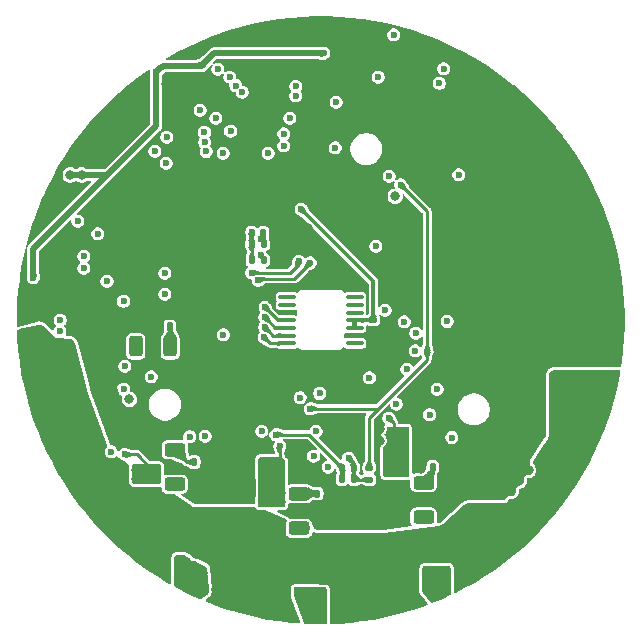
<source format=gbr>
%TF.GenerationSoftware,KiCad,Pcbnew,9.0.0*%
%TF.CreationDate,2025-06-01T03:36:43+08:00*%
%TF.ProjectId,CAPSTONE_MC,43415053-544f-44e4-955f-4d432e6b6963,Ver. 1.0.0*%
%TF.SameCoordinates,Original*%
%TF.FileFunction,Copper,L6,Bot*%
%TF.FilePolarity,Positive*%
%FSLAX46Y46*%
G04 Gerber Fmt 4.6, Leading zero omitted, Abs format (unit mm)*
G04 Created by KiCad (PCBNEW 9.0.0) date 2025-06-01 03:36:43*
%MOMM*%
%LPD*%
G01*
G04 APERTURE LIST*
G04 Aperture macros list*
%AMRoundRect*
0 Rectangle with rounded corners*
0 $1 Rounding radius*
0 $2 $3 $4 $5 $6 $7 $8 $9 X,Y pos of 4 corners*
0 Add a 4 corners polygon primitive as box body*
4,1,4,$2,$3,$4,$5,$6,$7,$8,$9,$2,$3,0*
0 Add four circle primitives for the rounded corners*
1,1,$1+$1,$2,$3*
1,1,$1+$1,$4,$5*
1,1,$1+$1,$6,$7*
1,1,$1+$1,$8,$9*
0 Add four rect primitives between the rounded corners*
20,1,$1+$1,$2,$3,$4,$5,0*
20,1,$1+$1,$4,$5,$6,$7,0*
20,1,$1+$1,$6,$7,$8,$9,0*
20,1,$1+$1,$8,$9,$2,$3,0*%
G04 Aperture macros list end*
%TA.AperFunction,SMDPad,CuDef*%
%ADD10RoundRect,0.250000X0.625000X-0.312500X0.625000X0.312500X-0.625000X0.312500X-0.625000X-0.312500X0*%
%TD*%
%TA.AperFunction,SMDPad,CuDef*%
%ADD11RoundRect,0.250000X-0.625000X0.312500X-0.625000X-0.312500X0.625000X-0.312500X0.625000X0.312500X0*%
%TD*%
%TA.AperFunction,SMDPad,CuDef*%
%ADD12RoundRect,0.250000X2.450000X-0.650000X2.450000X0.650000X-2.450000X0.650000X-2.450000X-0.650000X0*%
%TD*%
%TA.AperFunction,SMDPad,CuDef*%
%ADD13RoundRect,0.250000X0.650000X2.450000X-0.650000X2.450000X-0.650000X-2.450000X0.650000X-2.450000X0*%
%TD*%
%TA.AperFunction,SMDPad,CuDef*%
%ADD14RoundRect,0.135000X-0.135000X-0.185000X0.135000X-0.185000X0.135000X0.185000X-0.135000X0.185000X0*%
%TD*%
%TA.AperFunction,SMDPad,CuDef*%
%ADD15RoundRect,0.250000X0.006255X-2.534751X1.261958X-2.198286X-0.006255X2.534751X-1.261958X2.198286X0*%
%TD*%
%TA.AperFunction,SMDPad,CuDef*%
%ADD16RoundRect,0.140000X0.140000X0.170000X-0.140000X0.170000X-0.140000X-0.170000X0.140000X-0.170000X0*%
%TD*%
%TA.AperFunction,SMDPad,CuDef*%
%ADD17RoundRect,0.135000X0.135000X0.185000X-0.135000X0.185000X-0.135000X-0.185000X0.135000X-0.185000X0*%
%TD*%
%TA.AperFunction,SMDPad,CuDef*%
%ADD18RoundRect,0.140000X-0.140000X-0.170000X0.140000X-0.170000X0.140000X0.170000X-0.140000X0.170000X0*%
%TD*%
%TA.AperFunction,SMDPad,CuDef*%
%ADD19C,1.500000*%
%TD*%
%TA.AperFunction,SMDPad,CuDef*%
%ADD20RoundRect,0.250000X0.312500X0.625000X-0.312500X0.625000X-0.312500X-0.625000X0.312500X-0.625000X0*%
%TD*%
%TA.AperFunction,SMDPad,CuDef*%
%ADD21RoundRect,0.250000X-0.312500X-0.625000X0.312500X-0.625000X0.312500X0.625000X-0.312500X0.625000X0*%
%TD*%
%TA.AperFunction,SMDPad,CuDef*%
%ADD22RoundRect,0.140000X-0.170000X0.140000X-0.170000X-0.140000X0.170000X-0.140000X0.170000X0.140000X0*%
%TD*%
%TA.AperFunction,SMDPad,CuDef*%
%ADD23RoundRect,0.135000X-0.185000X0.135000X-0.185000X-0.135000X0.185000X-0.135000X0.185000X0.135000X0*%
%TD*%
%TA.AperFunction,SMDPad,CuDef*%
%ADD24RoundRect,0.250000X0.227149X-2.524560X1.448750X-2.079934X-0.227149X2.524560X-1.448750X2.079934X0*%
%TD*%
%TA.AperFunction,SMDPad,CuDef*%
%ADD25RoundRect,0.100000X-0.637500X-0.100000X0.637500X-0.100000X0.637500X0.100000X-0.637500X0.100000X0*%
%TD*%
%TA.AperFunction,ViaPad*%
%ADD26C,0.600000*%
%TD*%
%TA.AperFunction,ViaPad*%
%ADD27C,0.800000*%
%TD*%
%TA.AperFunction,Conductor*%
%ADD28C,0.500000*%
%TD*%
%TA.AperFunction,Conductor*%
%ADD29C,0.250000*%
%TD*%
%TA.AperFunction,Conductor*%
%ADD30C,0.300000*%
%TD*%
G04 APERTURE END LIST*
D10*
%TO.P,R12,1*%
%TO.N,Net-(U2-VS)*%
X86365000Y-72117500D03*
%TO.P,R12,2*%
%TO.N,GND*%
X86365000Y-69192500D03*
%TD*%
D11*
%TO.P,R24,1*%
%TO.N,/VOLTAGE_1*%
X88645000Y-69952500D03*
%TO.P,R24,2*%
%TO.N,/HS1*%
X88645000Y-72877500D03*
%TD*%
D12*
%TO.P,C30,1*%
%TO.N,/HVBUS*%
X103265000Y-80485000D03*
%TO.P,C30,2*%
%TO.N,GND*%
X103265000Y-75385000D03*
%TD*%
D13*
%TO.P,C48,1*%
%TO.N,/HVBUS*%
X123835000Y-65915000D03*
%TO.P,C48,2*%
%TO.N,GND*%
X118735000Y-65915000D03*
%TD*%
D14*
%TO.P,R27,1*%
%TO.N,/VOLTAGE_2*%
X100695000Y-73685750D03*
%TO.P,R27,2*%
%TO.N,GND*%
X101715000Y-73685750D03*
%TD*%
D12*
%TO.P,C32,1*%
%TO.N,/HVBUS*%
X113835000Y-78195000D03*
%TO.P,C32,2*%
%TO.N,GND*%
X113835000Y-73095000D03*
%TD*%
D15*
%TO.P,C49,1*%
%TO.N,/HVBUS*%
X76881890Y-62674988D03*
%TO.P,C49,2*%
%TO.N,GND*%
X81808110Y-61355012D03*
%TD*%
D16*
%TO.P,C40,1*%
%TO.N,/ADC_TEMP*%
X103795000Y-71485000D03*
%TO.P,C40,2*%
%TO.N,GNDA*%
X102835000Y-71485000D03*
%TD*%
D17*
%TO.P,R23,1*%
%TO.N,/AN_IN*%
X88220000Y-59520000D03*
%TO.P,R23,2*%
%TO.N,GND*%
X87200000Y-59520000D03*
%TD*%
D18*
%TO.P,C41,1*%
%TO.N,/TEMP_MOTOR*%
X95160000Y-51595000D03*
%TO.P,C41,2*%
%TO.N,GNDA*%
X96120000Y-51595000D03*
%TD*%
D19*
%TO.P,TP19,1,1*%
%TO.N,/HS3*%
X110825000Y-81875000D03*
%TD*%
D17*
%TO.P,R16,1*%
%TO.N,/ADC_TEMP*%
X103805000Y-72445000D03*
%TO.P,R16,2*%
%TO.N,GNDA*%
X102785000Y-72445000D03*
%TD*%
D20*
%TO.P,R22,1*%
%TO.N,/AN_IN*%
X88257501Y-61205000D03*
%TO.P,R22,2*%
%TO.N,/HVBUS*%
X85332499Y-61205000D03*
%TD*%
D21*
%TO.P,R10,1*%
%TO.N,Net-(U4-VS)*%
X107162500Y-69185000D03*
%TO.P,R10,2*%
%TO.N,GND*%
X110087500Y-69185000D03*
%TD*%
%TO.P,R11,1*%
%TO.N,Net-(U3-VS)*%
X96682500Y-71725000D03*
%TO.P,R11,2*%
%TO.N,GND*%
X99607500Y-71725000D03*
%TD*%
D14*
%TO.P,R25,1*%
%TO.N,/VOLTAGE_1*%
X90285000Y-71005000D03*
%TO.P,R25,2*%
%TO.N,GND*%
X91305000Y-71005000D03*
%TD*%
D11*
%TO.P,R28,1*%
%TO.N,/VOLTAGE_3*%
X109715000Y-72742500D03*
%TO.P,R28,2*%
%TO.N,/HS3*%
X109715000Y-75667500D03*
%TD*%
D22*
%TO.P,C45,1*%
%TO.N,+3V3*%
X105455000Y-58985000D03*
%TO.P,C45,2*%
%TO.N,GND*%
X105455000Y-59945000D03*
%TD*%
D11*
%TO.P,R26,1*%
%TO.N,/VOLTAGE_2*%
X99155000Y-73702500D03*
%TO.P,R26,2*%
%TO.N,/HS2*%
X99155000Y-76627500D03*
%TD*%
D14*
%TO.P,R17,1*%
%TO.N,/TEMP_MOTOR*%
X95135000Y-52555000D03*
%TO.P,R17,2*%
%TO.N,GNDA*%
X96155000Y-52555000D03*
%TD*%
D17*
%TO.P,TH2,1*%
%TO.N,+3.3VA*%
X96175000Y-53915000D03*
%TO.P,TH2,2*%
%TO.N,/TEMP_MOTOR*%
X95155000Y-53915000D03*
%TD*%
D12*
%TO.P,C31,1*%
%TO.N,/HVBUS*%
X92765000Y-78325000D03*
%TO.P,C31,2*%
%TO.N,GND*%
X92765000Y-73225000D03*
%TD*%
D23*
%TO.P,TH1,1*%
%TO.N,+3.3VA*%
X105095000Y-71475000D03*
%TO.P,TH1,2*%
%TO.N,/ADC_TEMP*%
X105095000Y-72495000D03*
%TD*%
D24*
%TO.P,C50,1*%
%TO.N,/HVBUS*%
X78828784Y-68877152D03*
%TO.P,C50,2*%
%TO.N,GND*%
X83621216Y-67132848D03*
%TD*%
D19*
%TO.P,TP18,1,1*%
%TO.N,/HS2*%
X100425000Y-83875000D03*
%TD*%
%TO.P,TP17,1,1*%
%TO.N,/HS1*%
X90752999Y-81525000D03*
%TD*%
D25*
%TO.P,U8,1,~{CS}*%
%TO.N,/RX_SDA_NSS*%
X98137500Y-60950000D03*
%TO.P,U8,2,CLK*%
%TO.N,/SCK_ADC_EXT*%
X98137500Y-60300000D03*
%TO.P,U8,3,MISO*%
%TO.N,/MISO_ADC_EXT2*%
X98137500Y-59650000D03*
%TO.P,U8,4,MOSI*%
%TO.N,/TX_SCL_MOSI*%
X98137500Y-59000000D03*
%TO.P,U8,5,TST*%
%TO.N,GND*%
X98137500Y-58350000D03*
%TO.P,U8,6,B*%
%TO.N,unconnected-(U8-B-Pad6)*%
X98137500Y-57700000D03*
%TO.P,U8,7,A*%
%TO.N,unconnected-(U8-A-Pad7)*%
X98137500Y-57050000D03*
%TO.P,U8,8,W/PWM*%
%TO.N,unconnected-(U8-W{slash}PWM-Pad8)*%
X103862500Y-57050000D03*
%TO.P,U8,9,V*%
%TO.N,unconnected-(U8-V-Pad9)*%
X103862500Y-57700000D03*
%TO.P,U8,10,U*%
%TO.N,unconnected-(U8-U-Pad10)*%
X103862500Y-58350000D03*
%TO.P,U8,11,VDD*%
%TO.N,+3V3*%
X103862500Y-59000000D03*
%TO.P,U8,12,VDD3V3*%
X103862500Y-59650000D03*
%TO.P,U8,13,GND*%
%TO.N,GND*%
X103862500Y-60300000D03*
%TO.P,U8,14,I/PWM*%
%TO.N,unconnected-(U8-I{slash}PWM-Pad14)*%
X103862500Y-60950000D03*
%TD*%
D14*
%TO.P,R29,1*%
%TO.N,/VOLTAGE_3*%
X110475000Y-71395000D03*
%TO.P,R29,2*%
%TO.N,GND*%
X111495000Y-71395000D03*
%TD*%
D26*
%TO.N,GND*%
X79785000Y-45735000D03*
X80755000Y-45735000D03*
D27*
%TO.N,+3V3*%
X79785000Y-46695000D03*
X80755000Y-46695000D03*
%TO.N,GND*%
X112300000Y-52500000D03*
X93900000Y-72900000D03*
X91500000Y-38600000D03*
X92400000Y-39000000D03*
X113500000Y-73000000D03*
D26*
X98200000Y-70400000D03*
D27*
X92800000Y-72900000D03*
X93900000Y-71800000D03*
X102300000Y-75900000D03*
D26*
X103200000Y-55600000D03*
D27*
X105830000Y-48505000D03*
X85800000Y-38900000D03*
X82500000Y-61200000D03*
X104300000Y-67500000D03*
X91835000Y-73975000D03*
X103112653Y-48012653D03*
X114500000Y-73000000D03*
X96700000Y-34400000D03*
X112500000Y-73000000D03*
X89800000Y-64300000D03*
D26*
X106100000Y-60700000D03*
D27*
X99225000Y-51912653D03*
X117800000Y-72600000D03*
X85900000Y-51600000D03*
X103300000Y-75900000D03*
X81500000Y-63200000D03*
X114600000Y-47400000D03*
X107400000Y-56700000D03*
X109500000Y-71580000D03*
X114500000Y-71000000D03*
D26*
X98845558Y-69664442D03*
D27*
X99700000Y-75100000D03*
X93935000Y-73975000D03*
X96300000Y-63700000D03*
X88900000Y-67900000D03*
X80700000Y-58000000D03*
X84900000Y-48600000D03*
X87100000Y-67900000D03*
D26*
X84470000Y-68270000D03*
X86100000Y-42200000D03*
D27*
X103300000Y-74900000D03*
X112500000Y-71000000D03*
X89800000Y-63200000D03*
X83900000Y-52600000D03*
X112300000Y-63300000D03*
X109500000Y-41300000D03*
X104200000Y-42000000D03*
X106400000Y-56700000D03*
X110900000Y-57900000D03*
X112500000Y-72000000D03*
X80500000Y-60200000D03*
X105500000Y-75900000D03*
X125000000Y-51000000D03*
X115500000Y-71000000D03*
X90800000Y-74000000D03*
X92835000Y-73975000D03*
X114500000Y-72000000D03*
X110500000Y-42300000D03*
X83000000Y-45300000D03*
X117100000Y-73500000D03*
X81500000Y-60200000D03*
X85900000Y-52600000D03*
X83500000Y-61200000D03*
X97100000Y-63700000D03*
X86400000Y-70200000D03*
X105285000Y-50155000D03*
X114600000Y-46000000D03*
D26*
X98845558Y-70400000D03*
D27*
X81700000Y-58000000D03*
D26*
X106800000Y-60100000D03*
D27*
X110000000Y-68000000D03*
X113500000Y-71000000D03*
X119200000Y-67800000D03*
X109200000Y-70900000D03*
X106000000Y-69200000D03*
X105300000Y-42000000D03*
X85900000Y-49600000D03*
X85900000Y-48600000D03*
X88000000Y-68000000D03*
X94900000Y-72900000D03*
X83900000Y-49600000D03*
X110900000Y-57200000D03*
X92100000Y-70800000D03*
X82500000Y-60200000D03*
X112300000Y-62200000D03*
X104400000Y-74900000D03*
X94900000Y-34400000D03*
X114600000Y-44600000D03*
X105400000Y-34600000D03*
X99907322Y-51217984D03*
X89800000Y-67700000D03*
X86200000Y-68000000D03*
X106000000Y-68200000D03*
X76900000Y-56800000D03*
X105500000Y-73900000D03*
X94900000Y-70900000D03*
X82500000Y-62200000D03*
X88500000Y-71300000D03*
X118600000Y-71700000D03*
X113500000Y-43600000D03*
X109500000Y-42300000D03*
X84900000Y-49600000D03*
X81500000Y-62200000D03*
X104400000Y-75900000D03*
X83900000Y-48600000D03*
X118200000Y-67800000D03*
D26*
X108670000Y-67310000D03*
D27*
X85300000Y-68000000D03*
X109200000Y-53000000D03*
X81500000Y-61200000D03*
X122800000Y-51000000D03*
X94905000Y-71765000D03*
X104400000Y-73900000D03*
X98800000Y-75100000D03*
X83900000Y-51600000D03*
D26*
X96800000Y-57200000D03*
X101715000Y-73685750D03*
D27*
X90765000Y-72925000D03*
X105300000Y-51100000D03*
X83500000Y-60200000D03*
X123900000Y-51000000D03*
X84900000Y-51600000D03*
X76000000Y-56800000D03*
X94935000Y-73975000D03*
X88700000Y-64300000D03*
X85900000Y-50600000D03*
X105300000Y-49200000D03*
X85500000Y-64800000D03*
X95800000Y-34400000D03*
D26*
X99500000Y-70400000D03*
D27*
X82700000Y-58000000D03*
X108600000Y-36700000D03*
X87900000Y-39000000D03*
X117100000Y-67800000D03*
X84900000Y-50600000D03*
X105500000Y-74900000D03*
X91800000Y-72900000D03*
X84200000Y-40200000D03*
X83900000Y-50600000D03*
X84900000Y-52600000D03*
X86200000Y-67100000D03*
X113500000Y-72000000D03*
D26*
%TO.N,+3V3*%
X87050000Y-38000000D03*
X90900000Y-37450000D03*
X101250000Y-36400000D03*
X99350000Y-49600000D03*
X76650000Y-55400000D03*
%TO.N,+3.3VA*%
X86950000Y-44700000D03*
X95931147Y-53500000D03*
X106800000Y-46800000D03*
X100100000Y-66500000D03*
X84300000Y-64850000D03*
X107775000Y-47535000D03*
X110000000Y-61650000D03*
%TO.N,GNDA*%
X87900000Y-45700000D03*
X107400000Y-66100000D03*
D27*
X84800000Y-65700000D03*
D26*
X96000000Y-68400000D03*
X95931147Y-52100000D03*
X91150000Y-43100000D03*
D27*
X107300000Y-48500000D03*
D26*
X97200000Y-68700000D03*
X100900000Y-65200000D03*
X83259054Y-70127764D03*
X109035000Y-60100000D03*
X109013370Y-61586630D03*
X111700000Y-59105000D03*
X84400000Y-62900000D03*
D27*
%TO.N,/HVBUS*%
X79900000Y-68750000D03*
X79900000Y-66750000D03*
X84400000Y-74300000D03*
X114100000Y-75700000D03*
X94800000Y-75900000D03*
X106600000Y-83400000D03*
X83300000Y-76500000D03*
X104500000Y-78100000D03*
X104500000Y-83400000D03*
X113500000Y-79100000D03*
X84400000Y-76500000D03*
X79900000Y-64700000D03*
X83300000Y-75400000D03*
X94800000Y-80800000D03*
X92800000Y-75900000D03*
X92800000Y-81800000D03*
X117200000Y-76800000D03*
X83300000Y-74300000D03*
X77895000Y-65700000D03*
X76895000Y-65700000D03*
X113500000Y-80300000D03*
X111900000Y-76800000D03*
X123100000Y-68100000D03*
X116135000Y-79095000D03*
X78895000Y-65700000D03*
X105500000Y-78100000D03*
X116150000Y-77915000D03*
X106600000Y-81200000D03*
X116100000Y-76800000D03*
X120900000Y-69400000D03*
X92800000Y-76900000D03*
X105500000Y-79100000D03*
X122000000Y-69400000D03*
X116100000Y-75700000D03*
X122000000Y-66800000D03*
X105500000Y-83400000D03*
X120900000Y-70700000D03*
X76900000Y-63700000D03*
X103500000Y-79100000D03*
X104500000Y-79100000D03*
X113000000Y-75700000D03*
X119700000Y-70700000D03*
X84400000Y-75400000D03*
X78905000Y-69750000D03*
X77905000Y-67750000D03*
X79900000Y-62700000D03*
X79905000Y-70750000D03*
X115100000Y-75700000D03*
X114100000Y-76800000D03*
X94800000Y-81700000D03*
X92800000Y-80800000D03*
X84400000Y-73200000D03*
X79900000Y-69750000D03*
X107600000Y-83400000D03*
X93800000Y-81700000D03*
X117200000Y-77900000D03*
X78900000Y-68750000D03*
X79895000Y-65700000D03*
X103500000Y-83400000D03*
X113000000Y-76800000D03*
X76900000Y-62700000D03*
X94800000Y-76900000D03*
X106600000Y-82300000D03*
X93800000Y-80800000D03*
X77900000Y-64700000D03*
X76900000Y-64700000D03*
X93800000Y-75900000D03*
X84400000Y-77600000D03*
X122000000Y-68100000D03*
X77900000Y-62700000D03*
X77900000Y-63700000D03*
X93800000Y-76900000D03*
X78905000Y-70750000D03*
X79900000Y-63700000D03*
X107600000Y-81200000D03*
X117200000Y-75700000D03*
X120900000Y-68100000D03*
X103500000Y-82300000D03*
D26*
X80900000Y-65000000D03*
D27*
X79900000Y-71750000D03*
X79905000Y-67750000D03*
X115100000Y-76800000D03*
X77900000Y-68750000D03*
X77905000Y-66750000D03*
X83300000Y-73200000D03*
D26*
X85300000Y-61200000D03*
D27*
X123100000Y-66800000D03*
X78905000Y-66750000D03*
X107600000Y-82300000D03*
X103500000Y-78100000D03*
X78900000Y-62700000D03*
X78905000Y-67750000D03*
X78900000Y-63700000D03*
X108700000Y-82300000D03*
X78900000Y-64700000D03*
D26*
%TO.N,+3V8*%
X112700000Y-46700000D03*
X105655000Y-52745000D03*
D27*
%TO.N,/HS2*%
X101000000Y-83000000D03*
X100220000Y-81980000D03*
X99300000Y-82000000D03*
X100815000Y-83865000D03*
X99800000Y-83000000D03*
D26*
X99855000Y-76627500D03*
D27*
X100000000Y-83900000D03*
%TO.N,/HS3*%
X110400000Y-81000000D03*
D26*
X109700000Y-75700000D03*
D27*
X110800000Y-80200000D03*
X111600000Y-80200000D03*
X110000000Y-80200000D03*
X111200000Y-81000000D03*
X110775000Y-81755000D03*
%TO.N,/HS1*%
X89200000Y-80400000D03*
X90935000Y-81465000D03*
X90100000Y-80400000D03*
X90100000Y-81465000D03*
X91000000Y-80400000D03*
D26*
X88660000Y-72960000D03*
D27*
X89200000Y-79300000D03*
D26*
%TO.N,/CURRENT_3*%
X108300000Y-63150000D03*
X93360000Y-42990000D03*
%TO.N,/CURRENT_2*%
X92112064Y-41880692D03*
X99255000Y-65549647D03*
%TO.N,/CURRENT_1*%
X86650000Y-63800000D03*
X90780000Y-41238000D03*
%TO.N,/ADC_TEMP*%
X92758058Y-60241942D03*
X103350770Y-70698571D03*
%TO.N,/TEMP_MOTOR*%
X95150000Y-51550000D03*
%TO.N,/CANH*%
X82900000Y-55700000D03*
X111397921Y-37724796D03*
X87800000Y-55025000D03*
%TO.N,/CANL*%
X87800000Y-56800000D03*
X84300000Y-57400000D03*
X111041942Y-38941942D03*
%TO.N,/U1_RX_FAULT*%
X80435000Y-50605000D03*
X93801000Y-39130000D03*
%TO.N,/U1_TX_SERVO*%
X94360608Y-39701702D03*
X82125000Y-51695000D03*
%TO.N,/LED_RED*%
X95691117Y-55625000D03*
X100100000Y-54150000D03*
X78900000Y-59950000D03*
%TO.N,/LED_GREEN*%
X99150000Y-54000000D03*
X78950000Y-59000000D03*
X95150000Y-55000000D03*
%TO.N,Net-(U4-VS)*%
X108030000Y-71650000D03*
X107310000Y-71640000D03*
X106610000Y-71640000D03*
X107310000Y-70930000D03*
X108020000Y-70940000D03*
X106610000Y-70920000D03*
X106750000Y-67290000D03*
D27*
%TO.N,Net-(U3-VS)*%
X97620000Y-74420000D03*
X96140000Y-74430000D03*
X96860000Y-74430000D03*
X96140000Y-73670000D03*
D26*
X97540000Y-69690000D03*
D27*
X97600000Y-73670000D03*
X96860000Y-73670000D03*
%TO.N,Net-(U2-VS)*%
X86200000Y-72430000D03*
X87020000Y-72430000D03*
X87020000Y-71710000D03*
D26*
X84400000Y-70360000D03*
D27*
X86200000Y-71710000D03*
X85380000Y-72420000D03*
X85390000Y-71710000D03*
D26*
%TO.N,/AN_IN*%
X87950000Y-43500000D03*
X88300000Y-61100000D03*
%TO.N,/VOLTAGE_1*%
X90285000Y-71005000D03*
X91161930Y-43925300D03*
%TO.N,/VOLTAGE_2*%
X91302298Y-44712892D03*
X100700000Y-73650000D03*
%TO.N,/VOLTAGE_3*%
X110475000Y-71395000D03*
X92733000Y-44850000D03*
%TO.N,/USB_DM*%
X98880000Y-40000003D03*
X80930000Y-54585000D03*
%TO.N,/USB_DP*%
X98880000Y-39200000D03*
X80935000Y-53595000D03*
%TO.N,/L1*%
X89890000Y-68860000D03*
X96556147Y-44850000D03*
%TO.N,/TX_SCL_MOSI*%
X96306149Y-57906149D03*
%TO.N,/H1*%
X91215000Y-68810000D03*
X97875000Y-43225000D03*
%TO.N,/L3*%
X102215000Y-44395822D03*
X110205707Y-66994293D03*
%TO.N,/L2*%
X100385001Y-70508771D03*
X97875000Y-44230000D03*
%TO.N,/H3*%
X112090000Y-68930000D03*
X102290000Y-40530000D03*
%TO.N,/MISO_ADC_EXT2*%
X96258058Y-58741942D03*
%TO.N,/H2*%
X98383058Y-41883058D03*
X101635000Y-71430000D03*
%TO.N,/SCK_ADC_EXT*%
X96240750Y-59608519D03*
%TO.N,/CAN_RX*%
X105870000Y-38410000D03*
X93293161Y-38410000D03*
%TO.N,/CAN_TX*%
X92290000Y-37736902D03*
X107180000Y-34840000D03*
%TO.N,/RX_SDA_NSS*%
X96208242Y-60459895D03*
%TO.N,/Vref*%
X108050000Y-59150000D03*
X100600000Y-68400000D03*
X106444669Y-58144669D03*
X105121942Y-63878058D03*
X110850000Y-64850000D03*
%TD*%
D28*
%TO.N,+3V3*%
X80755000Y-46695000D02*
X79785000Y-46695000D01*
X80755000Y-46695000D02*
X82905000Y-46695000D01*
X82905000Y-46695000D02*
X83350000Y-46250000D01*
X83350000Y-46250000D02*
X76650000Y-52950000D01*
X76650000Y-52950000D02*
X76650000Y-55400000D01*
X87050000Y-38000000D02*
X87050000Y-42550000D01*
X87050000Y-42550000D02*
X83350000Y-46250000D01*
X90900000Y-37450000D02*
X87600000Y-37450000D01*
X87600000Y-37450000D02*
X87050000Y-38000000D01*
X101250000Y-36400000D02*
X91950000Y-36400000D01*
X91950000Y-36400000D02*
X90900000Y-37450000D01*
D29*
%TO.N,GND*%
X98845558Y-70400000D02*
X98845558Y-69664442D01*
X108670000Y-67767500D02*
X108670000Y-67310000D01*
D30*
X105455000Y-59685000D02*
X105393669Y-59623669D01*
D29*
X110087500Y-69185000D02*
X108670000Y-67767500D01*
D30*
X103862500Y-60300000D02*
X105100000Y-60300000D01*
X105100000Y-60300000D02*
X105455000Y-59945000D01*
D28*
X110087500Y-69185000D02*
X110087500Y-68087500D01*
D29*
X98845558Y-70963058D02*
X98845558Y-70400000D01*
X99607500Y-71725000D02*
X98845558Y-70963058D01*
D28*
X110087500Y-68087500D02*
X110000000Y-68000000D01*
D30*
%TO.N,+3V3*%
X105455000Y-58985000D02*
X105455000Y-55705000D01*
X103862500Y-59650000D02*
X103862500Y-59000000D01*
X103862500Y-59000000D02*
X105440000Y-59000000D01*
X103897500Y-59685000D02*
X103862500Y-59650000D01*
X105455000Y-55705000D02*
X99350000Y-49600000D01*
X105440000Y-59000000D02*
X105455000Y-58985000D01*
D29*
%TO.N,+3.3VA*%
X110000000Y-62335298D02*
X110000000Y-61650000D01*
X100100000Y-66500000D02*
X105835298Y-66500000D01*
X105095000Y-67240298D02*
X106067649Y-66267649D01*
X110000000Y-49760000D02*
X110000000Y-59200000D01*
X106067649Y-66267649D02*
X110000000Y-62335298D01*
X105095000Y-71475000D02*
X105095000Y-67240298D01*
X105835298Y-66500000D02*
X106067649Y-66267649D01*
X107775000Y-47535000D02*
X110000000Y-49760000D01*
X110000000Y-59200000D02*
X110000000Y-61650000D01*
X96175000Y-53743853D02*
X95931147Y-53500000D01*
X96175000Y-53915000D02*
X96175000Y-53743853D01*
%TO.N,GNDA*%
X96120000Y-51595000D02*
X96120000Y-51911147D01*
X96155000Y-51630000D02*
X96120000Y-51595000D01*
X102835000Y-71485000D02*
X102799702Y-71485000D01*
X100014702Y-68700000D02*
X97200000Y-68700000D01*
X96155000Y-52555000D02*
X96155000Y-51630000D01*
X102835000Y-71485000D02*
X102835000Y-72395000D01*
X102799702Y-71485000D02*
X100014702Y-68700000D01*
X102835000Y-72395000D02*
X102785000Y-72445000D01*
X96120000Y-51911147D02*
X95931147Y-52100000D01*
%TO.N,/HVBUS*%
X76881890Y-62674988D02*
X76881890Y-60618110D01*
%TO.N,/ADC_TEMP*%
X105095000Y-72495000D02*
X103855000Y-72495000D01*
X103855000Y-72495000D02*
X103805000Y-72445000D01*
X103805000Y-72445000D02*
X103805000Y-71495000D01*
X103795000Y-71485000D02*
X103795000Y-71142801D01*
X103795000Y-71142801D02*
X103350770Y-70698571D01*
X103805000Y-71495000D02*
X103795000Y-71485000D01*
%TO.N,/TEMP_MOTOR*%
X95160000Y-51595000D02*
X95160000Y-52530000D01*
X95160000Y-52530000D02*
X95135000Y-52555000D01*
X95135000Y-52555000D02*
X95155000Y-52575000D01*
X95135000Y-53895000D02*
X95155000Y-53915000D01*
X95135000Y-52555000D02*
X95135000Y-53895000D01*
%TO.N,/LED_RED*%
X95816117Y-55500000D02*
X95691117Y-55625000D01*
X98750000Y-55500000D02*
X95816117Y-55500000D01*
X100100000Y-54150000D02*
X98750000Y-55500000D01*
%TO.N,/LED_GREEN*%
X99150000Y-54250000D02*
X99150000Y-54000000D01*
X95150000Y-55000000D02*
X98400000Y-55000000D01*
X98400000Y-55000000D02*
X99150000Y-54250000D01*
%TO.N,Net-(U4-VS)*%
X107162500Y-67702500D02*
X106750000Y-67290000D01*
X107162500Y-69185000D02*
X107162500Y-67702500D01*
%TO.N,Net-(U3-VS)*%
X97540000Y-70867500D02*
X97540000Y-69690000D01*
X96682500Y-71725000D02*
X97540000Y-70867500D01*
%TO.N,Net-(U2-VS)*%
X85440000Y-70360000D02*
X84400000Y-70360000D01*
X86400000Y-71810000D02*
X86400000Y-71320000D01*
X86400000Y-71320000D02*
X85610000Y-70530000D01*
X85610000Y-70530000D02*
X85440000Y-70360000D01*
%TO.N,/AN_IN*%
X88300000Y-61100000D02*
X88300000Y-61162501D01*
X88300000Y-59600000D02*
X88220000Y-59520000D01*
X88300000Y-61100000D02*
X88300000Y-59600000D01*
X88300000Y-61162501D02*
X88257501Y-61205000D01*
%TO.N,/VOLTAGE_1*%
X89697500Y-71005000D02*
X90285000Y-71005000D01*
X88645000Y-69952500D02*
X89697500Y-71005000D01*
%TO.N,/VOLTAGE_2*%
X99155000Y-73702500D02*
X100678250Y-73702500D01*
X100678250Y-73702500D02*
X100695000Y-73685750D01*
%TO.N,/VOLTAGE_3*%
X110475000Y-71395000D02*
X110475000Y-71982500D01*
X110475000Y-71982500D02*
X109715000Y-72742500D01*
%TO.N,/TX_SCL_MOSI*%
X97400000Y-59000000D02*
X98137500Y-59000000D01*
X96306149Y-57906149D02*
X97400000Y-59000000D01*
%TO.N,/MISO_ADC_EXT2*%
X97166116Y-59650000D02*
X98137500Y-59650000D01*
X96258058Y-58741942D02*
X97166116Y-59650000D01*
%TO.N,/SCK_ADC_EXT*%
X96240750Y-59608519D02*
X96932231Y-60300000D01*
X96932231Y-60300000D02*
X98137500Y-60300000D01*
%TO.N,/RX_SDA_NSS*%
X96208242Y-60459895D02*
X96698347Y-60950000D01*
X96698347Y-60950000D02*
X98137500Y-60950000D01*
%TD*%
%TA.AperFunction,Conductor*%
%TO.N,Net-(U4-VS)*%
G36*
X108307243Y-68001441D02*
G01*
X108332316Y-68006428D01*
X108361905Y-68012313D01*
X108388939Y-68023511D01*
X108429019Y-68050292D01*
X108430563Y-68051836D01*
X108431697Y-68052167D01*
X108449709Y-68070982D01*
X108476487Y-68111058D01*
X108487686Y-68138094D01*
X108498559Y-68192755D01*
X108500000Y-68207387D01*
X108500000Y-72092612D01*
X108498559Y-72107244D01*
X108487686Y-72161905D01*
X108486849Y-72163924D01*
X108486978Y-72165100D01*
X108476487Y-72188941D01*
X108449709Y-72229017D01*
X108429017Y-72249709D01*
X108388941Y-72276487D01*
X108361905Y-72287686D01*
X108307244Y-72298559D01*
X108292612Y-72300000D01*
X106507388Y-72300000D01*
X106492756Y-72298559D01*
X106438094Y-72287686D01*
X106411058Y-72276487D01*
X106405025Y-72272455D01*
X106370980Y-72249707D01*
X106350292Y-72229019D01*
X106323511Y-72188939D01*
X106312313Y-72161905D01*
X106301441Y-72107243D01*
X106300000Y-72092612D01*
X106300000Y-69763493D01*
X106317547Y-69715284D01*
X106337497Y-69698543D01*
X106368716Y-69680520D01*
X106480520Y-69568716D01*
X106559577Y-69431784D01*
X106600500Y-69279057D01*
X106600500Y-69120943D01*
X106559577Y-68968216D01*
X106480520Y-68831284D01*
X106402269Y-68753033D01*
X106380587Y-68706537D01*
X106393866Y-68656982D01*
X106402269Y-68646967D01*
X106480520Y-68568716D01*
X106559577Y-68431784D01*
X106600500Y-68279057D01*
X106600500Y-68120943D01*
X106593391Y-68094412D01*
X106597861Y-68043305D01*
X106634138Y-68007027D01*
X106665835Y-68000000D01*
X108292612Y-68000000D01*
X108307243Y-68001441D01*
G37*
%TD.AperFunction*%
%TD*%
%TA.AperFunction,Conductor*%
%TO.N,GND*%
G36*
X97199500Y-56905131D02*
G01*
X97199500Y-57194861D01*
X97202415Y-57219994D01*
X97247792Y-57322762D01*
X97251722Y-57328499D01*
X97250448Y-57329371D01*
X97268678Y-57368463D01*
X97255399Y-57418018D01*
X97248366Y-57426400D01*
X97247795Y-57427232D01*
X97202414Y-57530011D01*
X97199500Y-57555131D01*
X97199500Y-57844861D01*
X97202415Y-57869994D01*
X97247792Y-57972762D01*
X97247794Y-57972765D01*
X97327235Y-58052206D01*
X97430009Y-58097585D01*
X97455135Y-58100500D01*
X98819864Y-58100499D01*
X98824167Y-58100000D01*
X98983895Y-58100000D01*
X98987306Y-58102494D01*
X99000000Y-58144243D01*
X99000000Y-58555756D01*
X98982453Y-58603965D01*
X98938024Y-58629617D01*
X98894707Y-58624366D01*
X98844991Y-58602415D01*
X98844988Y-58602414D01*
X98819868Y-58599500D01*
X98819865Y-58599500D01*
X98176661Y-58599500D01*
X98159311Y-58597465D01*
X98145567Y-58594197D01*
X98145566Y-58594196D01*
X98145562Y-58594196D01*
X97457306Y-58568644D01*
X97409782Y-58549321D01*
X97407056Y-58546729D01*
X96998274Y-58137947D01*
X96984762Y-58119508D01*
X96974880Y-58100500D01*
X96743926Y-57656237D01*
X96738576Y-57646587D01*
X96738573Y-57646581D01*
X96737947Y-57645521D01*
X96737946Y-57645520D01*
X96737944Y-57645516D01*
X96732726Y-57639979D01*
X96722358Y-57626044D01*
X96706649Y-57598835D01*
X96613463Y-57505649D01*
X96603679Y-57500000D01*
X96500000Y-57440140D01*
X96500000Y-56900000D01*
X97200095Y-56900000D01*
X97199500Y-56905131D01*
G37*
%TD.AperFunction*%
%TD*%
%TA.AperFunction,Conductor*%
%TO.N,/HS1*%
G36*
X89436989Y-78900584D02*
G01*
X89472413Y-78905029D01*
X89490512Y-78909644D01*
X89523743Y-78922706D01*
X89532220Y-78926665D01*
X89863532Y-79107380D01*
X89897452Y-79145869D01*
X89898409Y-79148451D01*
X89912205Y-79187879D01*
X89912206Y-79187880D01*
X89912207Y-79187882D01*
X89992850Y-79297150D01*
X90102118Y-79377793D01*
X90102119Y-79377793D01*
X90102120Y-79377794D01*
X90230294Y-79422644D01*
X90230297Y-79422644D01*
X90230301Y-79422646D01*
X90260734Y-79425500D01*
X90260735Y-79425500D01*
X90427627Y-79425500D01*
X90463541Y-79434658D01*
X91290094Y-79885505D01*
X91305616Y-79896764D01*
X91358090Y-79946212D01*
X91378253Y-79978466D01*
X91399720Y-80047300D01*
X91403042Y-80066184D01*
X91494536Y-82056159D01*
X91493051Y-82074840D01*
X91478725Y-82143891D01*
X91462382Y-82177290D01*
X91416649Y-82230977D01*
X91402810Y-82243612D01*
X90863041Y-82624665D01*
X90839658Y-82631027D01*
X90816515Y-82638324D01*
X90814489Y-82637875D01*
X90813538Y-82638134D01*
X90791086Y-82632686D01*
X90734749Y-82609350D01*
X90683893Y-82588285D01*
X90681196Y-82587105D01*
X89765761Y-82165084D01*
X89763111Y-82163799D01*
X88864960Y-81706169D01*
X88862362Y-81704780D01*
X88653160Y-81587621D01*
X88642394Y-81575126D01*
X88628794Y-81565800D01*
X88621853Y-81551287D01*
X88619672Y-81548756D01*
X88617556Y-81542302D01*
X88602749Y-81489125D01*
X88600000Y-81469007D01*
X88600000Y-79107387D01*
X88601441Y-79092756D01*
X88603036Y-79084734D01*
X88612314Y-79038092D01*
X88623510Y-79011061D01*
X88650294Y-78970977D01*
X88651836Y-78969435D01*
X88652167Y-78968302D01*
X88670977Y-78950294D01*
X88711061Y-78923510D01*
X88738092Y-78912314D01*
X88774717Y-78905029D01*
X88792757Y-78901441D01*
X88807388Y-78900000D01*
X89427651Y-78900000D01*
X89436989Y-78900584D01*
G37*
%TD.AperFunction*%
%TD*%
%TA.AperFunction,Conductor*%
%TO.N,Net-(U3-VS)*%
G36*
X97742450Y-70617547D02*
G01*
X97759192Y-70637499D01*
X97799500Y-70707314D01*
X97892686Y-70800500D01*
X97962500Y-70840807D01*
X97995477Y-70880106D01*
X98000000Y-70905758D01*
X98000000Y-74642612D01*
X97998559Y-74657243D01*
X97998559Y-74657244D01*
X97987686Y-74711905D01*
X97976487Y-74738941D01*
X97949709Y-74779017D01*
X97929017Y-74799709D01*
X97888941Y-74826487D01*
X97861905Y-74837686D01*
X97807244Y-74848559D01*
X97792612Y-74850000D01*
X95907388Y-74850000D01*
X95892756Y-74848559D01*
X95838094Y-74837686D01*
X95811058Y-74826487D01*
X95805025Y-74822455D01*
X95770980Y-74799707D01*
X95750292Y-74779019D01*
X95723511Y-74738939D01*
X95712313Y-74711905D01*
X95701441Y-74657243D01*
X95700000Y-74642612D01*
X95700000Y-70807387D01*
X95701441Y-70792756D01*
X95703036Y-70784734D01*
X95712314Y-70738092D01*
X95723510Y-70711061D01*
X95750294Y-70670977D01*
X95770977Y-70650294D01*
X95811061Y-70623510D01*
X95838092Y-70612314D01*
X95873645Y-70605242D01*
X95892757Y-70601441D01*
X95907388Y-70600000D01*
X97694241Y-70600000D01*
X97742450Y-70617547D01*
G37*
%TD.AperFunction*%
%TD*%
%TA.AperFunction,Conductor*%
%TO.N,/HS2*%
G36*
X100702102Y-81577127D02*
G01*
X100726555Y-81581335D01*
X100730301Y-81582646D01*
X100760734Y-81585500D01*
X100760735Y-81585500D01*
X101312473Y-81585500D01*
X101332135Y-81588123D01*
X101381141Y-81601436D01*
X101414622Y-81620891D01*
X101459202Y-81665657D01*
X101478517Y-81699218D01*
X101497331Y-81769630D01*
X101497458Y-81770103D01*
X101500000Y-81789464D01*
X101500000Y-84592612D01*
X101498559Y-84607244D01*
X101487686Y-84661905D01*
X101476488Y-84688939D01*
X101464285Y-84707203D01*
X101422913Y-84737540D01*
X101401924Y-84740537D01*
X100495990Y-84740537D01*
X100493045Y-84740479D01*
X99646756Y-84707227D01*
X99599273Y-84687801D01*
X99579614Y-84658985D01*
X99557143Y-84600000D01*
X98714315Y-82387579D01*
X98712179Y-82381099D01*
X98705148Y-82355985D01*
X98702681Y-82342580D01*
X98700310Y-82316593D01*
X98700000Y-82309778D01*
X98700000Y-81777035D01*
X98701449Y-81762366D01*
X98703258Y-81753293D01*
X98712378Y-81707568D01*
X98713235Y-81705506D01*
X98713105Y-81704301D01*
X98723630Y-81680481D01*
X98750546Y-81640334D01*
X98771326Y-81619640D01*
X98811583Y-81592892D01*
X98838719Y-81581751D01*
X98893575Y-81571047D01*
X98908231Y-81569662D01*
X100702102Y-81577127D01*
G37*
%TD.AperFunction*%
%TD*%
%TA.AperFunction,Conductor*%
%TO.N,/HS3*%
G36*
X111807243Y-79801441D02*
G01*
X111832316Y-79806428D01*
X111861905Y-79812313D01*
X111888939Y-79823511D01*
X111929019Y-79850292D01*
X111930563Y-79851836D01*
X111931697Y-79852167D01*
X111949709Y-79870982D01*
X111976487Y-79911058D01*
X111987686Y-79938094D01*
X111998559Y-79992755D01*
X112000000Y-80007387D01*
X112000000Y-82225058D01*
X111982453Y-82273267D01*
X111956399Y-82293169D01*
X111318803Y-82587105D01*
X111316105Y-82588285D01*
X110438183Y-82951932D01*
X110386929Y-82954170D01*
X110351856Y-82930643D01*
X109650510Y-82088690D01*
X109643083Y-82078013D01*
X109618484Y-82035140D01*
X109609667Y-82010779D01*
X109601126Y-81962086D01*
X109600000Y-81949138D01*
X109600000Y-80007387D01*
X109601441Y-79992756D01*
X109603036Y-79984734D01*
X109612314Y-79938092D01*
X109613149Y-79936074D01*
X109613021Y-79934899D01*
X109623510Y-79911062D01*
X109650294Y-79870977D01*
X109670977Y-79850294D01*
X109711061Y-79823510D01*
X109738092Y-79812314D01*
X109773645Y-79805242D01*
X109792757Y-79801441D01*
X109807388Y-79800000D01*
X111792612Y-79800000D01*
X111807243Y-79801441D01*
G37*
%TD.AperFunction*%
%TD*%
%TA.AperFunction,Conductor*%
%TO.N,Net-(U2-VS)*%
G36*
X87307243Y-71201441D02*
G01*
X87332316Y-71206428D01*
X87361905Y-71212313D01*
X87388939Y-71223511D01*
X87429019Y-71250292D01*
X87430563Y-71251836D01*
X87431697Y-71252167D01*
X87449709Y-71270982D01*
X87476487Y-71311058D01*
X87487686Y-71338094D01*
X87498559Y-71392755D01*
X87500000Y-71407387D01*
X87500000Y-72642612D01*
X87498559Y-72657244D01*
X87487686Y-72711905D01*
X87486849Y-72713924D01*
X87486978Y-72715100D01*
X87476487Y-72738941D01*
X87449709Y-72779017D01*
X87429017Y-72799709D01*
X87388941Y-72826487D01*
X87361905Y-72837686D01*
X87307244Y-72848559D01*
X87292612Y-72850000D01*
X85207388Y-72850000D01*
X85192756Y-72848559D01*
X85138094Y-72837686D01*
X85111058Y-72826487D01*
X85105025Y-72822455D01*
X85070980Y-72799707D01*
X85050292Y-72779019D01*
X85023511Y-72738939D01*
X85012313Y-72711905D01*
X85001441Y-72657243D01*
X85000000Y-72642612D01*
X85000000Y-71407387D01*
X85001441Y-71392756D01*
X85003036Y-71384734D01*
X85012314Y-71338092D01*
X85023510Y-71311061D01*
X85050294Y-71270977D01*
X85070977Y-71250294D01*
X85111061Y-71223510D01*
X85138092Y-71212314D01*
X85173645Y-71205242D01*
X85192757Y-71201441D01*
X85207388Y-71200000D01*
X87292612Y-71200000D01*
X87307243Y-71201441D01*
G37*
%TD.AperFunction*%
%TD*%
%TA.AperFunction,Conductor*%
%TO.N,GND*%
G36*
X101506955Y-33259521D02*
G01*
X102514215Y-33299096D01*
X102517078Y-33299264D01*
X103522039Y-33378357D01*
X103524970Y-33378646D01*
X104525972Y-33497122D01*
X104528890Y-33497525D01*
X104626697Y-33513016D01*
X105524547Y-33655221D01*
X105527383Y-33655728D01*
X106516078Y-33852392D01*
X106518900Y-33853011D01*
X107499126Y-34088343D01*
X107501916Y-34089071D01*
X108472119Y-34362696D01*
X108474919Y-34363546D01*
X109287336Y-34627516D01*
X109433600Y-34675040D01*
X109436378Y-34676003D01*
X110382119Y-35024905D01*
X110384801Y-35025955D01*
X111166142Y-35349597D01*
X111316105Y-35411714D01*
X111318803Y-35412894D01*
X112234238Y-35834915D01*
X112236867Y-35836189D01*
X113135061Y-36293841D01*
X113137615Y-36295207D01*
X113928305Y-36738015D01*
X114017122Y-36787755D01*
X114019657Y-36789241D01*
X114277952Y-36947524D01*
X114879126Y-37315924D01*
X114881607Y-37317512D01*
X115719744Y-37877538D01*
X115722160Y-37879222D01*
X115870208Y-37986785D01*
X116537671Y-38471725D01*
X116539981Y-38473472D01*
X117280850Y-39057527D01*
X117331619Y-39097550D01*
X117333896Y-39099419D01*
X118034799Y-39698047D01*
X118100393Y-39754069D01*
X118102590Y-39756022D01*
X118596393Y-40212488D01*
X118842796Y-40440261D01*
X118844919Y-40442302D01*
X119557697Y-41155080D01*
X119559738Y-41157203D01*
X120243974Y-41897405D01*
X120245930Y-41899606D01*
X120900580Y-42666103D01*
X120902449Y-42668380D01*
X120936848Y-42712015D01*
X121508761Y-43437483D01*
X121526512Y-43459999D01*
X121528280Y-43462336D01*
X121695775Y-43692872D01*
X122120777Y-44277839D01*
X122122461Y-44280255D01*
X122682487Y-45118392D01*
X122684075Y-45120873D01*
X123210755Y-45980337D01*
X123212244Y-45982877D01*
X123424555Y-46361985D01*
X123629267Y-46727525D01*
X123704780Y-46862362D01*
X123706167Y-46864957D01*
X123953564Y-47350500D01*
X124163799Y-47763111D01*
X124165084Y-47765761D01*
X124587105Y-48681196D01*
X124588285Y-48683894D01*
X124755264Y-49087016D01*
X124973988Y-49615063D01*
X124974032Y-49615168D01*
X124975105Y-49617910D01*
X125323994Y-50563616D01*
X125324959Y-50566399D01*
X125636450Y-51525071D01*
X125637305Y-51527889D01*
X125910920Y-52498053D01*
X125911664Y-52500903D01*
X126146982Y-53481072D01*
X126147613Y-53483948D01*
X126344265Y-54472585D01*
X126344783Y-54475484D01*
X126502474Y-55471109D01*
X126502877Y-55474027D01*
X126621353Y-56475029D01*
X126621642Y-56477960D01*
X126700732Y-57482883D01*
X126700905Y-57485823D01*
X126740479Y-58493044D01*
X126740537Y-58495988D01*
X126740537Y-59504011D01*
X126740479Y-59506955D01*
X126700905Y-60514176D01*
X126700732Y-60517116D01*
X126621642Y-61522039D01*
X126621353Y-61524970D01*
X126502877Y-62525972D01*
X126502474Y-62528890D01*
X126443412Y-62901788D01*
X126433044Y-62920489D01*
X126425013Y-62940304D01*
X126420832Y-62942520D01*
X126418539Y-62946658D01*
X126398577Y-62954321D01*
X126379687Y-62964337D01*
X126373104Y-62964099D01*
X126370644Y-62965044D01*
X126353657Y-62963398D01*
X126350653Y-62962755D01*
X126345214Y-62961378D01*
X126340906Y-62960113D01*
X126340907Y-62960113D01*
X126322970Y-62954847D01*
X126322968Y-62954846D01*
X126297132Y-62951132D01*
X126297132Y-62951131D01*
X126294593Y-62950766D01*
X126291291Y-62950060D01*
X126289498Y-62950034D01*
X126284724Y-62949348D01*
X126250997Y-62944500D01*
X120808126Y-62944500D01*
X120805554Y-62944584D01*
X120791402Y-62945047D01*
X120775252Y-62946106D01*
X120775239Y-62946107D01*
X120775228Y-62946108D01*
X120758592Y-62947747D01*
X120758587Y-62947747D01*
X120758563Y-62947750D01*
X120653452Y-62961588D01*
X120653430Y-62961591D01*
X120653426Y-62961592D01*
X120653422Y-62961592D01*
X120653408Y-62961595D01*
X120620674Y-62968105D01*
X120620662Y-62968108D01*
X120589385Y-62976488D01*
X120589383Y-62976489D01*
X120557728Y-62987233D01*
X120557725Y-62987234D01*
X120467300Y-63024689D01*
X120437327Y-63039471D01*
X120437316Y-63039477D01*
X120409302Y-63055651D01*
X120381509Y-63074222D01*
X120303853Y-63133811D01*
X120278728Y-63155844D01*
X120255844Y-63178728D01*
X120233811Y-63203853D01*
X120174222Y-63281509D01*
X120155651Y-63309302D01*
X120139464Y-63337338D01*
X120124690Y-63367299D01*
X120124689Y-63367301D01*
X120087238Y-63457718D01*
X120087235Y-63457726D01*
X120087232Y-63457734D01*
X120085789Y-63461985D01*
X120076485Y-63489392D01*
X120068107Y-63520662D01*
X120061596Y-63553401D01*
X120061590Y-63553437D01*
X120047750Y-63658562D01*
X120047747Y-63658586D01*
X120047747Y-63658591D01*
X120047060Y-63665571D01*
X120046106Y-63675251D01*
X120045047Y-63691401D01*
X120044500Y-63708127D01*
X120044500Y-68739764D01*
X120043734Y-68750458D01*
X120033571Y-68821009D01*
X120027536Y-68841521D01*
X119997881Y-68906330D01*
X119992736Y-68915735D01*
X118735951Y-70867059D01*
X118712216Y-70913867D01*
X118694071Y-70961152D01*
X118694064Y-70961171D01*
X118686210Y-70985102D01*
X118686209Y-70985104D01*
X118679095Y-71084545D01*
X118687801Y-71153863D01*
X118697483Y-71198372D01*
X118697486Y-71198380D01*
X118720395Y-71240335D01*
X118745260Y-71285873D01*
X118759923Y-71303418D01*
X118790060Y-71339481D01*
X118790063Y-71339484D01*
X118790065Y-71339486D01*
X118803444Y-71351504D01*
X118844152Y-71388073D01*
X118844158Y-71388077D01*
X118844160Y-71388079D01*
X118845651Y-71389075D01*
X118857016Y-71398402D01*
X118901589Y-71442975D01*
X118910915Y-71454339D01*
X118945937Y-71506751D01*
X118952869Y-71519720D01*
X118976992Y-71577961D01*
X118981259Y-71592027D01*
X118993558Y-71653848D01*
X118995000Y-71668482D01*
X118995000Y-71731516D01*
X118993559Y-71746150D01*
X118981260Y-71807973D01*
X118976992Y-71822041D01*
X118952870Y-71880276D01*
X118945939Y-71893242D01*
X118910918Y-71945655D01*
X118901591Y-71957020D01*
X118857020Y-72001591D01*
X118845655Y-72010918D01*
X118793242Y-72045939D01*
X118780276Y-72052870D01*
X118722041Y-72076992D01*
X118707973Y-72081259D01*
X118646151Y-72093558D01*
X118631517Y-72095000D01*
X118564699Y-72095000D01*
X118557853Y-72095092D01*
X118551226Y-72095269D01*
X118473073Y-72109732D01*
X118473071Y-72109732D01*
X118473069Y-72109733D01*
X118458480Y-72114880D01*
X118407182Y-72132977D01*
X118365749Y-72151898D01*
X118296683Y-72211746D01*
X118290411Y-72217181D01*
X118247548Y-72272358D01*
X118247545Y-72272362D01*
X118247540Y-72272369D01*
X118222922Y-72310674D01*
X118222921Y-72310677D01*
X118194838Y-72406323D01*
X118194837Y-72406327D01*
X118188609Y-72475929D01*
X118188609Y-72475930D01*
X118192147Y-72541908D01*
X118192503Y-72548540D01*
X118193356Y-72552830D01*
X118193559Y-72553847D01*
X118195000Y-72568479D01*
X118195000Y-72631516D01*
X118193559Y-72646150D01*
X118181260Y-72707973D01*
X118176992Y-72722041D01*
X118152870Y-72780276D01*
X118145939Y-72793242D01*
X118110918Y-72845655D01*
X118101591Y-72857020D01*
X118057020Y-72901591D01*
X118045655Y-72910918D01*
X117993242Y-72945939D01*
X117980276Y-72952870D01*
X117922041Y-72976992D01*
X117907973Y-72981260D01*
X117791485Y-73004433D01*
X117788737Y-73006448D01*
X117781420Y-73008186D01*
X117773075Y-73009731D01*
X117707182Y-73032977D01*
X117665749Y-73051898D01*
X117595589Y-73112694D01*
X117590411Y-73117181D01*
X117547548Y-73172358D01*
X117547545Y-73172362D01*
X117547540Y-73172369D01*
X117522922Y-73210674D01*
X117522921Y-73210677D01*
X117494838Y-73306323D01*
X117494837Y-73306327D01*
X117488609Y-73375929D01*
X117488609Y-73375930D01*
X117492502Y-73448529D01*
X117492503Y-73448540D01*
X117493559Y-73453847D01*
X117495000Y-73468479D01*
X117495000Y-73531516D01*
X117493559Y-73546150D01*
X117481260Y-73607973D01*
X117476992Y-73622041D01*
X117452870Y-73680276D01*
X117445939Y-73693242D01*
X117410918Y-73745655D01*
X117401591Y-73757020D01*
X117357020Y-73801591D01*
X117345655Y-73810918D01*
X117293242Y-73845939D01*
X117280276Y-73852870D01*
X117222041Y-73876992D01*
X117207973Y-73881259D01*
X117146151Y-73893558D01*
X117131517Y-73895000D01*
X117066165Y-73895000D01*
X117059276Y-73894683D01*
X117057206Y-73894492D01*
X116977906Y-73893380D01*
X116908753Y-73903253D01*
X116908735Y-73903256D01*
X116864405Y-73913684D01*
X116864399Y-73913686D01*
X116777720Y-73962932D01*
X116777716Y-73962935D01*
X116724883Y-74008624D01*
X116724880Y-74008627D01*
X116677201Y-74063541D01*
X116644037Y-74115031D01*
X116638491Y-74122563D01*
X116598451Y-74170389D01*
X116584774Y-74183104D01*
X116551052Y-74207390D01*
X116534654Y-74216333D01*
X116495969Y-74231536D01*
X116477876Y-74236149D01*
X116424067Y-74242902D01*
X116415986Y-74243916D01*
X116406650Y-74244500D01*
X113500233Y-74244500D01*
X113497998Y-74244568D01*
X113484577Y-74244979D01*
X113469430Y-74245908D01*
X113453847Y-74247345D01*
X113433038Y-74249907D01*
X113433031Y-74249908D01*
X113355206Y-74259495D01*
X113355185Y-74259498D01*
X113324423Y-74265219D01*
X113302340Y-74270744D01*
X113295014Y-74272577D01*
X113295010Y-74272578D01*
X113295007Y-74272579D01*
X113265167Y-74282018D01*
X113179582Y-74314990D01*
X113151133Y-74328004D01*
X113151115Y-74328013D01*
X113124377Y-74342285D01*
X113110272Y-74350963D01*
X113097722Y-74358685D01*
X113016415Y-74415859D01*
X113003874Y-74425264D01*
X112991999Y-74434754D01*
X112980113Y-74444864D01*
X111164878Y-76087220D01*
X111155790Y-76094255D01*
X111092049Y-76136203D01*
X111071202Y-76145730D01*
X110997778Y-76166465D01*
X110986510Y-76168732D01*
X110916642Y-76177287D01*
X110866658Y-76165730D01*
X110835797Y-76124747D01*
X110834752Y-76092273D01*
X110833590Y-76092148D01*
X110836466Y-76065389D01*
X110840500Y-76027873D01*
X110840499Y-75307128D01*
X110834091Y-75247521D01*
X110834091Y-75247519D01*
X110834091Y-75247517D01*
X110821279Y-75213167D01*
X110783799Y-75112674D01*
X110783794Y-75112666D01*
X110697547Y-74997455D01*
X110697544Y-74997452D01*
X110582333Y-74911205D01*
X110582325Y-74911200D01*
X110447488Y-74860910D01*
X110447478Y-74860908D01*
X110387875Y-74854500D01*
X109042124Y-74854500D01*
X108982522Y-74860907D01*
X108982512Y-74860910D01*
X108847674Y-74911200D01*
X108847666Y-74911205D01*
X108732455Y-74997452D01*
X108732452Y-74997455D01*
X108646205Y-75112666D01*
X108646200Y-75112674D01*
X108595910Y-75247511D01*
X108595908Y-75247521D01*
X108589500Y-75307124D01*
X108589500Y-76027875D01*
X108595907Y-76087477D01*
X108595910Y-76087487D01*
X108646200Y-76222325D01*
X108646205Y-76222334D01*
X108728365Y-76332085D01*
X108743209Y-76381194D01*
X108723014Y-76428354D01*
X108677441Y-76451475D01*
X106304195Y-76742077D01*
X106301919Y-76742320D01*
X106286644Y-76743719D01*
X106282095Y-76743997D01*
X106269186Y-76744391D01*
X106266774Y-76744465D01*
X106264490Y-76744500D01*
X100724541Y-76744500D01*
X100716644Y-76744083D01*
X100706060Y-76742962D01*
X100664085Y-76738517D01*
X100648641Y-76735209D01*
X100598402Y-76718755D01*
X100591030Y-76715901D01*
X100572509Y-76707586D01*
X100554428Y-76699468D01*
X100534016Y-76691339D01*
X100513897Y-76684314D01*
X100513896Y-76684313D01*
X100513894Y-76684313D01*
X100469281Y-76677565D01*
X100424241Y-76653006D01*
X100405522Y-76605240D01*
X100405500Y-76603409D01*
X100405500Y-76555027D01*
X100405498Y-76555019D01*
X100390127Y-76497655D01*
X100367984Y-76415015D01*
X100295509Y-76289485D01*
X100293667Y-76287085D01*
X100278598Y-76249442D01*
X100274092Y-76207523D01*
X100274091Y-76207520D01*
X100274091Y-76207517D01*
X100258780Y-76166465D01*
X100223799Y-76072674D01*
X100223794Y-76072666D01*
X100137547Y-75957455D01*
X100137544Y-75957452D01*
X100022333Y-75871205D01*
X100022325Y-75871200D01*
X99887488Y-75820910D01*
X99887478Y-75820908D01*
X99827875Y-75814500D01*
X98482124Y-75814500D01*
X98422517Y-75820908D01*
X98419557Y-75821608D01*
X98417863Y-75821408D01*
X98417852Y-75821410D01*
X98417851Y-75821407D01*
X98368605Y-75815617D01*
X98343004Y-75791454D01*
X98341851Y-75792362D01*
X98276875Y-75709817D01*
X98276870Y-75709812D01*
X98223783Y-75664403D01*
X98223776Y-75664398D01*
X98223775Y-75664397D01*
X98198801Y-75648572D01*
X98162352Y-75625475D01*
X98162339Y-75625469D01*
X97323662Y-75248920D01*
X97286869Y-75213167D01*
X97281666Y-75162128D01*
X97310487Y-75119686D01*
X97354381Y-75105500D01*
X97792598Y-75105500D01*
X97792612Y-75105500D01*
X97817653Y-75104270D01*
X97827156Y-75103334D01*
X97832277Y-75102830D01*
X97832281Y-75102829D01*
X97832285Y-75102829D01*
X97857091Y-75099149D01*
X97903757Y-75089866D01*
X97911748Y-75088277D01*
X97911756Y-75088275D01*
X97959663Y-75073742D01*
X97959661Y-75073742D01*
X97959683Y-75073736D01*
X97986719Y-75062537D01*
X97986722Y-75062535D01*
X97986730Y-75062532D01*
X98018436Y-75045583D01*
X98030889Y-75038927D01*
X98070965Y-75012149D01*
X98109683Y-74980375D01*
X98130375Y-74959683D01*
X98162149Y-74920965D01*
X98188927Y-74880889D01*
X98199607Y-74860909D01*
X98212532Y-74836730D01*
X98212537Y-74836719D01*
X98223736Y-74809683D01*
X98238276Y-74761752D01*
X98249149Y-74707091D01*
X98252829Y-74682285D01*
X98254270Y-74667653D01*
X98255500Y-74642612D01*
X98255500Y-74566864D01*
X98256940Y-74552236D01*
X98257021Y-74551831D01*
X98259171Y-74541019D01*
X98285783Y-74497161D01*
X98334362Y-74480668D01*
X98358939Y-74485379D01*
X98422511Y-74509089D01*
X98422512Y-74509089D01*
X98422517Y-74509091D01*
X98482127Y-74515500D01*
X99827872Y-74515499D01*
X99827875Y-74515499D01*
X99887477Y-74509092D01*
X99887478Y-74509091D01*
X99887483Y-74509091D01*
X100022331Y-74458796D01*
X100034626Y-74449591D01*
X100041759Y-74444859D01*
X100378467Y-74248297D01*
X100428944Y-74239147D01*
X100442909Y-74243654D01*
X100442922Y-74243613D01*
X100448479Y-74245330D01*
X100448482Y-74245332D01*
X100448484Y-74245332D01*
X100448490Y-74245334D01*
X100513595Y-74254818D01*
X100523412Y-74256249D01*
X100523413Y-74256250D01*
X100523418Y-74256250D01*
X100866587Y-74256250D01*
X100866587Y-74256249D01*
X100887771Y-74253162D01*
X100941509Y-74245334D01*
X100941511Y-74245332D01*
X100941518Y-74245332D01*
X101057102Y-74188826D01*
X101148076Y-74097852D01*
X101204582Y-73982268D01*
X101204582Y-73982261D01*
X101204584Y-73982259D01*
X101214574Y-73913686D01*
X101215499Y-73907337D01*
X101215500Y-73907337D01*
X101215500Y-73862968D01*
X101218056Y-73843556D01*
X101227901Y-73806815D01*
X101250500Y-73722475D01*
X101250500Y-73577525D01*
X101212984Y-73437515D01*
X101211712Y-73432767D01*
X101212139Y-73432652D01*
X101209527Y-73423175D01*
X101204582Y-73389232D01*
X101148076Y-73273648D01*
X101057102Y-73182674D01*
X101057099Y-73182672D01*
X100998077Y-73153818D01*
X100941518Y-73126168D01*
X100941515Y-73126167D01*
X100941509Y-73126165D01*
X100866587Y-73115250D01*
X100866582Y-73115250D01*
X100841127Y-73115250D01*
X100821715Y-73112694D01*
X100772480Y-73099501D01*
X100772477Y-73099500D01*
X100772475Y-73099500D01*
X100627525Y-73099500D01*
X100627523Y-73099500D01*
X100627519Y-73099501D01*
X100578285Y-73112694D01*
X100558873Y-73115250D01*
X100523412Y-73115250D01*
X100448481Y-73126167D01*
X100417984Y-73141076D01*
X100366967Y-73146484D01*
X100347234Y-73138467D01*
X100042385Y-72960502D01*
X100042344Y-72960479D01*
X100038058Y-72957977D01*
X100022331Y-72946204D01*
X100008378Y-72941000D01*
X100003184Y-72938609D01*
X100003176Y-72938605D01*
X99986027Y-72930713D01*
X99966218Y-72921596D01*
X99961951Y-72920114D01*
X99952356Y-72917795D01*
X99939136Y-72914600D01*
X99930547Y-72911970D01*
X99887488Y-72895910D01*
X99887478Y-72895908D01*
X99827875Y-72889500D01*
X98482124Y-72889500D01*
X98422522Y-72895907D01*
X98422512Y-72895910D01*
X98356709Y-72920453D01*
X98305408Y-72920860D01*
X98265847Y-72888196D01*
X98255500Y-72850182D01*
X98255500Y-70905764D01*
X98255500Y-70905758D01*
X98251619Y-70861392D01*
X98247096Y-70835740D01*
X98247093Y-70835727D01*
X98239152Y-70803277D01*
X98239150Y-70803274D01*
X98239150Y-70803271D01*
X98191198Y-70715870D01*
X98191194Y-70715864D01*
X98158224Y-70676574D01*
X98158222Y-70676572D01*
X98158221Y-70676571D01*
X98090250Y-70619537D01*
X98079430Y-70613290D01*
X98058116Y-70600984D01*
X98042583Y-70589065D01*
X98010932Y-70557414D01*
X97999013Y-70541881D01*
X97980461Y-70509748D01*
X97978770Y-70507333D01*
X97954915Y-70473265D01*
X97938173Y-70453313D01*
X97936317Y-70451374D01*
X97930041Y-70437107D01*
X97920023Y-70425168D01*
X97916834Y-70407082D01*
X97915660Y-70404413D01*
X97915500Y-70399516D01*
X97915500Y-70351025D01*
X97918984Y-70328432D01*
X98073947Y-69837903D01*
X98077695Y-69824837D01*
X98078006Y-69823633D01*
X98081057Y-69810375D01*
X98081066Y-69807319D01*
X98083621Y-69788144D01*
X98090500Y-69762475D01*
X98090500Y-69617525D01*
X98052984Y-69477515D01*
X97980509Y-69351985D01*
X97878015Y-69249491D01*
X97878014Y-69249490D01*
X97820636Y-69216362D01*
X97807123Y-69200257D01*
X97791623Y-69186064D01*
X97790952Y-69180986D01*
X97787660Y-69177062D01*
X97787660Y-69156042D01*
X97784909Y-69135202D01*
X97787660Y-69130880D01*
X97787660Y-69125759D01*
X97801170Y-69109658D01*
X97812460Y-69091925D01*
X97818840Y-69088600D01*
X97820638Y-69086459D01*
X97835553Y-69079892D01*
X97838446Y-69078978D01*
X97861023Y-69075500D01*
X99828099Y-69075500D01*
X99876308Y-69093047D01*
X99881132Y-69097467D01*
X100648133Y-69864469D01*
X100669815Y-69910965D01*
X100656536Y-69960520D01*
X100614511Y-69989946D01*
X100575688Y-69989946D01*
X100457481Y-69958272D01*
X100457478Y-69958271D01*
X100457476Y-69958271D01*
X100312526Y-69958271D01*
X100312524Y-69958271D01*
X100312520Y-69958272D01*
X100172517Y-69995786D01*
X100172514Y-69995787D01*
X100046985Y-70068262D01*
X99944492Y-70170755D01*
X99872017Y-70296284D01*
X99872016Y-70296287D01*
X99834502Y-70436290D01*
X99834501Y-70436298D01*
X99834501Y-70581243D01*
X99834502Y-70581251D01*
X99872016Y-70721254D01*
X99872017Y-70721257D01*
X99919372Y-70803277D01*
X99944492Y-70846786D01*
X100046986Y-70949280D01*
X100172516Y-71021755D01*
X100312526Y-71059271D01*
X100312528Y-71059271D01*
X100457474Y-71059271D01*
X100457476Y-71059271D01*
X100597486Y-71021755D01*
X100723016Y-70949280D01*
X100825510Y-70846786D01*
X100897985Y-70721256D01*
X100935501Y-70581246D01*
X100935501Y-70436296D01*
X100920640Y-70380838D01*
X100903826Y-70318083D01*
X100908297Y-70266975D01*
X100944573Y-70230698D01*
X100995681Y-70226226D01*
X101029301Y-70245637D01*
X101290989Y-70507325D01*
X101550040Y-70766376D01*
X101571722Y-70812872D01*
X101558443Y-70862427D01*
X101516419Y-70891853D01*
X101422516Y-70917015D01*
X101422513Y-70917016D01*
X101296984Y-70989491D01*
X101194491Y-71091984D01*
X101122016Y-71217513D01*
X101122015Y-71217516D01*
X101084501Y-71357519D01*
X101084500Y-71357527D01*
X101084500Y-71502472D01*
X101084501Y-71502480D01*
X101122015Y-71642483D01*
X101122016Y-71642486D01*
X101167646Y-71721518D01*
X101194491Y-71768015D01*
X101296985Y-71870509D01*
X101422515Y-71942984D01*
X101562525Y-71980500D01*
X101562527Y-71980500D01*
X101707473Y-71980500D01*
X101707475Y-71980500D01*
X101847485Y-71942984D01*
X101973015Y-71870509D01*
X102075509Y-71768015D01*
X102147984Y-71642485D01*
X102147984Y-71642482D01*
X102148613Y-71641394D01*
X102158528Y-71633073D01*
X102164914Y-71621814D01*
X102177568Y-71617097D01*
X102187913Y-71608417D01*
X102200857Y-71608417D01*
X102212986Y-71603896D01*
X102225712Y-71608417D01*
X102239216Y-71608417D01*
X102249267Y-71616785D01*
X102261329Y-71621070D01*
X102278226Y-71640894D01*
X102297277Y-71673311D01*
X102306693Y-71699578D01*
X102308126Y-71708624D01*
X102318983Y-71777175D01*
X102318983Y-71777176D01*
X102318984Y-71777177D01*
X102323426Y-71785896D01*
X102330401Y-71806590D01*
X102331032Y-71810080D01*
X102331033Y-71810082D01*
X102363791Y-71893242D01*
X102368166Y-71904347D01*
X102369510Y-71955632D01*
X102365028Y-71966240D01*
X102312292Y-72068389D01*
X102312286Y-72068402D01*
X102306010Y-72085123D01*
X102303174Y-72091703D01*
X102275417Y-72148479D01*
X102275417Y-72148481D01*
X102264500Y-72223412D01*
X102264500Y-72666587D01*
X102275415Y-72741509D01*
X102275417Y-72741515D01*
X102275418Y-72741518D01*
X102294366Y-72780276D01*
X102331922Y-72857099D01*
X102331924Y-72857102D01*
X102422898Y-72948076D01*
X102538482Y-73004582D01*
X102538486Y-73004582D01*
X102538490Y-73004584D01*
X102603595Y-73014068D01*
X102613412Y-73015499D01*
X102613413Y-73015500D01*
X102613418Y-73015500D01*
X102956587Y-73015500D01*
X102956587Y-73015499D01*
X102977771Y-73012412D01*
X103031509Y-73004584D01*
X103031511Y-73004582D01*
X103031518Y-73004582D01*
X103147102Y-72948076D01*
X103238076Y-72857102D01*
X103238076Y-72857101D01*
X103241967Y-72853211D01*
X103288463Y-72831529D01*
X103338018Y-72844808D01*
X103348033Y-72853211D01*
X103351924Y-72857102D01*
X103442898Y-72948076D01*
X103558482Y-73004582D01*
X103558486Y-73004582D01*
X103558490Y-73004584D01*
X103623595Y-73014068D01*
X103633412Y-73015499D01*
X103633413Y-73015500D01*
X103633418Y-73015500D01*
X103976587Y-73015500D01*
X103976587Y-73015499D01*
X103997771Y-73012412D01*
X104051509Y-73004584D01*
X104051511Y-73004582D01*
X104051518Y-73004582D01*
X104113097Y-72974477D01*
X104120807Y-72971229D01*
X104390998Y-72874859D01*
X104416194Y-72870500D01*
X104431017Y-72870500D01*
X104457737Y-72875421D01*
X104735317Y-72981260D01*
X104759879Y-72990625D01*
X104775180Y-72994731D01*
X104788666Y-72999783D01*
X104798482Y-73004582D01*
X104798484Y-73004582D01*
X104798490Y-73004584D01*
X104863595Y-73014068D01*
X104873412Y-73015499D01*
X104873413Y-73015500D01*
X104873418Y-73015500D01*
X105316587Y-73015500D01*
X105316587Y-73015499D01*
X105337771Y-73012412D01*
X105391509Y-73004584D01*
X105391511Y-73004582D01*
X105391518Y-73004582D01*
X105507102Y-72948076D01*
X105598076Y-72857102D01*
X105654582Y-72741518D01*
X105654582Y-72741511D01*
X105654584Y-72741509D01*
X105665499Y-72666587D01*
X105665500Y-72666587D01*
X105665500Y-72323413D01*
X105665499Y-72323412D01*
X105665391Y-72322674D01*
X105660152Y-72286710D01*
X105654584Y-72248490D01*
X105654582Y-72248486D01*
X105654582Y-72248482D01*
X105598076Y-72132898D01*
X105507102Y-72041924D01*
X105503211Y-72038033D01*
X105481529Y-71991537D01*
X105494808Y-71941982D01*
X105503211Y-71931967D01*
X105548078Y-71887100D01*
X105598076Y-71837102D01*
X105654582Y-71721518D01*
X105654582Y-71721511D01*
X105654584Y-71721509D01*
X105665499Y-71646587D01*
X105665500Y-71646587D01*
X105665500Y-71303413D01*
X105665499Y-71303412D01*
X105654584Y-71228490D01*
X105654582Y-71228486D01*
X105654582Y-71228482D01*
X105598076Y-71112898D01*
X105588912Y-71103734D01*
X105574311Y-71083115D01*
X105571610Y-71077480D01*
X105516134Y-70961723D01*
X105477866Y-70881873D01*
X105470500Y-70849459D01*
X105470500Y-69763495D01*
X106044500Y-69763495D01*
X106044500Y-72092623D01*
X106045729Y-72117650D01*
X106047169Y-72132276D01*
X106050850Y-72157086D01*
X106050853Y-72157104D01*
X106061720Y-72211740D01*
X106061721Y-72211742D01*
X106061722Y-72211746D01*
X106072864Y-72248480D01*
X106076266Y-72259695D01*
X106087457Y-72286710D01*
X106107077Y-72323418D01*
X106111071Y-72330889D01*
X106137852Y-72370969D01*
X106169626Y-72409685D01*
X106169632Y-72409691D01*
X106190317Y-72430376D01*
X106210498Y-72446938D01*
X106229029Y-72462146D01*
X106229034Y-72462149D01*
X106229040Y-72462154D01*
X106269092Y-72488917D01*
X106269107Y-72488926D01*
X106313280Y-72512537D01*
X106340316Y-72523736D01*
X106388248Y-72538277D01*
X106425182Y-72545623D01*
X106442904Y-72549149D01*
X106442907Y-72549149D01*
X106442910Y-72549150D01*
X106467715Y-72552829D01*
X106482347Y-72554270D01*
X106507388Y-72555500D01*
X106507402Y-72555500D01*
X108292598Y-72555500D01*
X108292612Y-72555500D01*
X108317653Y-72554270D01*
X108327156Y-72553334D01*
X108332277Y-72552830D01*
X108332281Y-72552829D01*
X108332285Y-72552829D01*
X108357091Y-72549149D01*
X108403757Y-72539866D01*
X108411748Y-72538277D01*
X108411756Y-72538275D01*
X108459663Y-72523742D01*
X108459660Y-72523742D01*
X108459683Y-72523736D01*
X108485799Y-72512917D01*
X108537050Y-72510678D01*
X108577753Y-72541908D01*
X108589500Y-72582208D01*
X108589500Y-73102875D01*
X108595907Y-73162477D01*
X108595910Y-73162487D01*
X108646200Y-73297325D01*
X108646205Y-73297333D01*
X108732452Y-73412544D01*
X108732455Y-73412547D01*
X108847666Y-73498794D01*
X108847674Y-73498799D01*
X108982511Y-73549089D01*
X108982512Y-73549089D01*
X108982517Y-73549091D01*
X109042127Y-73555500D01*
X110387872Y-73555499D01*
X110387875Y-73555499D01*
X110447477Y-73549092D01*
X110447478Y-73549091D01*
X110447483Y-73549091D01*
X110501422Y-73528973D01*
X110582325Y-73498799D01*
X110582328Y-73498797D01*
X110582331Y-73498796D01*
X110697546Y-73412546D01*
X110783796Y-73297331D01*
X110783797Y-73297328D01*
X110783799Y-73297325D01*
X110834089Y-73162488D01*
X110834088Y-73162488D01*
X110834091Y-73162483D01*
X110840500Y-73102873D01*
X110840499Y-72523505D01*
X110842129Y-72507954D01*
X110845589Y-72491630D01*
X110847101Y-72370969D01*
X110851155Y-72047560D01*
X110856334Y-72021100D01*
X110969622Y-71732494D01*
X110976219Y-71708624D01*
X110984582Y-71691518D01*
X110995500Y-71616582D01*
X110995500Y-71588011D01*
X110996550Y-71581803D01*
X110997971Y-71579300D01*
X110999460Y-71570260D01*
X111006981Y-71548046D01*
X111011694Y-71532517D01*
X111012081Y-71531079D01*
X111015814Y-71515207D01*
X111015819Y-71513274D01*
X111018372Y-71494072D01*
X111025500Y-71467475D01*
X111025500Y-71322525D01*
X111003472Y-71240316D01*
X110998056Y-71220102D01*
X110995500Y-71200690D01*
X110995500Y-71173413D01*
X110995499Y-71173412D01*
X110984584Y-71098490D01*
X110984582Y-71098486D01*
X110984582Y-71098482D01*
X110928076Y-70982898D01*
X110837102Y-70891924D01*
X110837099Y-70891922D01*
X110750235Y-70849457D01*
X110721518Y-70835418D01*
X110721515Y-70835417D01*
X110721509Y-70835415D01*
X110646587Y-70824500D01*
X110646582Y-70824500D01*
X110303418Y-70824500D01*
X110303412Y-70824500D01*
X110228490Y-70835415D01*
X110228480Y-70835419D01*
X110112900Y-70891922D01*
X110112897Y-70891924D01*
X110021924Y-70982897D01*
X110021922Y-70982900D01*
X109965419Y-71098480D01*
X109965415Y-71098490D01*
X109954500Y-71173412D01*
X109954500Y-71200690D01*
X109951944Y-71220102D01*
X109924501Y-71322519D01*
X109924500Y-71322527D01*
X109924500Y-71467472D01*
X109924501Y-71467480D01*
X109947908Y-71554835D01*
X109943437Y-71605943D01*
X109913510Y-71637296D01*
X109914057Y-71638184D01*
X109914109Y-71638256D01*
X109914103Y-71638259D01*
X109914202Y-71638419D01*
X109911957Y-71639800D01*
X109853444Y-71681807D01*
X109848733Y-71686321D01*
X109804231Y-71743054D01*
X109781004Y-71783284D01*
X109769086Y-71798816D01*
X109718816Y-71849086D01*
X109703283Y-71861005D01*
X109641713Y-71896553D01*
X109623624Y-71904045D01*
X109554958Y-71922444D01*
X109535547Y-71925000D01*
X109448718Y-71925000D01*
X109423093Y-71928018D01*
X109414893Y-71928985D01*
X109406118Y-71929500D01*
X109042124Y-71929500D01*
X108982522Y-71935907D01*
X108982519Y-71935908D01*
X108856709Y-71982832D01*
X108805408Y-71983238D01*
X108765847Y-71950573D01*
X108755500Y-71912560D01*
X108755500Y-68857527D01*
X111539500Y-68857527D01*
X111539500Y-69002472D01*
X111539501Y-69002480D01*
X111577015Y-69142483D01*
X111577016Y-69142486D01*
X111638796Y-69249491D01*
X111649491Y-69268015D01*
X111751985Y-69370509D01*
X111877515Y-69442984D01*
X112017525Y-69480500D01*
X112017527Y-69480500D01*
X112162473Y-69480500D01*
X112162475Y-69480500D01*
X112302485Y-69442984D01*
X112428015Y-69370509D01*
X112530509Y-69268015D01*
X112602984Y-69142485D01*
X112640500Y-69002475D01*
X112640500Y-68857525D01*
X112602984Y-68717515D01*
X112530509Y-68591985D01*
X112428015Y-68489491D01*
X112302486Y-68417016D01*
X112302483Y-68417015D01*
X112162480Y-68379501D01*
X112162477Y-68379500D01*
X112162475Y-68379500D01*
X112017525Y-68379500D01*
X112017523Y-68379500D01*
X112017519Y-68379501D01*
X111877516Y-68417015D01*
X111877513Y-68417016D01*
X111751984Y-68489491D01*
X111649491Y-68591984D01*
X111577016Y-68717513D01*
X111577015Y-68717516D01*
X111539501Y-68857519D01*
X111539500Y-68857527D01*
X108755500Y-68857527D01*
X108755500Y-68207401D01*
X108755500Y-68207387D01*
X108754270Y-68182346D01*
X108752829Y-68167714D01*
X108749149Y-68142908D01*
X108738276Y-68088247D01*
X108738275Y-68088242D01*
X108723742Y-68040335D01*
X108723740Y-68040331D01*
X108723736Y-68040316D01*
X108712537Y-68013280D01*
X108712536Y-68013279D01*
X108712532Y-68013268D01*
X108688929Y-67969113D01*
X108688923Y-67969104D01*
X108662160Y-67929049D01*
X108662154Y-67929041D01*
X108662149Y-67929034D01*
X108634270Y-67894298D01*
X108616258Y-67875483D01*
X108591696Y-67852968D01*
X108589686Y-67851560D01*
X108579355Y-67844734D01*
X108570974Y-67837856D01*
X108570967Y-67837850D01*
X108530888Y-67811070D01*
X108500311Y-67794727D01*
X108486716Y-67787460D01*
X108486714Y-67787459D01*
X108486710Y-67787457D01*
X108459695Y-67776266D01*
X108459682Y-67776262D01*
X108411746Y-67761722D01*
X108411743Y-67761721D01*
X108411742Y-67761721D01*
X108411740Y-67761720D01*
X108357104Y-67750853D01*
X108357086Y-67750850D01*
X108332276Y-67747169D01*
X108317650Y-67745729D01*
X108292623Y-67744500D01*
X108292612Y-67744500D01*
X107613000Y-67744500D01*
X107564791Y-67726953D01*
X107539139Y-67682524D01*
X107538000Y-67669500D01*
X107538000Y-67653067D01*
X107537998Y-67653059D01*
X107512410Y-67557563D01*
X107512409Y-67557560D01*
X107480610Y-67502483D01*
X107462975Y-67471938D01*
X107454212Y-67463175D01*
X107439848Y-67443045D01*
X107435824Y-67434802D01*
X107264915Y-67084722D01*
X107262984Y-67077515D01*
X107252703Y-67059709D01*
X107234900Y-67023241D01*
X107226973Y-67008284D01*
X107226205Y-67006944D01*
X107217368Y-66992638D01*
X107216174Y-66991437D01*
X107204408Y-66976058D01*
X107191905Y-66954402D01*
X107191904Y-66954400D01*
X107190511Y-66951987D01*
X107160344Y-66921820D01*
X109655207Y-66921820D01*
X109655207Y-67066765D01*
X109655208Y-67066773D01*
X109692722Y-67206776D01*
X109692723Y-67206779D01*
X109765198Y-67332308D01*
X109867692Y-67434802D01*
X109932012Y-67471937D01*
X109984918Y-67502483D01*
X109993222Y-67507277D01*
X110133232Y-67544793D01*
X110133234Y-67544793D01*
X110278180Y-67544793D01*
X110278182Y-67544793D01*
X110418192Y-67507277D01*
X110543722Y-67434802D01*
X110646216Y-67332308D01*
X110718691Y-67206778D01*
X110756207Y-67066768D01*
X110756207Y-66921818D01*
X110718691Y-66781808D01*
X110646216Y-66656278D01*
X110543722Y-66553784D01*
X110520729Y-66540509D01*
X110460470Y-66505718D01*
X110418193Y-66481309D01*
X110418190Y-66481308D01*
X110278187Y-66443794D01*
X110278184Y-66443793D01*
X110278182Y-66443793D01*
X110133232Y-66443793D01*
X110133230Y-66443793D01*
X110133226Y-66443794D01*
X109993223Y-66481308D01*
X109993220Y-66481309D01*
X109867691Y-66553784D01*
X109765198Y-66656277D01*
X109692723Y-66781806D01*
X109692722Y-66781809D01*
X109655208Y-66921812D01*
X109655207Y-66921820D01*
X107160344Y-66921820D01*
X107088015Y-66849491D01*
X106962486Y-66777016D01*
X106962483Y-66777015D01*
X106822480Y-66739501D01*
X106822477Y-66739500D01*
X106822475Y-66739500D01*
X106677525Y-66739500D01*
X106677523Y-66739500D01*
X106677519Y-66739501D01*
X106537516Y-66777015D01*
X106537513Y-66777016D01*
X106411984Y-66849491D01*
X106309491Y-66951984D01*
X106237016Y-67077513D01*
X106237015Y-67077516D01*
X106199501Y-67217519D01*
X106199500Y-67217527D01*
X106199500Y-67362472D01*
X106199501Y-67362480D01*
X106237015Y-67502483D01*
X106237016Y-67502486D01*
X106268815Y-67557563D01*
X106309491Y-67628015D01*
X106411985Y-67730509D01*
X106414410Y-67731909D01*
X106415495Y-67733203D01*
X106415884Y-67733501D01*
X106415817Y-67733587D01*
X106447386Y-67771211D01*
X106447384Y-67822514D01*
X106429945Y-67849889D01*
X106417190Y-67862645D01*
X106417188Y-67862647D01*
X106371226Y-67925334D01*
X106343334Y-68021038D01*
X106343332Y-68021047D01*
X106339752Y-68061984D01*
X106338863Y-68072150D01*
X106340272Y-68088250D01*
X106344715Y-68139031D01*
X106345000Y-68145568D01*
X106345000Y-68235546D01*
X106342444Y-68254959D01*
X106324043Y-68323627D01*
X106316551Y-68341713D01*
X106281005Y-68403282D01*
X106269087Y-68418815D01*
X106221603Y-68466300D01*
X106206539Y-68482739D01*
X106198136Y-68492755D01*
X106191164Y-68501443D01*
X106147072Y-68590850D01*
X106133794Y-68640400D01*
X106125329Y-68717680D01*
X106149026Y-68814518D01*
X106170706Y-68861011D01*
X106170709Y-68861016D01*
X106221597Y-68933692D01*
X106221604Y-68933700D01*
X106269086Y-68981182D01*
X106281005Y-68996716D01*
X106316551Y-69058285D01*
X106324043Y-69076371D01*
X106327320Y-69088600D01*
X106342295Y-69144486D01*
X106342444Y-69145039D01*
X106345000Y-69164452D01*
X106345000Y-69235546D01*
X106342444Y-69254959D01*
X106324043Y-69323627D01*
X106316551Y-69341713D01*
X106281005Y-69403282D01*
X106269086Y-69418816D01*
X106217327Y-69470575D01*
X106207313Y-69478978D01*
X106173257Y-69502824D01*
X106153311Y-69519562D01*
X106153305Y-69519567D01*
X106129173Y-69542669D01*
X106077456Y-69627893D01*
X106077456Y-69627895D01*
X106059910Y-69676102D01*
X106059909Y-69676105D01*
X106044500Y-69763495D01*
X105470500Y-69763495D01*
X105470500Y-67426901D01*
X105488047Y-67378692D01*
X105492467Y-67373868D01*
X106368123Y-66498212D01*
X106540835Y-66325500D01*
X106724753Y-66141580D01*
X106771249Y-66119899D01*
X106820804Y-66133178D01*
X106850230Y-66175202D01*
X106887015Y-66312483D01*
X106887016Y-66312486D01*
X106908964Y-66350500D01*
X106959491Y-66438015D01*
X107061985Y-66540509D01*
X107187515Y-66612984D01*
X107327525Y-66650500D01*
X107327527Y-66650500D01*
X107472473Y-66650500D01*
X107472475Y-66650500D01*
X107612485Y-66612984D01*
X107738015Y-66540509D01*
X107834811Y-66443713D01*
X112609500Y-66443713D01*
X112609500Y-66656287D01*
X112609837Y-66658412D01*
X112642754Y-66866247D01*
X112708440Y-67068405D01*
X112708442Y-67068408D01*
X112708443Y-67068412D01*
X112760172Y-67169936D01*
X112784420Y-67217527D01*
X112804949Y-67257816D01*
X112929896Y-67429792D01*
X113080208Y-67580104D01*
X113252184Y-67705051D01*
X113441588Y-67801557D01*
X113441593Y-67801558D01*
X113441594Y-67801559D01*
X113643752Y-67867245D01*
X113643755Y-67867245D01*
X113643757Y-67867246D01*
X113853713Y-67900500D01*
X114066287Y-67900500D01*
X114276243Y-67867246D01*
X114276245Y-67867245D01*
X114276247Y-67867245D01*
X114413913Y-67822514D01*
X114478412Y-67801557D01*
X114667816Y-67705051D01*
X114839792Y-67580104D01*
X114990104Y-67429792D01*
X115115051Y-67257816D01*
X115211557Y-67068412D01*
X115259189Y-66921818D01*
X115277245Y-66866247D01*
X115280165Y-66847816D01*
X115310500Y-66656287D01*
X115310500Y-66443713D01*
X115277246Y-66233757D01*
X115277245Y-66233755D01*
X115277245Y-66233752D01*
X115211559Y-66031594D01*
X115211558Y-66031593D01*
X115211557Y-66031588D01*
X115115051Y-65842184D01*
X114990104Y-65670208D01*
X114839792Y-65519896D01*
X114691954Y-65412486D01*
X114667815Y-65394948D01*
X114554402Y-65337162D01*
X114478412Y-65298443D01*
X114478408Y-65298442D01*
X114478405Y-65298440D01*
X114276247Y-65232754D01*
X114066287Y-65199500D01*
X113853713Y-65199500D01*
X113643752Y-65232754D01*
X113441594Y-65298440D01*
X113252184Y-65394948D01*
X113080209Y-65519895D01*
X113080207Y-65519896D01*
X112929896Y-65670207D01*
X112929895Y-65670209D01*
X112804948Y-65842184D01*
X112708440Y-66031594D01*
X112642754Y-66233752D01*
X112612065Y-66427519D01*
X112609500Y-66443713D01*
X107834811Y-66443713D01*
X107840509Y-66438015D01*
X107912984Y-66312485D01*
X107950500Y-66172475D01*
X107950500Y-66027525D01*
X107912984Y-65887515D01*
X107840509Y-65761985D01*
X107738015Y-65659491D01*
X107612486Y-65587016D01*
X107612483Y-65587015D01*
X107475201Y-65550230D01*
X107433176Y-65520804D01*
X107419898Y-65471249D01*
X107441579Y-65424754D01*
X108088806Y-64777527D01*
X110299500Y-64777527D01*
X110299500Y-64922472D01*
X110299501Y-64922480D01*
X110337015Y-65062483D01*
X110337016Y-65062486D01*
X110374567Y-65127525D01*
X110409491Y-65188015D01*
X110511985Y-65290509D01*
X110637515Y-65362984D01*
X110777525Y-65400500D01*
X110777527Y-65400500D01*
X110922473Y-65400500D01*
X110922475Y-65400500D01*
X111062485Y-65362984D01*
X111188015Y-65290509D01*
X111290509Y-65188015D01*
X111362984Y-65062485D01*
X111400500Y-64922475D01*
X111400500Y-64777525D01*
X111362984Y-64637515D01*
X111290509Y-64511985D01*
X111188015Y-64409491D01*
X111062486Y-64337016D01*
X111062483Y-64337015D01*
X110922480Y-64299501D01*
X110922477Y-64299500D01*
X110922475Y-64299500D01*
X110777525Y-64299500D01*
X110777523Y-64299500D01*
X110777519Y-64299501D01*
X110637516Y-64337015D01*
X110637513Y-64337016D01*
X110511984Y-64409491D01*
X110409491Y-64511984D01*
X110337016Y-64637513D01*
X110337015Y-64637516D01*
X110299501Y-64777519D01*
X110299500Y-64777527D01*
X108088806Y-64777527D01*
X110300474Y-62565861D01*
X110300475Y-62565860D01*
X110349910Y-62480236D01*
X110373587Y-62391873D01*
X110375500Y-62384734D01*
X110375500Y-62309345D01*
X110375574Y-62307685D01*
X110376275Y-62305995D01*
X110378984Y-62288432D01*
X110394064Y-62240698D01*
X110533947Y-61797903D01*
X110537695Y-61784837D01*
X110538006Y-61783633D01*
X110541057Y-61770375D01*
X110541066Y-61767319D01*
X110543621Y-61748144D01*
X110550500Y-61722475D01*
X110550500Y-61577525D01*
X110537974Y-61530782D01*
X110535871Y-61519583D01*
X110535273Y-61514149D01*
X110533947Y-61502096D01*
X110472452Y-61307436D01*
X110378984Y-61011566D01*
X110375500Y-60988973D01*
X110375500Y-59032527D01*
X111149500Y-59032527D01*
X111149500Y-59177472D01*
X111149501Y-59177480D01*
X111187015Y-59317483D01*
X111187016Y-59317486D01*
X111237978Y-59405753D01*
X111259491Y-59443015D01*
X111361985Y-59545509D01*
X111487515Y-59617984D01*
X111627525Y-59655500D01*
X111627527Y-59655500D01*
X111772473Y-59655500D01*
X111772475Y-59655500D01*
X111912485Y-59617984D01*
X112038015Y-59545509D01*
X112140509Y-59443015D01*
X112212984Y-59317485D01*
X112250500Y-59177475D01*
X112250500Y-59032525D01*
X112212984Y-58892515D01*
X112140509Y-58766985D01*
X112038015Y-58664491D01*
X112034702Y-58662578D01*
X111912486Y-58592016D01*
X111912483Y-58592015D01*
X111772480Y-58554501D01*
X111772477Y-58554500D01*
X111772475Y-58554500D01*
X111627525Y-58554500D01*
X111627523Y-58554500D01*
X111627519Y-58554501D01*
X111487516Y-58592015D01*
X111487513Y-58592016D01*
X111361984Y-58664491D01*
X111259491Y-58766984D01*
X111187016Y-58892513D01*
X111187015Y-58892516D01*
X111149501Y-59032519D01*
X111149500Y-59032527D01*
X110375500Y-59032527D01*
X110375500Y-49710567D01*
X110375498Y-49710559D01*
X110365293Y-49672475D01*
X110349910Y-49615062D01*
X110300475Y-49529438D01*
X110230562Y-49459525D01*
X108507934Y-47736897D01*
X108494422Y-47718458D01*
X108436729Y-47607480D01*
X108257141Y-47262025D01*
X108250488Y-47250027D01*
X108249856Y-47248956D01*
X108242727Y-47237570D01*
X108242616Y-47237458D01*
X108240556Y-47235384D01*
X108228812Y-47220026D01*
X108215512Y-47196989D01*
X108215508Y-47196984D01*
X108113015Y-47094491D01*
X107987486Y-47022016D01*
X107987483Y-47022015D01*
X107847480Y-46984501D01*
X107847477Y-46984500D01*
X107847475Y-46984500D01*
X107702525Y-46984500D01*
X107702523Y-46984500D01*
X107702519Y-46984501D01*
X107562516Y-47022015D01*
X107562513Y-47022016D01*
X107436983Y-47094492D01*
X107433926Y-47097549D01*
X107387428Y-47119227D01*
X107337874Y-47105945D01*
X107308451Y-47063918D01*
X107311607Y-47015808D01*
X107312983Y-47012486D01*
X107312984Y-47012485D01*
X107350500Y-46872475D01*
X107350500Y-46727525D01*
X107324617Y-46630931D01*
X107323705Y-46627527D01*
X112149500Y-46627527D01*
X112149500Y-46772472D01*
X112149501Y-46772480D01*
X112187015Y-46912483D01*
X112187016Y-46912486D01*
X112239347Y-47003125D01*
X112259491Y-47038015D01*
X112361985Y-47140509D01*
X112453876Y-47193563D01*
X112473904Y-47205126D01*
X112487515Y-47212984D01*
X112627525Y-47250500D01*
X112627527Y-47250500D01*
X112772473Y-47250500D01*
X112772475Y-47250500D01*
X112912485Y-47212984D01*
X113038015Y-47140509D01*
X113140509Y-47038015D01*
X113212984Y-46912485D01*
X113250500Y-46772475D01*
X113250500Y-46627525D01*
X113212984Y-46487515D01*
X113140509Y-46361985D01*
X113038015Y-46259491D01*
X112957463Y-46212984D01*
X112912486Y-46187016D01*
X112912483Y-46187015D01*
X112772480Y-46149501D01*
X112772477Y-46149500D01*
X112772475Y-46149500D01*
X112627525Y-46149500D01*
X112627523Y-46149500D01*
X112627519Y-46149501D01*
X112487516Y-46187015D01*
X112487513Y-46187016D01*
X112361984Y-46259491D01*
X112259491Y-46361984D01*
X112187016Y-46487513D01*
X112187015Y-46487516D01*
X112149501Y-46627519D01*
X112149500Y-46627527D01*
X107323705Y-46627527D01*
X107312985Y-46587518D01*
X107312983Y-46587513D01*
X107289456Y-46546763D01*
X107240509Y-46461985D01*
X107138015Y-46359491D01*
X107031479Y-46297982D01*
X107012486Y-46287016D01*
X107012483Y-46287015D01*
X106872480Y-46249501D01*
X106872477Y-46249500D01*
X106872475Y-46249500D01*
X106727525Y-46249500D01*
X106727523Y-46249500D01*
X106727519Y-46249501D01*
X106587516Y-46287015D01*
X106587513Y-46287016D01*
X106461984Y-46359491D01*
X106359491Y-46461984D01*
X106287016Y-46587513D01*
X106287015Y-46587516D01*
X106249501Y-46727519D01*
X106249500Y-46727527D01*
X106249500Y-46872472D01*
X106249501Y-46872480D01*
X106287015Y-47012483D01*
X106287016Y-47012486D01*
X106348644Y-47119227D01*
X106359491Y-47138015D01*
X106461985Y-47240509D01*
X106587515Y-47312984D01*
X106727525Y-47350500D01*
X106727527Y-47350500D01*
X106872473Y-47350500D01*
X106872475Y-47350500D01*
X107012485Y-47312984D01*
X107138015Y-47240509D01*
X107141066Y-47237457D01*
X107187560Y-47215773D01*
X107237116Y-47229047D01*
X107266545Y-47271070D01*
X107263396Y-47319180D01*
X107262017Y-47322510D01*
X107224501Y-47462519D01*
X107224500Y-47462527D01*
X107224500Y-47607472D01*
X107224501Y-47607480D01*
X107262015Y-47747483D01*
X107263898Y-47752029D01*
X107261479Y-47753030D01*
X107268732Y-47794243D01*
X107243067Y-47838665D01*
X107209509Y-47854755D01*
X107110254Y-47874499D01*
X106991874Y-47923534D01*
X106885331Y-47994724D01*
X106885328Y-47994726D01*
X106794726Y-48085328D01*
X106794724Y-48085331D01*
X106723534Y-48191874D01*
X106674499Y-48310255D01*
X106649501Y-48435928D01*
X106649500Y-48435931D01*
X106649500Y-48564069D01*
X106674499Y-48689744D01*
X106723535Y-48808127D01*
X106794724Y-48914669D01*
X106885331Y-49005276D01*
X106991873Y-49076465D01*
X107110256Y-49125501D01*
X107210931Y-49145527D01*
X107235930Y-49150500D01*
X107235931Y-49150500D01*
X107364070Y-49150500D01*
X107384921Y-49146352D01*
X107489744Y-49125501D01*
X107608127Y-49076465D01*
X107714669Y-49005276D01*
X107805276Y-48914669D01*
X107876465Y-48808127D01*
X107925501Y-48689744D01*
X107950500Y-48564069D01*
X107950500Y-48435931D01*
X107950500Y-48435930D01*
X107950500Y-48435928D01*
X107950499Y-48435927D01*
X107950467Y-48435762D01*
X107950477Y-48435696D01*
X107950139Y-48432262D01*
X107951018Y-48432175D01*
X107958269Y-48385056D01*
X107996840Y-48351228D01*
X108048131Y-48350108D01*
X108077058Y-48368095D01*
X109602533Y-49893570D01*
X109624215Y-49940066D01*
X109624500Y-49946603D01*
X109624500Y-59740141D01*
X109606953Y-59788350D01*
X109562524Y-59814002D01*
X109512000Y-59805093D01*
X109484549Y-59777643D01*
X109475509Y-59761985D01*
X109373015Y-59659491D01*
X109366099Y-59655498D01*
X109247486Y-59587016D01*
X109247483Y-59587015D01*
X109107480Y-59549501D01*
X109107477Y-59549500D01*
X109107475Y-59549500D01*
X108962525Y-59549500D01*
X108962523Y-59549500D01*
X108962519Y-59549501D01*
X108822516Y-59587015D01*
X108822513Y-59587016D01*
X108696984Y-59659491D01*
X108594491Y-59761984D01*
X108522016Y-59887513D01*
X108522015Y-59887516D01*
X108484501Y-60027519D01*
X108484500Y-60027527D01*
X108484500Y-60172472D01*
X108484501Y-60172480D01*
X108522015Y-60312483D01*
X108522016Y-60312486D01*
X108580414Y-60413633D01*
X108594491Y-60438015D01*
X108696985Y-60540509D01*
X108822515Y-60612984D01*
X108962525Y-60650500D01*
X108962527Y-60650500D01*
X109107473Y-60650500D01*
X109107475Y-60650500D01*
X109247485Y-60612984D01*
X109373015Y-60540509D01*
X109475509Y-60438015D01*
X109484548Y-60422358D01*
X109523848Y-60389381D01*
X109575151Y-60389381D01*
X109614451Y-60422357D01*
X109624500Y-60459858D01*
X109624500Y-60988971D01*
X109621016Y-61011564D01*
X109561190Y-61200937D01*
X109529936Y-61241621D01*
X109479843Y-61252697D01*
X109436641Y-61231377D01*
X109351385Y-61146121D01*
X109225856Y-61073646D01*
X109225853Y-61073645D01*
X109085850Y-61036131D01*
X109085847Y-61036130D01*
X109085845Y-61036130D01*
X108940895Y-61036130D01*
X108940893Y-61036130D01*
X108940889Y-61036131D01*
X108800886Y-61073645D01*
X108800883Y-61073646D01*
X108675354Y-61146121D01*
X108572861Y-61248614D01*
X108500386Y-61374143D01*
X108500385Y-61374146D01*
X108462871Y-61514149D01*
X108462870Y-61514157D01*
X108462870Y-61659102D01*
X108462871Y-61659110D01*
X108500385Y-61799113D01*
X108500386Y-61799116D01*
X108545857Y-61877873D01*
X108572861Y-61924645D01*
X108675355Y-62027139D01*
X108800885Y-62099614D01*
X108940895Y-62137130D01*
X108940897Y-62137130D01*
X109085843Y-62137130D01*
X109085845Y-62137130D01*
X109225855Y-62099614D01*
X109351385Y-62027139D01*
X109406216Y-61972307D01*
X109452711Y-61950626D01*
X109502266Y-61963904D01*
X109530764Y-62002748D01*
X109582044Y-62165072D01*
X109579835Y-62216328D01*
X109563561Y-62240698D01*
X108901775Y-62902484D01*
X108855279Y-62924166D01*
X108805724Y-62910887D01*
X108783792Y-62886953D01*
X108740509Y-62811985D01*
X108638015Y-62709491D01*
X108512486Y-62637016D01*
X108512483Y-62637015D01*
X108372480Y-62599501D01*
X108372477Y-62599500D01*
X108372475Y-62599500D01*
X108227525Y-62599500D01*
X108227523Y-62599500D01*
X108227519Y-62599501D01*
X108087516Y-62637015D01*
X108087513Y-62637016D01*
X107961984Y-62709491D01*
X107859491Y-62811984D01*
X107787016Y-62937513D01*
X107787015Y-62937516D01*
X107749501Y-63077519D01*
X107749500Y-63077527D01*
X107749500Y-63222472D01*
X107749501Y-63222480D01*
X107787015Y-63362483D01*
X107787016Y-63362486D01*
X107859491Y-63488015D01*
X107961985Y-63590509D01*
X108036952Y-63633791D01*
X108069928Y-63673090D01*
X108069928Y-63724393D01*
X108052484Y-63751775D01*
X105837086Y-65967175D01*
X105701728Y-66102533D01*
X105655232Y-66124215D01*
X105648695Y-66124500D01*
X100761027Y-66124500D01*
X100738434Y-66121016D01*
X100247899Y-65966050D01*
X100234653Y-65962255D01*
X100233436Y-65961942D01*
X100220381Y-65958943D01*
X100220377Y-65958942D01*
X100220375Y-65958942D01*
X100220258Y-65958941D01*
X100217301Y-65958932D01*
X100198138Y-65956376D01*
X100172480Y-65949501D01*
X100172477Y-65949500D01*
X100172475Y-65949500D01*
X100027525Y-65949500D01*
X100027523Y-65949500D01*
X100027519Y-65949501D01*
X99887516Y-65987015D01*
X99887513Y-65987016D01*
X99761984Y-66059491D01*
X99659491Y-66161984D01*
X99587016Y-66287513D01*
X99587015Y-66287516D01*
X99549501Y-66427519D01*
X99549500Y-66427527D01*
X99549500Y-66572472D01*
X99549501Y-66572480D01*
X99587015Y-66712483D01*
X99587016Y-66712486D01*
X99627040Y-66781808D01*
X99659491Y-66838015D01*
X99761985Y-66940509D01*
X99838204Y-66984514D01*
X99881887Y-67009735D01*
X99887515Y-67012984D01*
X100027525Y-67050500D01*
X100027527Y-67050500D01*
X100172474Y-67050500D01*
X100172475Y-67050500D01*
X100219214Y-67037975D01*
X100230413Y-67035871D01*
X100247903Y-67033947D01*
X100738431Y-66878984D01*
X100761024Y-66875500D01*
X104747695Y-66875500D01*
X104795904Y-66893047D01*
X104821556Y-66937476D01*
X104812647Y-66988000D01*
X104800728Y-67003533D01*
X104794525Y-67009735D01*
X104745090Y-67095358D01*
X104745089Y-67095361D01*
X104719501Y-67190857D01*
X104719500Y-67190865D01*
X104719500Y-70849457D01*
X104712134Y-70881871D01*
X104615684Y-71083118D01*
X104601089Y-71103731D01*
X104591926Y-71112895D01*
X104591921Y-71112903D01*
X104535419Y-71228480D01*
X104535415Y-71228490D01*
X104524500Y-71303412D01*
X104524500Y-71646587D01*
X104535415Y-71721509D01*
X104535417Y-71721515D01*
X104535418Y-71721518D01*
X104547460Y-71746150D01*
X104591922Y-71837099D01*
X104591924Y-71837102D01*
X104673900Y-71919078D01*
X104695582Y-71965574D01*
X104682303Y-72015129D01*
X104647587Y-72042190D01*
X104466246Y-72111333D01*
X104445613Y-72111646D01*
X104425237Y-72114880D01*
X104417904Y-72112068D01*
X104414949Y-72112113D01*
X104400917Y-72105553D01*
X104377886Y-72091724D01*
X104290936Y-72039513D01*
X104259468Y-72001936D01*
X104253885Y-71987294D01*
X104253104Y-71935997D01*
X104253497Y-71934895D01*
X104301392Y-71804262D01*
X104303211Y-71796854D01*
X104309222Y-71780697D01*
X104311017Y-71777175D01*
X104325500Y-71685735D01*
X104325499Y-71284266D01*
X104311017Y-71192825D01*
X104254859Y-71082609D01*
X104167391Y-70995141D01*
X104167390Y-70995140D01*
X104167098Y-70994928D01*
X104166941Y-70994908D01*
X104164620Y-70993128D01*
X104162614Y-70991670D01*
X104162651Y-70991617D01*
X104146274Y-70979054D01*
X104143714Y-70976261D01*
X104118792Y-70949069D01*
X104109131Y-70935893D01*
X104095478Y-70912243D01*
X104095474Y-70912238D01*
X104083704Y-70900468D01*
X104070192Y-70882029D01*
X104060280Y-70862963D01*
X103886679Y-70529023D01*
X103832917Y-70425607D01*
X103832674Y-70425168D01*
X103826258Y-70413598D01*
X103825626Y-70412527D01*
X103818497Y-70401141D01*
X103816883Y-70399516D01*
X103816326Y-70398955D01*
X103804582Y-70383597D01*
X103791282Y-70360560D01*
X103791278Y-70360555D01*
X103688785Y-70258062D01*
X103563256Y-70185587D01*
X103563253Y-70185586D01*
X103423250Y-70148072D01*
X103423247Y-70148071D01*
X103423245Y-70148071D01*
X103278295Y-70148071D01*
X103278293Y-70148071D01*
X103278289Y-70148072D01*
X103138286Y-70185586D01*
X103138283Y-70185587D01*
X103012754Y-70258062D01*
X102910261Y-70360555D01*
X102837786Y-70486084D01*
X102837785Y-70486087D01*
X102800271Y-70626090D01*
X102800270Y-70626098D01*
X102800270Y-70726443D01*
X102796942Y-70735584D01*
X102797869Y-70745267D01*
X102788422Y-70758993D01*
X102782723Y-70774652D01*
X102774298Y-70779516D01*
X102768784Y-70787529D01*
X102752726Y-70791971D01*
X102738294Y-70800304D01*
X102727556Y-70798934D01*
X102719338Y-70801208D01*
X102694125Y-70794670D01*
X102607610Y-70755177D01*
X102585722Y-70739983D01*
X100847515Y-69001776D01*
X100825833Y-68955280D01*
X100839112Y-68905725D01*
X100863046Y-68883791D01*
X100938015Y-68840509D01*
X101040509Y-68738015D01*
X101112984Y-68612485D01*
X101150500Y-68472475D01*
X101150500Y-68327525D01*
X101112984Y-68187515D01*
X101110001Y-68182349D01*
X101055671Y-68088247D01*
X101040509Y-68061985D01*
X100938015Y-67959491D01*
X100885288Y-67929049D01*
X100812486Y-67887016D01*
X100812483Y-67887015D01*
X100672480Y-67849501D01*
X100672477Y-67849500D01*
X100672475Y-67849500D01*
X100527525Y-67849500D01*
X100527523Y-67849500D01*
X100527519Y-67849501D01*
X100387516Y-67887015D01*
X100387513Y-67887016D01*
X100261984Y-67959491D01*
X100159491Y-68061984D01*
X100087017Y-68187512D01*
X100087017Y-68187513D01*
X100087016Y-68187515D01*
X100065205Y-68268913D01*
X100035781Y-68310936D01*
X99992762Y-68324500D01*
X97861027Y-68324500D01*
X97838434Y-68321016D01*
X97347899Y-68166050D01*
X97334653Y-68162255D01*
X97333436Y-68161942D01*
X97320381Y-68158943D01*
X97320377Y-68158942D01*
X97320375Y-68158942D01*
X97320258Y-68158941D01*
X97317301Y-68158932D01*
X97298138Y-68156376D01*
X97272480Y-68149501D01*
X97272477Y-68149500D01*
X97272475Y-68149500D01*
X97127525Y-68149500D01*
X97127523Y-68149500D01*
X97127519Y-68149501D01*
X96987516Y-68187015D01*
X96987513Y-68187016D01*
X96861984Y-68259491D01*
X96759491Y-68361984D01*
X96690452Y-68481563D01*
X96651151Y-68514540D01*
X96599848Y-68514540D01*
X96560548Y-68481563D01*
X96550500Y-68444063D01*
X96550500Y-68327527D01*
X96550498Y-68327519D01*
X96549455Y-68323627D01*
X96512984Y-68187515D01*
X96510001Y-68182349D01*
X96455671Y-68088247D01*
X96440509Y-68061985D01*
X96338015Y-67959491D01*
X96285288Y-67929049D01*
X96212486Y-67887016D01*
X96212483Y-67887015D01*
X96072480Y-67849501D01*
X96072477Y-67849500D01*
X96072475Y-67849500D01*
X95927525Y-67849500D01*
X95927523Y-67849500D01*
X95927519Y-67849501D01*
X95787516Y-67887015D01*
X95787513Y-67887016D01*
X95661984Y-67959491D01*
X95559491Y-68061984D01*
X95487016Y-68187513D01*
X95487015Y-68187516D01*
X95449501Y-68327519D01*
X95449500Y-68327527D01*
X95449500Y-68472472D01*
X95449501Y-68472480D01*
X95487015Y-68612483D01*
X95487016Y-68612486D01*
X95547753Y-68717684D01*
X95559491Y-68738015D01*
X95661985Y-68840509D01*
X95753876Y-68893563D01*
X95786650Y-68912485D01*
X95787515Y-68912984D01*
X95927525Y-68950500D01*
X95927527Y-68950500D01*
X96072473Y-68950500D01*
X96072475Y-68950500D01*
X96212485Y-68912984D01*
X96338015Y-68840509D01*
X96440509Y-68738015D01*
X96509548Y-68618435D01*
X96548849Y-68585459D01*
X96600152Y-68585459D01*
X96639452Y-68618436D01*
X96649500Y-68655936D01*
X96649500Y-68772472D01*
X96649501Y-68772480D01*
X96687015Y-68912483D01*
X96687016Y-68912486D01*
X96750525Y-69022485D01*
X96759491Y-69038015D01*
X96861985Y-69140509D01*
X96987515Y-69212984D01*
X96987516Y-69212984D01*
X96987518Y-69212985D01*
X97060442Y-69232525D01*
X97102467Y-69261951D01*
X97115746Y-69311505D01*
X97101715Y-69347593D01*
X97101949Y-69347728D01*
X97101072Y-69349245D01*
X97100540Y-69350616D01*
X97099495Y-69351978D01*
X97027016Y-69477513D01*
X97027015Y-69477516D01*
X96989501Y-69617519D01*
X96989500Y-69617527D01*
X96989500Y-69762475D01*
X97002022Y-69809209D01*
X97004126Y-69820412D01*
X97006051Y-69837899D01*
X97006052Y-69837906D01*
X97135261Y-70246907D01*
X97133052Y-70298163D01*
X97098413Y-70336006D01*
X97063745Y-70344500D01*
X95907376Y-70344500D01*
X95882349Y-70345729D01*
X95867721Y-70347169D01*
X95842916Y-70350849D01*
X95842901Y-70350852D01*
X95788253Y-70361722D01*
X95788251Y-70361722D01*
X95788249Y-70361723D01*
X95752796Y-70372477D01*
X95740321Y-70376261D01*
X95713294Y-70387455D01*
X95713291Y-70387456D01*
X95713290Y-70387457D01*
X95669110Y-70411071D01*
X95669107Y-70411072D01*
X95669107Y-70411073D01*
X95629023Y-70437857D01*
X95629019Y-70437860D01*
X95590314Y-70469624D01*
X95569624Y-70490314D01*
X95537860Y-70529019D01*
X95537857Y-70529023D01*
X95537855Y-70529026D01*
X95511071Y-70569110D01*
X95487457Y-70613290D01*
X95487455Y-70613294D01*
X95476262Y-70640318D01*
X95461721Y-70688253D01*
X95450851Y-70742904D01*
X95447169Y-70767720D01*
X95445729Y-70782348D01*
X95444500Y-70807375D01*
X95444500Y-74469500D01*
X95426953Y-74517709D01*
X95382524Y-74543361D01*
X95369500Y-74544500D01*
X90374703Y-74544500D01*
X90363777Y-74543700D01*
X90291743Y-74533093D01*
X90270824Y-74526796D01*
X90228613Y-74506998D01*
X90204911Y-74495881D01*
X90195360Y-74490518D01*
X89194591Y-73828038D01*
X89164077Y-73786796D01*
X89167212Y-73735589D01*
X89202529Y-73698377D01*
X89235990Y-73690499D01*
X89317875Y-73690499D01*
X89377477Y-73684092D01*
X89377478Y-73684091D01*
X89377483Y-73684091D01*
X89431422Y-73663973D01*
X89512325Y-73633799D01*
X89512328Y-73633797D01*
X89512331Y-73633796D01*
X89627546Y-73547546D01*
X89713796Y-73432331D01*
X89713797Y-73432328D01*
X89713799Y-73432325D01*
X89764089Y-73297488D01*
X89764088Y-73297488D01*
X89764091Y-73297483D01*
X89770500Y-73237873D01*
X89770499Y-72517128D01*
X89770499Y-72517124D01*
X89764092Y-72457522D01*
X89764091Y-72457519D01*
X89764091Y-72457517D01*
X89744999Y-72406329D01*
X89713799Y-72322674D01*
X89713794Y-72322666D01*
X89627547Y-72207455D01*
X89627544Y-72207452D01*
X89512333Y-72121205D01*
X89512325Y-72121200D01*
X89377488Y-72070910D01*
X89377478Y-72070908D01*
X89317875Y-72064500D01*
X87972124Y-72064500D01*
X87912522Y-72070907D01*
X87912519Y-72070908D01*
X87856709Y-72091724D01*
X87805407Y-72092130D01*
X87765847Y-72059465D01*
X87755500Y-72021452D01*
X87755500Y-71407401D01*
X87755500Y-71407387D01*
X87754270Y-71382346D01*
X87752829Y-71367714D01*
X87749149Y-71342908D01*
X87738276Y-71288247D01*
X87738275Y-71288242D01*
X87723742Y-71240335D01*
X87723740Y-71240331D01*
X87723736Y-71240316D01*
X87712537Y-71213280D01*
X87712536Y-71213279D01*
X87712532Y-71213268D01*
X87688929Y-71169113D01*
X87688923Y-71169104D01*
X87662160Y-71129049D01*
X87662154Y-71129041D01*
X87662149Y-71129034D01*
X87634270Y-71094298D01*
X87616258Y-71075483D01*
X87591696Y-71052968D01*
X87589686Y-71051560D01*
X87579355Y-71044734D01*
X87570974Y-71037856D01*
X87570967Y-71037850D01*
X87530888Y-71011070D01*
X87494493Y-70991617D01*
X87486716Y-70987460D01*
X87486714Y-70987459D01*
X87486710Y-70987457D01*
X87459695Y-70976266D01*
X87411749Y-70961723D01*
X87411746Y-70961722D01*
X87411743Y-70961721D01*
X87411742Y-70961721D01*
X87411740Y-70961720D01*
X87357104Y-70950853D01*
X87357086Y-70950850D01*
X87332276Y-70947169D01*
X87317650Y-70945729D01*
X87292623Y-70944500D01*
X87292612Y-70944500D01*
X86586604Y-70944500D01*
X86571218Y-70938899D01*
X86554908Y-70937473D01*
X86541495Y-70928081D01*
X86538395Y-70926953D01*
X86533571Y-70922533D01*
X86442918Y-70831880D01*
X86439592Y-70828330D01*
X86426092Y-70812954D01*
X86425903Y-70812828D01*
X86414537Y-70803500D01*
X85670562Y-70059525D01*
X85584939Y-70010090D01*
X85584934Y-70010088D01*
X85497994Y-69986793D01*
X85497991Y-69986791D01*
X85497991Y-69986792D01*
X85489436Y-69984500D01*
X85489435Y-69984500D01*
X85061027Y-69984500D01*
X85038434Y-69981016D01*
X84547899Y-69826050D01*
X84534653Y-69822255D01*
X84533436Y-69821942D01*
X84520381Y-69818943D01*
X84520377Y-69818942D01*
X84520375Y-69818942D01*
X84520258Y-69818941D01*
X84517301Y-69818932D01*
X84498138Y-69816376D01*
X84472480Y-69809501D01*
X84472477Y-69809500D01*
X84472475Y-69809500D01*
X84327525Y-69809500D01*
X84327523Y-69809500D01*
X84327519Y-69809501D01*
X84187516Y-69847015D01*
X84187513Y-69847016D01*
X84061984Y-69919491D01*
X83959490Y-70021985D01*
X83941519Y-70053112D01*
X83902219Y-70086088D01*
X83850916Y-70086088D01*
X83811616Y-70053110D01*
X83804124Y-70035023D01*
X83783558Y-69958271D01*
X83772038Y-69915279D01*
X83699563Y-69789749D01*
X83597069Y-69687255D01*
X83471539Y-69614780D01*
X83471537Y-69614779D01*
X83386988Y-69592124D01*
X87519500Y-69592124D01*
X87519500Y-70312875D01*
X87525907Y-70372477D01*
X87525910Y-70372487D01*
X87576200Y-70507325D01*
X87576205Y-70507333D01*
X87662452Y-70622544D01*
X87662455Y-70622547D01*
X87777666Y-70708794D01*
X87777674Y-70708799D01*
X87912511Y-70759089D01*
X87912512Y-70759089D01*
X87912517Y-70759091D01*
X87972127Y-70765500D01*
X88331145Y-70765499D01*
X88361350Y-70771850D01*
X88428073Y-70801208D01*
X89369831Y-71215580D01*
X89392658Y-71231196D01*
X89466937Y-71305475D01*
X89496458Y-71322519D01*
X89552559Y-71354909D01*
X89552560Y-71354909D01*
X89552563Y-71354911D01*
X89648064Y-71380500D01*
X89648065Y-71380500D01*
X89657374Y-71380500D01*
X89681414Y-71384457D01*
X89688539Y-71386869D01*
X89696888Y-71390268D01*
X89857995Y-71467480D01*
X89893116Y-71484312D01*
X89913735Y-71498913D01*
X89922898Y-71508076D01*
X90038482Y-71564582D01*
X90038486Y-71564582D01*
X90038490Y-71564584D01*
X90103595Y-71574068D01*
X90113412Y-71575499D01*
X90113413Y-71575500D01*
X90113418Y-71575500D01*
X90456587Y-71575500D01*
X90456587Y-71575499D01*
X90477771Y-71572412D01*
X90531509Y-71564584D01*
X90531511Y-71564582D01*
X90531518Y-71564582D01*
X90647102Y-71508076D01*
X90738076Y-71417102D01*
X90794582Y-71301518D01*
X90794582Y-71301511D01*
X90794584Y-71301509D01*
X90805499Y-71226587D01*
X90805500Y-71226587D01*
X90805500Y-71199308D01*
X90808056Y-71179896D01*
X90810948Y-71169104D01*
X90835500Y-71077475D01*
X90835500Y-70932525D01*
X90816440Y-70861392D01*
X90808056Y-70830102D01*
X90805500Y-70810690D01*
X90805500Y-70783413D01*
X90805499Y-70783412D01*
X90805343Y-70782344D01*
X90801956Y-70759091D01*
X90794584Y-70708490D01*
X90794582Y-70708486D01*
X90794582Y-70708482D01*
X90738076Y-70592898D01*
X90647102Y-70501924D01*
X90647099Y-70501922D01*
X90581032Y-70469624D01*
X90531518Y-70445418D01*
X90531515Y-70445417D01*
X90531509Y-70445415D01*
X90456587Y-70434500D01*
X90456582Y-70434500D01*
X90113418Y-70434500D01*
X90113412Y-70434500D01*
X90038490Y-70445415D01*
X90038482Y-70445418D01*
X89974016Y-70476933D01*
X89922999Y-70482342D01*
X89880441Y-70453692D01*
X89867816Y-70425610D01*
X89772236Y-69989445D01*
X89770499Y-69973393D01*
X89770499Y-69592124D01*
X89764092Y-69532522D01*
X89764091Y-69532519D01*
X89764091Y-69532517D01*
X89756330Y-69511708D01*
X89755924Y-69460407D01*
X89788589Y-69420847D01*
X89826602Y-69410500D01*
X89962473Y-69410500D01*
X89962475Y-69410500D01*
X90102485Y-69372984D01*
X90228015Y-69300509D01*
X90330509Y-69198015D01*
X90402984Y-69072485D01*
X90440500Y-68932475D01*
X90440500Y-68787525D01*
X90427702Y-68739764D01*
X90427103Y-68737527D01*
X90664500Y-68737527D01*
X90664500Y-68882472D01*
X90664501Y-68882480D01*
X90702015Y-69022483D01*
X90702016Y-69022486D01*
X90761641Y-69125759D01*
X90774491Y-69148015D01*
X90876985Y-69250509D01*
X91002515Y-69322984D01*
X91142525Y-69360500D01*
X91142527Y-69360500D01*
X91287473Y-69360500D01*
X91287475Y-69360500D01*
X91427485Y-69322984D01*
X91553015Y-69250509D01*
X91655509Y-69148015D01*
X91727984Y-69022485D01*
X91765500Y-68882475D01*
X91765500Y-68737525D01*
X91727984Y-68597515D01*
X91721023Y-68585459D01*
X91708563Y-68563876D01*
X91655509Y-68471985D01*
X91553015Y-68369491D01*
X91540013Y-68361984D01*
X91427486Y-68297016D01*
X91427483Y-68297015D01*
X91287480Y-68259501D01*
X91287477Y-68259500D01*
X91287475Y-68259500D01*
X91142525Y-68259500D01*
X91142523Y-68259500D01*
X91142519Y-68259501D01*
X91002516Y-68297015D01*
X91002513Y-68297016D01*
X90876984Y-68369491D01*
X90774491Y-68471984D01*
X90702016Y-68597513D01*
X90702015Y-68597516D01*
X90664501Y-68737519D01*
X90664500Y-68737527D01*
X90427103Y-68737527D01*
X90402984Y-68647516D01*
X90402983Y-68647513D01*
X90330508Y-68521984D01*
X90228015Y-68419491D01*
X90102486Y-68347016D01*
X90102483Y-68347015D01*
X89962480Y-68309501D01*
X89962477Y-68309500D01*
X89962475Y-68309500D01*
X89817525Y-68309500D01*
X89817523Y-68309500D01*
X89817519Y-68309501D01*
X89677516Y-68347015D01*
X89677513Y-68347016D01*
X89551984Y-68419491D01*
X89449491Y-68521984D01*
X89377016Y-68647513D01*
X89377015Y-68647516D01*
X89339501Y-68787519D01*
X89339500Y-68787527D01*
X89339500Y-68932472D01*
X89339501Y-68932482D01*
X89369674Y-69045089D01*
X89365203Y-69096196D01*
X89328926Y-69132473D01*
X89297230Y-69139500D01*
X87972124Y-69139500D01*
X87912522Y-69145907D01*
X87912512Y-69145910D01*
X87777674Y-69196200D01*
X87777666Y-69196205D01*
X87662455Y-69282452D01*
X87662452Y-69282455D01*
X87576205Y-69397666D01*
X87576200Y-69397674D01*
X87525910Y-69532511D01*
X87525908Y-69532521D01*
X87519500Y-69592124D01*
X83386988Y-69592124D01*
X83331534Y-69577265D01*
X83331531Y-69577264D01*
X83331529Y-69577264D01*
X83231482Y-69577264D01*
X83183273Y-69559717D01*
X83158067Y-69517604D01*
X83155340Y-69504552D01*
X83154711Y-69502823D01*
X81741911Y-65617620D01*
X81740978Y-65615021D01*
X81740813Y-65614555D01*
X81740033Y-65612315D01*
X81473734Y-64837632D01*
X81473330Y-64836421D01*
X81470382Y-64827289D01*
X81469585Y-64824654D01*
X81466969Y-64815371D01*
X81466613Y-64814059D01*
X81460735Y-64791592D01*
X81457055Y-64777527D01*
X83749500Y-64777527D01*
X83749500Y-64922472D01*
X83749501Y-64922480D01*
X83787015Y-65062483D01*
X83787016Y-65062486D01*
X83824567Y-65127525D01*
X83859491Y-65188015D01*
X83961985Y-65290509D01*
X84087515Y-65362984D01*
X84138110Y-65376540D01*
X84180134Y-65405965D01*
X84193413Y-65455519D01*
X84187990Y-65477683D01*
X84174499Y-65510255D01*
X84149500Y-65635930D01*
X84149500Y-65764069D01*
X84174499Y-65889744D01*
X84221023Y-66002064D01*
X84223535Y-66008127D01*
X84294724Y-66114669D01*
X84385331Y-66205276D01*
X84491873Y-66276465D01*
X84610256Y-66325501D01*
X84710931Y-66345527D01*
X84735930Y-66350500D01*
X84735931Y-66350500D01*
X84864070Y-66350500D01*
X84884921Y-66346352D01*
X84989744Y-66325501D01*
X85108127Y-66276465D01*
X85214669Y-66205276D01*
X85305276Y-66114669D01*
X85359369Y-66033713D01*
X86459500Y-66033713D01*
X86459500Y-66246286D01*
X86492754Y-66456247D01*
X86558440Y-66658405D01*
X86558442Y-66658408D01*
X86558443Y-66658412D01*
X86654949Y-66847816D01*
X86779896Y-67019792D01*
X86930208Y-67170104D01*
X87102184Y-67295051D01*
X87291588Y-67391557D01*
X87291593Y-67391558D01*
X87291594Y-67391559D01*
X87493752Y-67457245D01*
X87493755Y-67457245D01*
X87493757Y-67457246D01*
X87703713Y-67490500D01*
X87916287Y-67490500D01*
X88126243Y-67457246D01*
X88126245Y-67457245D01*
X88126247Y-67457245D01*
X88231768Y-67422958D01*
X88328412Y-67391557D01*
X88517816Y-67295051D01*
X88689792Y-67170104D01*
X88840104Y-67019792D01*
X88965051Y-66847816D01*
X89061557Y-66658412D01*
X89111171Y-66505718D01*
X89127245Y-66456247D01*
X89129218Y-66443794D01*
X89160500Y-66246287D01*
X89160500Y-66033713D01*
X89127246Y-65823757D01*
X89127245Y-65823755D01*
X89127245Y-65823752D01*
X89061559Y-65621594D01*
X89061558Y-65621593D01*
X89061557Y-65621588D01*
X88987975Y-65477174D01*
X98704500Y-65477174D01*
X98704500Y-65622119D01*
X98704501Y-65622127D01*
X98742015Y-65762130D01*
X98742016Y-65762133D01*
X98743134Y-65764069D01*
X98814491Y-65887662D01*
X98916985Y-65990156D01*
X99042515Y-66062631D01*
X99182525Y-66100147D01*
X99182527Y-66100147D01*
X99327473Y-66100147D01*
X99327475Y-66100147D01*
X99467485Y-66062631D01*
X99593015Y-65990156D01*
X99695509Y-65887662D01*
X99767984Y-65762132D01*
X99805500Y-65622122D01*
X99805500Y-65477172D01*
X99767984Y-65337162D01*
X99695509Y-65211632D01*
X99611404Y-65127527D01*
X100349500Y-65127527D01*
X100349500Y-65272472D01*
X100349501Y-65272480D01*
X100387015Y-65412483D01*
X100387016Y-65412486D01*
X100424363Y-65477172D01*
X100459491Y-65538015D01*
X100561985Y-65640509D01*
X100687515Y-65712984D01*
X100827525Y-65750500D01*
X100827527Y-65750500D01*
X100972473Y-65750500D01*
X100972475Y-65750500D01*
X101112485Y-65712984D01*
X101238015Y-65640509D01*
X101340509Y-65538015D01*
X101412984Y-65412485D01*
X101450500Y-65272475D01*
X101450500Y-65127525D01*
X101412984Y-64987515D01*
X101340509Y-64861985D01*
X101238015Y-64759491D01*
X101112486Y-64687016D01*
X101112483Y-64687015D01*
X100972480Y-64649501D01*
X100972477Y-64649500D01*
X100972475Y-64649500D01*
X100827525Y-64649500D01*
X100827523Y-64649500D01*
X100827519Y-64649501D01*
X100687516Y-64687015D01*
X100687513Y-64687016D01*
X100561984Y-64759491D01*
X100459491Y-64861984D01*
X100387016Y-64987513D01*
X100387015Y-64987516D01*
X100349501Y-65127519D01*
X100349500Y-65127527D01*
X99611404Y-65127527D01*
X99593015Y-65109138D01*
X99512212Y-65062486D01*
X99467486Y-65036663D01*
X99467483Y-65036662D01*
X99327480Y-64999148D01*
X99327477Y-64999147D01*
X99327475Y-64999147D01*
X99182525Y-64999147D01*
X99182523Y-64999147D01*
X99182519Y-64999148D01*
X99042516Y-65036662D01*
X99042513Y-65036663D01*
X98916984Y-65109138D01*
X98814491Y-65211631D01*
X98742016Y-65337160D01*
X98742015Y-65337163D01*
X98704501Y-65477166D01*
X98704500Y-65477174D01*
X88987975Y-65477174D01*
X88965051Y-65432184D01*
X88840104Y-65260208D01*
X88689792Y-65109896D01*
X88579159Y-65029517D01*
X88517815Y-64984948D01*
X88395213Y-64922480D01*
X88328412Y-64888443D01*
X88328408Y-64888442D01*
X88328405Y-64888440D01*
X88126247Y-64822754D01*
X87916287Y-64789500D01*
X87703713Y-64789500D01*
X87493752Y-64822754D01*
X87291594Y-64888440D01*
X87102184Y-64984948D01*
X86930209Y-65109895D01*
X86930207Y-65109896D01*
X86779896Y-65260207D01*
X86779895Y-65260209D01*
X86654948Y-65432184D01*
X86558440Y-65621594D01*
X86492754Y-65823752D01*
X86459500Y-66033713D01*
X85359369Y-66033713D01*
X85376465Y-66008127D01*
X85425501Y-65889744D01*
X85450500Y-65764069D01*
X85450500Y-65635931D01*
X85425501Y-65510256D01*
X85376465Y-65391873D01*
X85305276Y-65285331D01*
X85214669Y-65194724D01*
X85108127Y-65123535D01*
X85075197Y-65109895D01*
X84989744Y-65074499D01*
X84897410Y-65056132D01*
X84853550Y-65029517D01*
X84837060Y-64980936D01*
X84839598Y-64963160D01*
X84850499Y-64922480D01*
X84850500Y-64922475D01*
X84850500Y-64777525D01*
X84812984Y-64637515D01*
X84740509Y-64511985D01*
X84638015Y-64409491D01*
X84512486Y-64337016D01*
X84512483Y-64337015D01*
X84372480Y-64299501D01*
X84372477Y-64299500D01*
X84372475Y-64299500D01*
X84227525Y-64299500D01*
X84227523Y-64299500D01*
X84227519Y-64299501D01*
X84087516Y-64337015D01*
X84087513Y-64337016D01*
X83961984Y-64409491D01*
X83859491Y-64511984D01*
X83787016Y-64637513D01*
X83787015Y-64637516D01*
X83749501Y-64777519D01*
X83749500Y-64777527D01*
X81457055Y-64777527D01*
X81452336Y-64759491D01*
X81182346Y-63727527D01*
X86099500Y-63727527D01*
X86099500Y-63872472D01*
X86099501Y-63872480D01*
X86137015Y-64012483D01*
X86137016Y-64012486D01*
X86209491Y-64138015D01*
X86311985Y-64240509D01*
X86437515Y-64312984D01*
X86577525Y-64350500D01*
X86577527Y-64350500D01*
X86722473Y-64350500D01*
X86722475Y-64350500D01*
X86862485Y-64312984D01*
X86988015Y-64240509D01*
X87090509Y-64138015D01*
X87162984Y-64012485D01*
X87200500Y-63872475D01*
X87200500Y-63805585D01*
X104571442Y-63805585D01*
X104571442Y-63950530D01*
X104571443Y-63950538D01*
X104608957Y-64090541D01*
X104608958Y-64090544D01*
X104636366Y-64138015D01*
X104681433Y-64216073D01*
X104783927Y-64318567D01*
X104909457Y-64391042D01*
X105049467Y-64428558D01*
X105049469Y-64428558D01*
X105194415Y-64428558D01*
X105194417Y-64428558D01*
X105334427Y-64391042D01*
X105459957Y-64318567D01*
X105562451Y-64216073D01*
X105634926Y-64090543D01*
X105672442Y-63950533D01*
X105672442Y-63805583D01*
X105634926Y-63665573D01*
X105562451Y-63540043D01*
X105459957Y-63437549D01*
X105334428Y-63365074D01*
X105334425Y-63365073D01*
X105194422Y-63327559D01*
X105194419Y-63327558D01*
X105194417Y-63327558D01*
X105049467Y-63327558D01*
X105049465Y-63327558D01*
X105049461Y-63327559D01*
X104909458Y-63365073D01*
X104909455Y-63365074D01*
X104783926Y-63437549D01*
X104681433Y-63540042D01*
X104608958Y-63665571D01*
X104608957Y-63665574D01*
X104571443Y-63805577D01*
X104571442Y-63805585D01*
X87200500Y-63805585D01*
X87200500Y-63727525D01*
X87162984Y-63587515D01*
X87090509Y-63461985D01*
X86988015Y-63359491D01*
X86862486Y-63287016D01*
X86862483Y-63287015D01*
X86722480Y-63249501D01*
X86722477Y-63249500D01*
X86722475Y-63249500D01*
X86577525Y-63249500D01*
X86577523Y-63249500D01*
X86577519Y-63249501D01*
X86437516Y-63287015D01*
X86437513Y-63287016D01*
X86311984Y-63359491D01*
X86209491Y-63461984D01*
X86137016Y-63587513D01*
X86137015Y-63587516D01*
X86099501Y-63727519D01*
X86099500Y-63727527D01*
X81182346Y-63727527D01*
X80946881Y-62827527D01*
X83849500Y-62827527D01*
X83849500Y-62972472D01*
X83849501Y-62972480D01*
X83887015Y-63112483D01*
X83887016Y-63112486D01*
X83950517Y-63222472D01*
X83959491Y-63238015D01*
X84061985Y-63340509D01*
X84187515Y-63412984D01*
X84327525Y-63450500D01*
X84327527Y-63450500D01*
X84472473Y-63450500D01*
X84472475Y-63450500D01*
X84612485Y-63412984D01*
X84738015Y-63340509D01*
X84840509Y-63238015D01*
X84912984Y-63112485D01*
X84950500Y-62972475D01*
X84950500Y-62827525D01*
X84912984Y-62687515D01*
X84840509Y-62561985D01*
X84738015Y-62459491D01*
X84612486Y-62387016D01*
X84612483Y-62387015D01*
X84472480Y-62349501D01*
X84472477Y-62349500D01*
X84472475Y-62349500D01*
X84327525Y-62349500D01*
X84327523Y-62349500D01*
X84327519Y-62349501D01*
X84187516Y-62387015D01*
X84187513Y-62387016D01*
X84061984Y-62459491D01*
X83959491Y-62561984D01*
X83887016Y-62687513D01*
X83887015Y-62687516D01*
X83849501Y-62827519D01*
X83849500Y-62827527D01*
X80946881Y-62827527D01*
X80440780Y-60893094D01*
X80434989Y-60874026D01*
X80428654Y-60855764D01*
X80428651Y-60855755D01*
X80421390Y-60837200D01*
X80412450Y-60816740D01*
X80370861Y-60721554D01*
X80352121Y-60686414D01*
X80343165Y-60672378D01*
X80331389Y-60653922D01*
X80316378Y-60634014D01*
X80307410Y-60622118D01*
X80307408Y-60622116D01*
X80307408Y-60622115D01*
X80269990Y-60579798D01*
X80230306Y-60534917D01*
X80230303Y-60534914D01*
X80230302Y-60534912D01*
X80227420Y-60532124D01*
X84519499Y-60532124D01*
X84519499Y-61877875D01*
X84525906Y-61937477D01*
X84525909Y-61937487D01*
X84576199Y-62072325D01*
X84576204Y-62072333D01*
X84662451Y-62187544D01*
X84662454Y-62187547D01*
X84777665Y-62273794D01*
X84777673Y-62273799D01*
X84912510Y-62324089D01*
X84912511Y-62324089D01*
X84912516Y-62324091D01*
X84972126Y-62330500D01*
X85692871Y-62330499D01*
X85692874Y-62330499D01*
X85752476Y-62324092D01*
X85752477Y-62324091D01*
X85752482Y-62324091D01*
X85818519Y-62299461D01*
X85887324Y-62273799D01*
X85887327Y-62273797D01*
X85887330Y-62273796D01*
X86002545Y-62187546D01*
X86088795Y-62072331D01*
X86088796Y-62072328D01*
X86088798Y-62072325D01*
X86139088Y-61937488D01*
X86139087Y-61937488D01*
X86139090Y-61937483D01*
X86145499Y-61877873D01*
X86145498Y-60532128D01*
X86145498Y-60532124D01*
X87444501Y-60532124D01*
X87444501Y-61877875D01*
X87450908Y-61937477D01*
X87450911Y-61937487D01*
X87501201Y-62072325D01*
X87501206Y-62072333D01*
X87587453Y-62187544D01*
X87587456Y-62187547D01*
X87702667Y-62273794D01*
X87702675Y-62273799D01*
X87837512Y-62324089D01*
X87837513Y-62324089D01*
X87837518Y-62324091D01*
X87897128Y-62330500D01*
X88617873Y-62330499D01*
X88617876Y-62330499D01*
X88677478Y-62324092D01*
X88677479Y-62324091D01*
X88677484Y-62324091D01*
X88743521Y-62299461D01*
X88812326Y-62273799D01*
X88812329Y-62273797D01*
X88812332Y-62273796D01*
X88927547Y-62187546D01*
X89013797Y-62072331D01*
X89013798Y-62072328D01*
X89013800Y-62072325D01*
X89064090Y-61937488D01*
X89064089Y-61937488D01*
X89064092Y-61937483D01*
X89070501Y-61877873D01*
X89070500Y-60532128D01*
X89069464Y-60522495D01*
X89065184Y-60482677D01*
X89064092Y-60472517D01*
X89031374Y-60384796D01*
X89023797Y-60359096D01*
X89016845Y-60345841D01*
X89013797Y-60337669D01*
X89013252Y-60336941D01*
X89006875Y-60326833D01*
X88940031Y-60199387D01*
X88924339Y-60169469D01*
X92207558Y-60169469D01*
X92207558Y-60314414D01*
X92207559Y-60314422D01*
X92245073Y-60454425D01*
X92245074Y-60454428D01*
X92306489Y-60560800D01*
X92317549Y-60579957D01*
X92420043Y-60682451D01*
X92545573Y-60754926D01*
X92685583Y-60792442D01*
X92685585Y-60792442D01*
X92830531Y-60792442D01*
X92830533Y-60792442D01*
X92970543Y-60754926D01*
X93096073Y-60682451D01*
X93198567Y-60579957D01*
X93271042Y-60454427D01*
X93285505Y-60400452D01*
X93288997Y-60387422D01*
X95657742Y-60387422D01*
X95657742Y-60532367D01*
X95657743Y-60532375D01*
X95695257Y-60672378D01*
X95695258Y-60672381D01*
X95742916Y-60754926D01*
X95767733Y-60797910D01*
X95870227Y-60900404D01*
X95912124Y-60924593D01*
X95921534Y-60931027D01*
X95935264Y-60942034D01*
X95935272Y-60942039D01*
X96391700Y-61179317D01*
X96410139Y-61192829D01*
X96467785Y-61250475D01*
X96530464Y-61286663D01*
X96540354Y-61292373D01*
X96553409Y-61299910D01*
X96581504Y-61307438D01*
X96648911Y-61325500D01*
X96648912Y-61325500D01*
X97138720Y-61325500D01*
X97157420Y-61327869D01*
X97388603Y-61387392D01*
X97392995Y-61389012D01*
X97393044Y-61388854D01*
X97398605Y-61390572D01*
X97398607Y-61390573D01*
X97398608Y-61390573D01*
X97398611Y-61390574D01*
X97450951Y-61398199D01*
X97466734Y-61400499D01*
X97466735Y-61400500D01*
X97466740Y-61400500D01*
X98808265Y-61400500D01*
X98808265Y-61400499D01*
X98876393Y-61390573D01*
X98981483Y-61339198D01*
X99008118Y-61312562D01*
X99054613Y-61290881D01*
X99104168Y-61304158D01*
X99120652Y-61319937D01*
X99146447Y-61353553D01*
X99146449Y-61353555D01*
X99249999Y-61433012D01*
X99250000Y-61433013D01*
X99370590Y-61482963D01*
X99370594Y-61482964D01*
X99493437Y-61499136D01*
X99500000Y-61500000D01*
X102499994Y-61500000D01*
X102500000Y-61500000D01*
X102540724Y-61494638D01*
X102629405Y-61482964D01*
X102629407Y-61482963D01*
X102629410Y-61482963D01*
X102750000Y-61433013D01*
X102853553Y-61353553D01*
X102879347Y-61319936D01*
X102922615Y-61292373D01*
X102973479Y-61299069D01*
X102991881Y-61312562D01*
X103018517Y-61339198D01*
X103123607Y-61390573D01*
X103191734Y-61400499D01*
X103191735Y-61400500D01*
X103191740Y-61400500D01*
X104533265Y-61400500D01*
X104533265Y-61400499D01*
X104601393Y-61390573D01*
X104706483Y-61339198D01*
X104789198Y-61256483D01*
X104840573Y-61151393D01*
X104850499Y-61083265D01*
X104850500Y-61083265D01*
X104850500Y-60816735D01*
X104850499Y-60816734D01*
X104840573Y-60748607D01*
X104789199Y-60643519D01*
X104789197Y-60643516D01*
X104706483Y-60560802D01*
X104706480Y-60560800D01*
X104601392Y-60509426D01*
X104533265Y-60499500D01*
X104533260Y-60499500D01*
X103191740Y-60499500D01*
X103191735Y-60499500D01*
X103123608Y-60509425D01*
X103107939Y-60517086D01*
X103056922Y-60522495D01*
X103014364Y-60493845D01*
X103000000Y-60449706D01*
X103000000Y-60150293D01*
X103017547Y-60102084D01*
X103061976Y-60076432D01*
X103107939Y-60082913D01*
X103114065Y-60085908D01*
X103123609Y-60090574D01*
X103181463Y-60099002D01*
X103191734Y-60100499D01*
X103191735Y-60100500D01*
X103191740Y-60100500D01*
X104533265Y-60100500D01*
X104533265Y-60100499D01*
X104601393Y-60090573D01*
X104706483Y-60039198D01*
X104789198Y-59956483D01*
X104840573Y-59851393D01*
X104850499Y-59783265D01*
X104850500Y-59783265D01*
X104850500Y-59516747D01*
X104850500Y-59516740D01*
X104850498Y-59516733D01*
X104850462Y-59516223D01*
X104850500Y-59516089D01*
X104850500Y-59514026D01*
X104851086Y-59514026D01*
X104864476Y-59466871D01*
X104906935Y-59438074D01*
X104945805Y-59438666D01*
X105153358Y-59497770D01*
X105157180Y-59499271D01*
X105157206Y-59499192D01*
X105162818Y-59501015D01*
X105162822Y-59501015D01*
X105162825Y-59501017D01*
X105254265Y-59515500D01*
X105655734Y-59515499D01*
X105747175Y-59501017D01*
X105857391Y-59444859D01*
X105944859Y-59357391D01*
X106001017Y-59247175D01*
X106015500Y-59155735D01*
X106015500Y-59077527D01*
X107499500Y-59077527D01*
X107499500Y-59222472D01*
X107499501Y-59222480D01*
X107537015Y-59362483D01*
X107537016Y-59362486D01*
X107580657Y-59438074D01*
X107609491Y-59488015D01*
X107711985Y-59590509D01*
X107837515Y-59662984D01*
X107977525Y-59700500D01*
X107977527Y-59700500D01*
X108122473Y-59700500D01*
X108122475Y-59700500D01*
X108262485Y-59662984D01*
X108388015Y-59590509D01*
X108490509Y-59488015D01*
X108562984Y-59362485D01*
X108600500Y-59222475D01*
X108600500Y-59077525D01*
X108562984Y-58937515D01*
X108557217Y-58927527D01*
X108490508Y-58811984D01*
X108388015Y-58709491D01*
X108262486Y-58637016D01*
X108262483Y-58637015D01*
X108122480Y-58599501D01*
X108122477Y-58599500D01*
X108122475Y-58599500D01*
X107977525Y-58599500D01*
X107977523Y-58599500D01*
X107977519Y-58599501D01*
X107837516Y-58637015D01*
X107837513Y-58637016D01*
X107711984Y-58709491D01*
X107609491Y-58811984D01*
X107537016Y-58937513D01*
X107537015Y-58937516D01*
X107499501Y-59077519D01*
X107499500Y-59077527D01*
X106015500Y-59077527D01*
X106015499Y-58960419D01*
X106015499Y-58814266D01*
X106011262Y-58787513D01*
X106001017Y-58722825D01*
X105972080Y-58666034D01*
X105968922Y-58658952D01*
X105963600Y-58645136D01*
X105962645Y-58593842D01*
X105994884Y-58553935D01*
X106045233Y-58544087D01*
X106086620Y-58565144D01*
X106106654Y-58585178D01*
X106151036Y-58610802D01*
X106230157Y-58656483D01*
X106232184Y-58657653D01*
X106372194Y-58695169D01*
X106372196Y-58695169D01*
X106517142Y-58695169D01*
X106517144Y-58695169D01*
X106657154Y-58657653D01*
X106782684Y-58585178D01*
X106885178Y-58482684D01*
X106957653Y-58357154D01*
X106995169Y-58217144D01*
X106995169Y-58072194D01*
X106957653Y-57932184D01*
X106885178Y-57806654D01*
X106782684Y-57704160D01*
X106764506Y-57693665D01*
X106657155Y-57631685D01*
X106657152Y-57631684D01*
X106517149Y-57594170D01*
X106517146Y-57594169D01*
X106517144Y-57594169D01*
X106372194Y-57594169D01*
X106372192Y-57594169D01*
X106372188Y-57594170D01*
X106232185Y-57631684D01*
X106232182Y-57631685D01*
X106106653Y-57704160D01*
X106004160Y-57806653D01*
X105995451Y-57821738D01*
X105956150Y-57854714D01*
X105904847Y-57854712D01*
X105865547Y-57821734D01*
X105855500Y-57784236D01*
X105855500Y-55652275D01*
X105855498Y-55652267D01*
X105848869Y-55627527D01*
X105834234Y-55572905D01*
X105828207Y-55550412D01*
X105775480Y-55459087D01*
X102988920Y-52672527D01*
X105104500Y-52672527D01*
X105104500Y-52817472D01*
X105104501Y-52817480D01*
X105142015Y-52957483D01*
X105142016Y-52957486D01*
X105192254Y-53044500D01*
X105214491Y-53083015D01*
X105316985Y-53185509D01*
X105352459Y-53205990D01*
X105440784Y-53256985D01*
X105442515Y-53257984D01*
X105582525Y-53295500D01*
X105582527Y-53295500D01*
X105727473Y-53295500D01*
X105727475Y-53295500D01*
X105867485Y-53257984D01*
X105993015Y-53185509D01*
X106095509Y-53083015D01*
X106167984Y-52957485D01*
X106205500Y-52817475D01*
X106205500Y-52672525D01*
X106167984Y-52532515D01*
X106095509Y-52406985D01*
X105993015Y-52304491D01*
X105867486Y-52232016D01*
X105867483Y-52232015D01*
X105727480Y-52194501D01*
X105727477Y-52194500D01*
X105727475Y-52194500D01*
X105582525Y-52194500D01*
X105582523Y-52194500D01*
X105582519Y-52194501D01*
X105442516Y-52232015D01*
X105442513Y-52232016D01*
X105316984Y-52304491D01*
X105214491Y-52406984D01*
X105142016Y-52532513D01*
X105142015Y-52532516D01*
X105104501Y-52672519D01*
X105104500Y-52672527D01*
X102988920Y-52672527D01*
X100097424Y-49781031D01*
X100085460Y-49765420D01*
X100031950Y-49672480D01*
X99827083Y-49316649D01*
X99822748Y-49309399D01*
X99822357Y-49308769D01*
X99818184Y-49302267D01*
X99818119Y-49302201D01*
X99814496Y-49298553D01*
X99802761Y-49283205D01*
X99790509Y-49261985D01*
X99688015Y-49159491D01*
X99562486Y-49087016D01*
X99562483Y-49087015D01*
X99422480Y-49049501D01*
X99422477Y-49049500D01*
X99422475Y-49049500D01*
X99277525Y-49049500D01*
X99277523Y-49049500D01*
X99277519Y-49049501D01*
X99137516Y-49087015D01*
X99137513Y-49087016D01*
X99011984Y-49159491D01*
X98909491Y-49261984D01*
X98837016Y-49387513D01*
X98837015Y-49387516D01*
X98799501Y-49527519D01*
X98799500Y-49527527D01*
X98799500Y-49672472D01*
X98799501Y-49672480D01*
X98837015Y-49812483D01*
X98837016Y-49812486D01*
X98896513Y-49915537D01*
X98909491Y-49938015D01*
X99011985Y-50040509D01*
X99036219Y-50054501D01*
X99043437Y-50058668D01*
X99055318Y-50067171D01*
X99066647Y-50077082D01*
X99066649Y-50077083D01*
X99515421Y-50335461D01*
X99531031Y-50347424D01*
X105032533Y-55848926D01*
X105054215Y-55895422D01*
X105054500Y-55901959D01*
X105054500Y-58350562D01*
X105054326Y-58351492D01*
X105054487Y-58351959D01*
X105049487Y-58377522D01*
X105002188Y-58500307D01*
X104968484Y-58538986D01*
X104958020Y-58543763D01*
X104951319Y-58546220D01*
X104922016Y-58546289D01*
X104917803Y-58546952D01*
X104916724Y-58546302D01*
X104900016Y-58546342D01*
X104860637Y-58513458D01*
X104850500Y-58475804D01*
X104850500Y-58216735D01*
X104850499Y-58216734D01*
X104840573Y-58148607D01*
X104796249Y-58057940D01*
X104790839Y-58006923D01*
X104796249Y-57992060D01*
X104825521Y-57932182D01*
X104840573Y-57901393D01*
X104850499Y-57833265D01*
X104850500Y-57833265D01*
X104850500Y-57566735D01*
X104850499Y-57566734D01*
X104840573Y-57498607D01*
X104796249Y-57407940D01*
X104790839Y-57356923D01*
X104796249Y-57342060D01*
X104840573Y-57251392D01*
X104850499Y-57183265D01*
X104850500Y-57183265D01*
X104850500Y-56916735D01*
X104850499Y-56916734D01*
X104840573Y-56848607D01*
X104789199Y-56743519D01*
X104789197Y-56743516D01*
X104706483Y-56660802D01*
X104706480Y-56660800D01*
X104601392Y-56609426D01*
X104533265Y-56599500D01*
X104533260Y-56599500D01*
X103191740Y-56599500D01*
X103191735Y-56599500D01*
X103123607Y-56609426D01*
X103017468Y-56661314D01*
X102966450Y-56666724D01*
X102925027Y-56639592D01*
X102853555Y-56546449D01*
X102853550Y-56546444D01*
X102750000Y-56466987D01*
X102749999Y-56466986D01*
X102629409Y-56417036D01*
X102629405Y-56417035D01*
X102500014Y-56400001D01*
X102500003Y-56400000D01*
X102500000Y-56400000D01*
X102499994Y-56400000D01*
X99500006Y-56400000D01*
X99500000Y-56400000D01*
X99499996Y-56400000D01*
X99499985Y-56400001D01*
X99370594Y-56417035D01*
X99370590Y-56417036D01*
X99250000Y-56466986D01*
X99249999Y-56466987D01*
X99146449Y-56546444D01*
X99146447Y-56546446D01*
X99074972Y-56639593D01*
X99031703Y-56667157D01*
X98982531Y-56661314D01*
X98876392Y-56609426D01*
X98808265Y-56599500D01*
X98808260Y-56599500D01*
X97466740Y-56599500D01*
X97466735Y-56599500D01*
X97398607Y-56609426D01*
X97293519Y-56660800D01*
X97293516Y-56660802D01*
X97210802Y-56743516D01*
X97210800Y-56743519D01*
X97159426Y-56848607D01*
X97149500Y-56916734D01*
X97149500Y-57183265D01*
X97159425Y-57251391D01*
X97203751Y-57342061D01*
X97209160Y-57393078D01*
X97203751Y-57407939D01*
X97159425Y-57498608D01*
X97149500Y-57566734D01*
X97149500Y-57833265D01*
X97159426Y-57901392D01*
X97210800Y-58006480D01*
X97210802Y-58006483D01*
X97293517Y-58089198D01*
X97398607Y-58140573D01*
X97466734Y-58150499D01*
X97466735Y-58150500D01*
X97466740Y-58150500D01*
X98808265Y-58150500D01*
X98808265Y-58150499D01*
X98830431Y-58147269D01*
X98876390Y-58140574D01*
X98876391Y-58140573D01*
X98876393Y-58140573D01*
X98892060Y-58132913D01*
X98943076Y-58127504D01*
X98985635Y-58156152D01*
X99000000Y-58200293D01*
X99000000Y-58499706D01*
X98982453Y-58547915D01*
X98938024Y-58573567D01*
X98892061Y-58567086D01*
X98876391Y-58559425D01*
X98808265Y-58549500D01*
X98808260Y-58549500D01*
X98178369Y-58549500D01*
X98161020Y-58547465D01*
X98147422Y-58544232D01*
X98147413Y-58544231D01*
X97478779Y-58519407D01*
X97431255Y-58500084D01*
X97428529Y-58497492D01*
X97039083Y-58108046D01*
X97025571Y-58089607D01*
X97025359Y-58089199D01*
X96788290Y-57633174D01*
X96781637Y-57621176D01*
X96781005Y-57620105D01*
X96773876Y-57608719D01*
X96773851Y-57608693D01*
X96771705Y-57606533D01*
X96759961Y-57591175D01*
X96746661Y-57568138D01*
X96746657Y-57568133D01*
X96644164Y-57465640D01*
X96518635Y-57393165D01*
X96518632Y-57393164D01*
X96378629Y-57355650D01*
X96378626Y-57355649D01*
X96378624Y-57355649D01*
X96233674Y-57355649D01*
X96233672Y-57355649D01*
X96233668Y-57355650D01*
X96093665Y-57393164D01*
X96093662Y-57393165D01*
X95968133Y-57465640D01*
X95865640Y-57568133D01*
X95793165Y-57693662D01*
X95793164Y-57693665D01*
X95755650Y-57833668D01*
X95755649Y-57833676D01*
X95755649Y-57978621D01*
X95755650Y-57978629D01*
X95793164Y-58118632D01*
X95793165Y-58118635D01*
X95865640Y-58244164D01*
X95868443Y-58246967D01*
X95890125Y-58293463D01*
X95876846Y-58343018D01*
X95868443Y-58353033D01*
X95817549Y-58403926D01*
X95745074Y-58529455D01*
X95745073Y-58529458D01*
X95707559Y-58669461D01*
X95707558Y-58669469D01*
X95707558Y-58814414D01*
X95707559Y-58814422D01*
X95745073Y-58954425D01*
X95745074Y-58954428D01*
X95817549Y-59079957D01*
X95851135Y-59113543D01*
X95872817Y-59160039D01*
X95859538Y-59209594D01*
X95851135Y-59219609D01*
X95800241Y-59270503D01*
X95727766Y-59396032D01*
X95727765Y-59396035D01*
X95690251Y-59536038D01*
X95690250Y-59536046D01*
X95690250Y-59680991D01*
X95690251Y-59680999D01*
X95727765Y-59821002D01*
X95727766Y-59821005D01*
X95800241Y-59946534D01*
X95818627Y-59964920D01*
X95840309Y-60011416D01*
X95827030Y-60060971D01*
X95818627Y-60070986D01*
X95767733Y-60121879D01*
X95695258Y-60247408D01*
X95695257Y-60247411D01*
X95657743Y-60387414D01*
X95657742Y-60387422D01*
X93288997Y-60387422D01*
X93295516Y-60363092D01*
X93304653Y-60328990D01*
X93308558Y-60314417D01*
X93308558Y-60169467D01*
X93271042Y-60029457D01*
X93265227Y-60019386D01*
X93228910Y-59956483D01*
X93198567Y-59903927D01*
X93096073Y-59801433D01*
X93054866Y-59777642D01*
X92970544Y-59728958D01*
X92970541Y-59728957D01*
X92830538Y-59691443D01*
X92830535Y-59691442D01*
X92830533Y-59691442D01*
X92685583Y-59691442D01*
X92685581Y-59691442D01*
X92685577Y-59691443D01*
X92545574Y-59728957D01*
X92545571Y-59728958D01*
X92420042Y-59801433D01*
X92317549Y-59903926D01*
X92245074Y-60029455D01*
X92245073Y-60029458D01*
X92207559Y-60169461D01*
X92207558Y-60169469D01*
X88924339Y-60169469D01*
X88744413Y-59826420D01*
X88742676Y-59818776D01*
X88739471Y-59814662D01*
X88738307Y-59799544D01*
X88735881Y-59788863D01*
X88736048Y-59784260D01*
X88741100Y-59752784D01*
X88744311Y-59709339D01*
X88744265Y-59705365D01*
X88740500Y-59666626D01*
X88740500Y-59298418D01*
X88740500Y-59298413D01*
X88740499Y-59298412D01*
X88729584Y-59223490D01*
X88729582Y-59223486D01*
X88729582Y-59223482D01*
X88673076Y-59107898D01*
X88582102Y-59016924D01*
X88582099Y-59016922D01*
X88523077Y-58988068D01*
X88466518Y-58960418D01*
X88466515Y-58960417D01*
X88466509Y-58960415D01*
X88391587Y-58949500D01*
X88391582Y-58949500D01*
X88048418Y-58949500D01*
X88048412Y-58949500D01*
X87973490Y-58960415D01*
X87973480Y-58960419D01*
X87857900Y-59016922D01*
X87857897Y-59016924D01*
X87766924Y-59107897D01*
X87766922Y-59107900D01*
X87710419Y-59223480D01*
X87710415Y-59223490D01*
X87699500Y-59298412D01*
X87699500Y-59741587D01*
X87710415Y-59816509D01*
X87710417Y-59816515D01*
X87710418Y-59816518D01*
X87740240Y-59877519D01*
X87747713Y-59892806D01*
X87753123Y-59943823D01*
X87743420Y-59966307D01*
X87528129Y-60301152D01*
X87528119Y-60301168D01*
X87525631Y-60305039D01*
X87501205Y-60337669D01*
X87490533Y-60366281D01*
X87487818Y-60371698D01*
X87487806Y-60371720D01*
X87481231Y-60384842D01*
X87479489Y-60389504D01*
X87475253Y-60406039D01*
X87472872Y-60413632D01*
X87450913Y-60472511D01*
X87450909Y-60472521D01*
X87444501Y-60532124D01*
X86145498Y-60532124D01*
X86139091Y-60472522D01*
X86139090Y-60472519D01*
X86139090Y-60472517D01*
X86124448Y-60433260D01*
X86088798Y-60337674D01*
X86088793Y-60337666D01*
X86002546Y-60222455D01*
X86002543Y-60222452D01*
X85887332Y-60136205D01*
X85887324Y-60136200D01*
X85752487Y-60085910D01*
X85752477Y-60085908D01*
X85692874Y-60079500D01*
X84972123Y-60079500D01*
X84912521Y-60085907D01*
X84912511Y-60085910D01*
X84777673Y-60136200D01*
X84777665Y-60136205D01*
X84662454Y-60222452D01*
X84662451Y-60222455D01*
X84576204Y-60337666D01*
X84576199Y-60337674D01*
X84525909Y-60472511D01*
X84525907Y-60472521D01*
X84519499Y-60532124D01*
X80227420Y-60532124D01*
X80201680Y-60507228D01*
X80201677Y-60507225D01*
X80171989Y-60482686D01*
X80171984Y-60482682D01*
X80171978Y-60482677D01*
X80139396Y-60459773D01*
X80039240Y-60400456D01*
X80003492Y-60382892D01*
X80003491Y-60382891D01*
X79967680Y-60368645D01*
X79929661Y-60356859D01*
X79929627Y-60356850D01*
X79806549Y-60328990D01*
X79786942Y-60325348D01*
X79772920Y-60323307D01*
X79767836Y-60322567D01*
X79767827Y-60322566D01*
X79748025Y-60320467D01*
X79457764Y-60301116D01*
X79410829Y-60280401D01*
X79388190Y-60234364D01*
X79397802Y-60188781D01*
X79412982Y-60162488D01*
X79412984Y-60162485D01*
X79450500Y-60022475D01*
X79450500Y-59877525D01*
X79412984Y-59737515D01*
X79340509Y-59611985D01*
X79281164Y-59552640D01*
X79259482Y-59506144D01*
X79272761Y-59456589D01*
X79284686Y-59444132D01*
X79284539Y-59443985D01*
X79332492Y-59396032D01*
X79390509Y-59338015D01*
X79462984Y-59212485D01*
X79500500Y-59072475D01*
X79500500Y-58927525D01*
X79462984Y-58787515D01*
X79390509Y-58661985D01*
X79288015Y-58559491D01*
X79267965Y-58547915D01*
X79162486Y-58487016D01*
X79162483Y-58487015D01*
X79022480Y-58449501D01*
X79022477Y-58449500D01*
X79022475Y-58449500D01*
X78877525Y-58449500D01*
X78877523Y-58449500D01*
X78877519Y-58449501D01*
X78737516Y-58487015D01*
X78737513Y-58487016D01*
X78611984Y-58559491D01*
X78509491Y-58661984D01*
X78437016Y-58787513D01*
X78437015Y-58787516D01*
X78399501Y-58927519D01*
X78399500Y-58927527D01*
X78399500Y-59072472D01*
X78399501Y-59072480D01*
X78437015Y-59212483D01*
X78437016Y-59212486D01*
X78509491Y-59338015D01*
X78568835Y-59397359D01*
X78590517Y-59443855D01*
X78577238Y-59493410D01*
X78565314Y-59505868D01*
X78565461Y-59506015D01*
X78459491Y-59611984D01*
X78387016Y-59737513D01*
X78387015Y-59737514D01*
X78372269Y-59792548D01*
X78342842Y-59834572D01*
X78293287Y-59847850D01*
X78248954Y-59828245D01*
X77680355Y-59303385D01*
X77680342Y-59303373D01*
X77668237Y-59292882D01*
X77656189Y-59283085D01*
X77643468Y-59273387D01*
X77606758Y-59247174D01*
X77560799Y-59214356D01*
X77560794Y-59214353D01*
X77560790Y-59214350D01*
X77533640Y-59197425D01*
X77523413Y-59191907D01*
X77506380Y-59182716D01*
X77506374Y-59182713D01*
X77506370Y-59182711D01*
X77494212Y-59177103D01*
X77477307Y-59169306D01*
X77477295Y-59169301D01*
X77389875Y-59135449D01*
X77359351Y-59125780D01*
X77329298Y-59118295D01*
X77329299Y-59118295D01*
X77329286Y-59118292D01*
X77329283Y-59118291D01*
X77329277Y-59118290D01*
X77297809Y-59112516D01*
X77204739Y-59101407D01*
X77204729Y-59101406D01*
X77172772Y-59099609D01*
X77141807Y-59099810D01*
X77141792Y-59099810D01*
X77141792Y-59099811D01*
X77109862Y-59102023D01*
X77109852Y-59102024D01*
X77109842Y-59102025D01*
X77009126Y-59115381D01*
X76993319Y-59117984D01*
X76978105Y-59120982D01*
X76962534Y-59124560D01*
X75405270Y-59534091D01*
X75389147Y-59538902D01*
X75373748Y-59544055D01*
X75360583Y-59548947D01*
X75309281Y-59549288D01*
X75269762Y-59516574D01*
X75259463Y-59478642D01*
X75259463Y-58495988D01*
X75259521Y-58493044D01*
X75265064Y-58351959D01*
X75299096Y-57485781D01*
X75299264Y-57482924D01*
X75311494Y-57327527D01*
X83749500Y-57327527D01*
X83749500Y-57472472D01*
X83749501Y-57472480D01*
X83787015Y-57612483D01*
X83787016Y-57612486D01*
X83833884Y-57693662D01*
X83859491Y-57738015D01*
X83961985Y-57840509D01*
X84087515Y-57912984D01*
X84227525Y-57950500D01*
X84227527Y-57950500D01*
X84372473Y-57950500D01*
X84372475Y-57950500D01*
X84512485Y-57912984D01*
X84638015Y-57840509D01*
X84740509Y-57738015D01*
X84812984Y-57612485D01*
X84850500Y-57472475D01*
X84850500Y-57327525D01*
X84812984Y-57187515D01*
X84810527Y-57183260D01*
X84740508Y-57061984D01*
X84638015Y-56959491D01*
X84512486Y-56887016D01*
X84512483Y-56887015D01*
X84372480Y-56849501D01*
X84372477Y-56849500D01*
X84372475Y-56849500D01*
X84227525Y-56849500D01*
X84227523Y-56849500D01*
X84227519Y-56849501D01*
X84087516Y-56887015D01*
X84087513Y-56887016D01*
X83961984Y-56959491D01*
X83859491Y-57061984D01*
X83787016Y-57187513D01*
X83787015Y-57187516D01*
X83749501Y-57327519D01*
X83749500Y-57327527D01*
X75311494Y-57327527D01*
X75358715Y-56727527D01*
X87249500Y-56727527D01*
X87249500Y-56872472D01*
X87249501Y-56872480D01*
X87287015Y-57012483D01*
X87287016Y-57012486D01*
X87315594Y-57061984D01*
X87359491Y-57138015D01*
X87461985Y-57240509D01*
X87587515Y-57312984D01*
X87727525Y-57350500D01*
X87727527Y-57350500D01*
X87872473Y-57350500D01*
X87872475Y-57350500D01*
X88012485Y-57312984D01*
X88138015Y-57240509D01*
X88240509Y-57138015D01*
X88312984Y-57012485D01*
X88350500Y-56872475D01*
X88350500Y-56727525D01*
X88312984Y-56587515D01*
X88240509Y-56461985D01*
X88138015Y-56359491D01*
X88012486Y-56287016D01*
X88012483Y-56287015D01*
X87872480Y-56249501D01*
X87872477Y-56249500D01*
X87872475Y-56249500D01*
X87727525Y-56249500D01*
X87727523Y-56249500D01*
X87727519Y-56249501D01*
X87587516Y-56287015D01*
X87587513Y-56287016D01*
X87461984Y-56359491D01*
X87359491Y-56461984D01*
X87287016Y-56587513D01*
X87287015Y-56587516D01*
X87249501Y-56727519D01*
X87249500Y-56727527D01*
X75358715Y-56727527D01*
X75378357Y-56477955D01*
X75378646Y-56475029D01*
X75414098Y-56175500D01*
X75497122Y-55474023D01*
X75497525Y-55471109D01*
X75502372Y-55440508D01*
X75655223Y-54475443D01*
X75655726Y-54472625D01*
X75852394Y-53483910D01*
X75853006Y-53481120D01*
X76088346Y-52500860D01*
X76089067Y-52498095D01*
X76362700Y-51527865D01*
X76363541Y-51525094D01*
X76675047Y-50566377D01*
X76676005Y-50563616D01*
X76683632Y-50542943D01*
X77024912Y-49617863D01*
X77025948Y-49615215D01*
X77411719Y-48683881D01*
X77412894Y-48681196D01*
X77525964Y-48435928D01*
X77834926Y-47765737D01*
X77836179Y-47763152D01*
X78293852Y-46864917D01*
X78295195Y-46862405D01*
X78787771Y-45982849D01*
X78789227Y-45980364D01*
X79315935Y-45120855D01*
X79317500Y-45118410D01*
X79877549Y-44280238D01*
X79879222Y-44277839D01*
X80471743Y-43462303D01*
X80473453Y-43460042D01*
X81097571Y-42668354D01*
X81099398Y-42666128D01*
X81754094Y-41899577D01*
X81755999Y-41897434D01*
X82440285Y-41157177D01*
X82442277Y-41155105D01*
X83155105Y-40442277D01*
X83157177Y-40440285D01*
X83897434Y-39755999D01*
X83899577Y-39754094D01*
X84666128Y-39099398D01*
X84668354Y-39097571D01*
X85460042Y-38473453D01*
X85462303Y-38471743D01*
X86277855Y-37879210D01*
X86280238Y-37877549D01*
X86397942Y-37798901D01*
X86447774Y-37786708D01*
X86493786Y-37809398D01*
X86514448Y-37856356D01*
X86512053Y-37880673D01*
X86499501Y-37927516D01*
X86499500Y-37927527D01*
X86499500Y-38072477D01*
X86500141Y-38077347D01*
X86500050Y-38077358D01*
X86501157Y-38086295D01*
X86501684Y-38086252D01*
X86544480Y-38604526D01*
X86545275Y-38607538D01*
X86547015Y-38614128D01*
X86549500Y-38633272D01*
X86549500Y-42311619D01*
X86531953Y-42359828D01*
X86527533Y-42364652D01*
X83032136Y-45860049D01*
X82719653Y-46172533D01*
X82673157Y-46194215D01*
X82666620Y-46194500D01*
X81199567Y-46194500D01*
X81157900Y-46181860D01*
X81063127Y-46118535D01*
X80944744Y-46069499D01*
X80819070Y-46044500D01*
X80819069Y-46044500D01*
X80690931Y-46044500D01*
X80690930Y-46044500D01*
X80565255Y-46069499D01*
X80446874Y-46118534D01*
X80406793Y-46145315D01*
X80352099Y-46181860D01*
X80342167Y-46184873D01*
X80336085Y-46189977D01*
X80310433Y-46194500D01*
X80229567Y-46194500D01*
X80187900Y-46181860D01*
X80093127Y-46118535D01*
X79974744Y-46069499D01*
X79849070Y-46044500D01*
X79849069Y-46044500D01*
X79720931Y-46044500D01*
X79720930Y-46044500D01*
X79595255Y-46069499D01*
X79476874Y-46118534D01*
X79370331Y-46189724D01*
X79370328Y-46189726D01*
X79279726Y-46280328D01*
X79279724Y-46280331D01*
X79208534Y-46386874D01*
X79159499Y-46505255D01*
X79135178Y-46627525D01*
X79134500Y-46630931D01*
X79134500Y-46759069D01*
X79159499Y-46884744D01*
X79208535Y-47003127D01*
X79279724Y-47109669D01*
X79370331Y-47200276D01*
X79476873Y-47271465D01*
X79595256Y-47320501D01*
X79695931Y-47340527D01*
X79720930Y-47345500D01*
X79720931Y-47345500D01*
X79849070Y-47345500D01*
X79869921Y-47341352D01*
X79974744Y-47320501D01*
X80093127Y-47271465D01*
X80187900Y-47208139D01*
X80197832Y-47205126D01*
X80203915Y-47200023D01*
X80229567Y-47195500D01*
X80310433Y-47195500D01*
X80352099Y-47208139D01*
X80446873Y-47271465D01*
X80565256Y-47320501D01*
X80665931Y-47340527D01*
X80690930Y-47345500D01*
X80690931Y-47345500D01*
X80819070Y-47345500D01*
X80839921Y-47341352D01*
X80944744Y-47320501D01*
X81063127Y-47271465D01*
X81157900Y-47208139D01*
X81199567Y-47195500D01*
X81515620Y-47195500D01*
X81563829Y-47213047D01*
X81589481Y-47257476D01*
X81580572Y-47308000D01*
X81568653Y-47323533D01*
X76249500Y-52642685D01*
X76183608Y-52756812D01*
X76183607Y-52756815D01*
X76160067Y-52844664D01*
X76160050Y-52844731D01*
X76149500Y-52884108D01*
X76149500Y-52888683D01*
X76149500Y-54767413D01*
X76146606Y-54788047D01*
X76144480Y-54795472D01*
X76144480Y-54795475D01*
X76101987Y-55310078D01*
X76101987Y-55310083D01*
X76101730Y-55313201D01*
X76101348Y-55313169D01*
X76100105Y-55322646D01*
X76100142Y-55322651D01*
X76099500Y-55327528D01*
X76099500Y-55472472D01*
X76099501Y-55472480D01*
X76137015Y-55612483D01*
X76137016Y-55612486D01*
X76186083Y-55697472D01*
X76209491Y-55738015D01*
X76311985Y-55840509D01*
X76372588Y-55875498D01*
X76436650Y-55912485D01*
X76437515Y-55912984D01*
X76577525Y-55950500D01*
X76577527Y-55950500D01*
X76722473Y-55950500D01*
X76722475Y-55950500D01*
X76862485Y-55912984D01*
X76988015Y-55840509D01*
X77090509Y-55738015D01*
X77154299Y-55627527D01*
X82349500Y-55627527D01*
X82349500Y-55772472D01*
X82349501Y-55772480D01*
X82387015Y-55912483D01*
X82387016Y-55912486D01*
X82459491Y-56038015D01*
X82561985Y-56140509D01*
X82687515Y-56212984D01*
X82827525Y-56250500D01*
X82827527Y-56250500D01*
X82972473Y-56250500D01*
X82972475Y-56250500D01*
X83112485Y-56212984D01*
X83238015Y-56140509D01*
X83340509Y-56038015D01*
X83412984Y-55912485D01*
X83450500Y-55772475D01*
X83450500Y-55627525D01*
X83412984Y-55487515D01*
X83340509Y-55361985D01*
X83238015Y-55259491D01*
X83112486Y-55187016D01*
X83112483Y-55187015D01*
X82972480Y-55149501D01*
X82972477Y-55149500D01*
X82972475Y-55149500D01*
X82827525Y-55149500D01*
X82827523Y-55149500D01*
X82827519Y-55149501D01*
X82687516Y-55187015D01*
X82687513Y-55187016D01*
X82561984Y-55259491D01*
X82459491Y-55361984D01*
X82387016Y-55487513D01*
X82387015Y-55487516D01*
X82349501Y-55627519D01*
X82349500Y-55627527D01*
X77154299Y-55627527D01*
X77162984Y-55612485D01*
X77200500Y-55472475D01*
X77200500Y-55327525D01*
X77200499Y-55327523D01*
X77199858Y-55322653D01*
X77199952Y-55322640D01*
X77198850Y-55313706D01*
X77198315Y-55313751D01*
X77198012Y-55310078D01*
X77155520Y-54795475D01*
X77153419Y-54787516D01*
X77152985Y-54785872D01*
X77150500Y-54766727D01*
X77150500Y-54512527D01*
X80379500Y-54512527D01*
X80379500Y-54657472D01*
X80379501Y-54657480D01*
X80417015Y-54797483D01*
X80417016Y-54797486D01*
X80482040Y-54910109D01*
X80489491Y-54923015D01*
X80591985Y-55025509D01*
X80717515Y-55097984D01*
X80857525Y-55135500D01*
X80857527Y-55135500D01*
X81002473Y-55135500D01*
X81002475Y-55135500D01*
X81142485Y-55097984D01*
X81268015Y-55025509D01*
X81340997Y-54952527D01*
X87249500Y-54952527D01*
X87249500Y-55097472D01*
X87249501Y-55097480D01*
X87287015Y-55237483D01*
X87287016Y-55237486D01*
X87345057Y-55338015D01*
X87359491Y-55363015D01*
X87461985Y-55465509D01*
X87587515Y-55537984D01*
X87727525Y-55575500D01*
X87727527Y-55575500D01*
X87872473Y-55575500D01*
X87872475Y-55575500D01*
X88012485Y-55537984D01*
X88138015Y-55465509D01*
X88240509Y-55363015D01*
X88312984Y-55237485D01*
X88350500Y-55097475D01*
X88350500Y-54952525D01*
X88312984Y-54812515D01*
X88303142Y-54795469D01*
X88240508Y-54686984D01*
X88138015Y-54584491D01*
X88012486Y-54512016D01*
X88012483Y-54512015D01*
X87872480Y-54474501D01*
X87872477Y-54474500D01*
X87872475Y-54474500D01*
X87727525Y-54474500D01*
X87727523Y-54474500D01*
X87727519Y-54474501D01*
X87587516Y-54512015D01*
X87587513Y-54512016D01*
X87461984Y-54584491D01*
X87359491Y-54686984D01*
X87287016Y-54812513D01*
X87287015Y-54812516D01*
X87249501Y-54952519D01*
X87249500Y-54952527D01*
X81340997Y-54952527D01*
X81370509Y-54923015D01*
X81442984Y-54797485D01*
X81480500Y-54657475D01*
X81480500Y-54512525D01*
X81442984Y-54372515D01*
X81370509Y-54246985D01*
X81268993Y-54145469D01*
X81247311Y-54098973D01*
X81260590Y-54049418D01*
X81270074Y-54039520D01*
X81269539Y-54038985D01*
X81273994Y-54034530D01*
X81375509Y-53933015D01*
X81447984Y-53807485D01*
X81485500Y-53667475D01*
X81485500Y-53522525D01*
X81447984Y-53382515D01*
X81375509Y-53256985D01*
X81273015Y-53154491D01*
X81147486Y-53082016D01*
X81147483Y-53082015D01*
X81007480Y-53044501D01*
X81007477Y-53044500D01*
X81007475Y-53044500D01*
X80862525Y-53044500D01*
X80862523Y-53044500D01*
X80862519Y-53044501D01*
X80722516Y-53082015D01*
X80722513Y-53082016D01*
X80596984Y-53154491D01*
X80494491Y-53256984D01*
X80422016Y-53382513D01*
X80422015Y-53382516D01*
X80384501Y-53522519D01*
X80384500Y-53522527D01*
X80384500Y-53667472D01*
X80384501Y-53667480D01*
X80422015Y-53807483D01*
X80422016Y-53807486D01*
X80494491Y-53933015D01*
X80596006Y-54034530D01*
X80617688Y-54081026D01*
X80604409Y-54130581D01*
X80594934Y-54140488D01*
X80595461Y-54141015D01*
X80489491Y-54246984D01*
X80417016Y-54372513D01*
X80417015Y-54372516D01*
X80379501Y-54512519D01*
X80379500Y-54512527D01*
X77150500Y-54512527D01*
X77150500Y-53188379D01*
X77168047Y-53140170D01*
X77172456Y-53135357D01*
X78685285Y-51622527D01*
X81574500Y-51622527D01*
X81574500Y-51767472D01*
X81574501Y-51767480D01*
X81612015Y-51907483D01*
X81612016Y-51907486D01*
X81681137Y-52027205D01*
X81684491Y-52033015D01*
X81786985Y-52135509D01*
X81878876Y-52188563D01*
X81907999Y-52205377D01*
X81912515Y-52207984D01*
X82052525Y-52245500D01*
X82052527Y-52245500D01*
X82197473Y-52245500D01*
X82197475Y-52245500D01*
X82337485Y-52207984D01*
X82463015Y-52135509D01*
X82565509Y-52033015D01*
X82637984Y-51907485D01*
X82675500Y-51767475D01*
X82675500Y-51622525D01*
X82637984Y-51482515D01*
X82635104Y-51477527D01*
X94599500Y-51477527D01*
X94599500Y-51622476D01*
X94613473Y-51674625D01*
X94613926Y-51676403D01*
X94614903Y-51680444D01*
X94617666Y-51702148D01*
X94626645Y-51728987D01*
X94627398Y-51732099D01*
X94627084Y-51734896D01*
X94629500Y-51749730D01*
X94629500Y-51795733D01*
X94637494Y-51846203D01*
X94643983Y-51887175D01*
X94643983Y-51887176D01*
X94643984Y-51887177D01*
X94648426Y-51895896D01*
X94651798Y-51903540D01*
X94654192Y-51909906D01*
X94656033Y-51920082D01*
X94699980Y-52031646D01*
X94700187Y-52032196D01*
X94700455Y-52057323D01*
X94701112Y-52082397D01*
X94700733Y-52083362D01*
X94700735Y-52083496D01*
X94700631Y-52083621D01*
X94698330Y-52089492D01*
X94645952Y-52205363D01*
X94645946Y-52205377D01*
X94637560Y-52231792D01*
X94633460Y-52242028D01*
X94625418Y-52258481D01*
X94625416Y-52258487D01*
X94614500Y-52333412D01*
X94614500Y-52776587D01*
X94625416Y-52851514D01*
X94625417Y-52851515D01*
X94625417Y-52851516D01*
X94625418Y-52851518D01*
X94630447Y-52861805D01*
X94632008Y-52864998D01*
X94638571Y-52885392D01*
X94639372Y-52890114D01*
X94639373Y-52890118D01*
X94639374Y-52890120D01*
X94753097Y-53188379D01*
X94754579Y-53192264D01*
X94754719Y-53193024D01*
X94754977Y-53193332D01*
X94759500Y-53218984D01*
X94759500Y-53257287D01*
X94755834Y-53280448D01*
X94677235Y-53522527D01*
X94654589Y-53592273D01*
X94653327Y-53597798D01*
X94647590Y-53614038D01*
X94645418Y-53618479D01*
X94645416Y-53618486D01*
X94634500Y-53693412D01*
X94634500Y-54136587D01*
X94645415Y-54211509D01*
X94645417Y-54211515D01*
X94645418Y-54211518D01*
X94662757Y-54246985D01*
X94701922Y-54327099D01*
X94701924Y-54327102D01*
X94792898Y-54418076D01*
X94809284Y-54426087D01*
X94844887Y-54463025D01*
X94848418Y-54514206D01*
X94818224Y-54555683D01*
X94813847Y-54558416D01*
X94811984Y-54559491D01*
X94709491Y-54661984D01*
X94637016Y-54787513D01*
X94637015Y-54787516D01*
X94599501Y-54927519D01*
X94599500Y-54927527D01*
X94599500Y-55072472D01*
X94599501Y-55072480D01*
X94637015Y-55212483D01*
X94637016Y-55212486D01*
X94700622Y-55322653D01*
X94709491Y-55338015D01*
X94811985Y-55440509D01*
X94937515Y-55512984D01*
X94988383Y-55526614D01*
X95082274Y-55551773D01*
X95081797Y-55553552D01*
X95120900Y-55573896D01*
X95140545Y-55621289D01*
X95140617Y-55624579D01*
X95140617Y-55697472D01*
X95140618Y-55697480D01*
X95178132Y-55837483D01*
X95178133Y-55837486D01*
X95243381Y-55950498D01*
X95250608Y-55963015D01*
X95353102Y-56065509D01*
X95478632Y-56137984D01*
X95618642Y-56175500D01*
X95618644Y-56175500D01*
X95763590Y-56175500D01*
X95763592Y-56175500D01*
X95903602Y-56137984D01*
X95975147Y-56096676D01*
X95986142Y-56091469D01*
X95989810Y-56090083D01*
X96002570Y-56085263D01*
X96320754Y-55886858D01*
X96360438Y-55875500D01*
X98799434Y-55875500D01*
X98799436Y-55875500D01*
X98858819Y-55859588D01*
X98894938Y-55849910D01*
X98980562Y-55800475D01*
X99050475Y-55730562D01*
X99898105Y-54882930D01*
X99916537Y-54869423D01*
X100372974Y-54632141D01*
X100384972Y-54625488D01*
X100386043Y-54624856D01*
X100397429Y-54617727D01*
X100399610Y-54615559D01*
X100414967Y-54603814D01*
X100438015Y-54590509D01*
X100540509Y-54488015D01*
X100612984Y-54362485D01*
X100650500Y-54222475D01*
X100650500Y-54077525D01*
X100612984Y-53937515D01*
X100607217Y-53927527D01*
X100540508Y-53811984D01*
X100438015Y-53709491D01*
X100312486Y-53637016D01*
X100312483Y-53637015D01*
X100172480Y-53599501D01*
X100172477Y-53599500D01*
X100172475Y-53599500D01*
X100027525Y-53599500D01*
X100027523Y-53599500D01*
X100027519Y-53599501D01*
X99887516Y-53637015D01*
X99887513Y-53637016D01*
X99761983Y-53709491D01*
X99739773Y-53731701D01*
X99693276Y-53753381D01*
X99643721Y-53740101D01*
X99621791Y-53716167D01*
X99590509Y-53661985D01*
X99488015Y-53559491D01*
X99423992Y-53522527D01*
X99362486Y-53487016D01*
X99362483Y-53487015D01*
X99222480Y-53449501D01*
X99222477Y-53449500D01*
X99222475Y-53449500D01*
X99077525Y-53449500D01*
X99077523Y-53449500D01*
X99077519Y-53449501D01*
X98937516Y-53487015D01*
X98937513Y-53487016D01*
X98811984Y-53559491D01*
X98709491Y-53661984D01*
X98637016Y-53787513D01*
X98637015Y-53787516D01*
X98599501Y-53927519D01*
X98599500Y-53927527D01*
X98599500Y-53931205D01*
X98599082Y-53939112D01*
X98562650Y-54282734D01*
X98541101Y-54327860D01*
X98266430Y-54602533D01*
X98219934Y-54624215D01*
X98213397Y-54624500D01*
X96427518Y-54624500D01*
X96379309Y-54606953D01*
X96353657Y-54562524D01*
X96362566Y-54512000D01*
X96401866Y-54479023D01*
X96416705Y-54475284D01*
X96420109Y-54474787D01*
X96421518Y-54474582D01*
X96537102Y-54418076D01*
X96628076Y-54327102D01*
X96684582Y-54211518D01*
X96684582Y-54211511D01*
X96684584Y-54211509D01*
X96695499Y-54136587D01*
X96695500Y-54136587D01*
X96695500Y-53693413D01*
X96695499Y-53693412D01*
X96684584Y-53618490D01*
X96684582Y-53618486D01*
X96684582Y-53618482D01*
X96628076Y-53502898D01*
X96537102Y-53411924D01*
X96537099Y-53411922D01*
X96499145Y-53393367D01*
X96463541Y-53356430D01*
X96459644Y-53345411D01*
X96444131Y-53287515D01*
X96397061Y-53205989D01*
X96388153Y-53155467D01*
X96413805Y-53111037D01*
X96429074Y-53101111D01*
X96470189Y-53081010D01*
X96517102Y-53058076D01*
X96608076Y-52967102D01*
X96664582Y-52851518D01*
X96664582Y-52851511D01*
X96664584Y-52851509D01*
X96675499Y-52776587D01*
X96675500Y-52776587D01*
X96675500Y-52333413D01*
X96675499Y-52333412D01*
X96664583Y-52258485D01*
X96664582Y-52258483D01*
X96664581Y-52258481D01*
X96657989Y-52244996D01*
X96651423Y-52224589D01*
X96650625Y-52219879D01*
X96595515Y-52075345D01*
X96595058Y-52063086D01*
X96590727Y-52053079D01*
X96593720Y-52027237D01*
X96593719Y-52027208D01*
X96631969Y-51899027D01*
X96632064Y-51898543D01*
X96632708Y-51896384D01*
X96633410Y-51895438D01*
X96634375Y-51892848D01*
X96634193Y-51892789D01*
X96636015Y-51887179D01*
X96636015Y-51887178D01*
X96636017Y-51887175D01*
X96650500Y-51795735D01*
X96650499Y-51394266D01*
X96636017Y-51302825D01*
X96579859Y-51192609D01*
X96492391Y-51105141D01*
X96492390Y-51105140D01*
X96438332Y-51077596D01*
X96382175Y-51048983D01*
X96290735Y-51034500D01*
X96290734Y-51034500D01*
X95949266Y-51034500D01*
X95857824Y-51048983D01*
X95747609Y-51105140D01*
X95693033Y-51159717D01*
X95646537Y-51181399D01*
X95596982Y-51168120D01*
X95586967Y-51159717D01*
X95532390Y-51105140D01*
X95479341Y-51078111D01*
X95422175Y-51048983D01*
X95422173Y-51048982D01*
X95422172Y-51048982D01*
X95381073Y-51042472D01*
X95364113Y-51037690D01*
X95362485Y-51037016D01*
X95222480Y-50999501D01*
X95222477Y-50999500D01*
X95222475Y-50999500D01*
X95077525Y-50999500D01*
X95077523Y-50999500D01*
X95077519Y-50999501D01*
X94937514Y-51037016D01*
X94935983Y-51037900D01*
X94910228Y-51047018D01*
X94897827Y-51048982D01*
X94787609Y-51105140D01*
X94700140Y-51192609D01*
X94643982Y-51302827D01*
X94640788Y-51322993D01*
X94638051Y-51332705D01*
X94638288Y-51332769D01*
X94599501Y-51477519D01*
X94599500Y-51477527D01*
X82635104Y-51477527D01*
X82565509Y-51356985D01*
X82463015Y-51254491D01*
X82355833Y-51192609D01*
X82337486Y-51182016D01*
X82337483Y-51182015D01*
X82197480Y-51144501D01*
X82197477Y-51144500D01*
X82197475Y-51144500D01*
X82052525Y-51144500D01*
X82052523Y-51144500D01*
X82052519Y-51144501D01*
X81912516Y-51182015D01*
X81912513Y-51182016D01*
X81786984Y-51254491D01*
X81684491Y-51356984D01*
X81612016Y-51482513D01*
X81612015Y-51482516D01*
X81574501Y-51622519D01*
X81574500Y-51622527D01*
X78685285Y-51622527D01*
X79756467Y-50551345D01*
X79802963Y-50529664D01*
X79852518Y-50542943D01*
X79881944Y-50584968D01*
X79884500Y-50604379D01*
X79884500Y-50677472D01*
X79884501Y-50677480D01*
X79922015Y-50817483D01*
X79922016Y-50817486D01*
X79994491Y-50943015D01*
X80096985Y-51045509D01*
X80222515Y-51117984D01*
X80362525Y-51155500D01*
X80362527Y-51155500D01*
X80507473Y-51155500D01*
X80507475Y-51155500D01*
X80647485Y-51117984D01*
X80773015Y-51045509D01*
X80875509Y-50943015D01*
X80947984Y-50817485D01*
X80985500Y-50677475D01*
X80985500Y-50532525D01*
X80947984Y-50392515D01*
X80875509Y-50266985D01*
X80773015Y-50164491D01*
X80663377Y-50101191D01*
X80647486Y-50092016D01*
X80647483Y-50092015D01*
X80507480Y-50054501D01*
X80507477Y-50054500D01*
X80507475Y-50054500D01*
X80434379Y-50054500D01*
X80386170Y-50036953D01*
X80360518Y-49992524D01*
X80369427Y-49942000D01*
X80381346Y-49926467D01*
X81957705Y-48350108D01*
X83750500Y-46557314D01*
X83750500Y-46557313D01*
X84680286Y-45627527D01*
X87349500Y-45627527D01*
X87349500Y-45772472D01*
X87349501Y-45772480D01*
X87387015Y-45912483D01*
X87387016Y-45912486D01*
X87427657Y-45982877D01*
X87459491Y-46038015D01*
X87561985Y-46140509D01*
X87687515Y-46212984D01*
X87827525Y-46250500D01*
X87827527Y-46250500D01*
X87972473Y-46250500D01*
X87972475Y-46250500D01*
X88112485Y-46212984D01*
X88238015Y-46140509D01*
X88340509Y-46038015D01*
X88412984Y-45912485D01*
X88450500Y-45772475D01*
X88450500Y-45627525D01*
X88412984Y-45487515D01*
X88340509Y-45361985D01*
X88238015Y-45259491D01*
X88222439Y-45250498D01*
X88112486Y-45187016D01*
X88112483Y-45187015D01*
X87972480Y-45149501D01*
X87972477Y-45149500D01*
X87972475Y-45149500D01*
X87827525Y-45149500D01*
X87827523Y-45149500D01*
X87827519Y-45149501D01*
X87687516Y-45187015D01*
X87687513Y-45187016D01*
X87561984Y-45259491D01*
X87459491Y-45361984D01*
X87387016Y-45487513D01*
X87387015Y-45487516D01*
X87349501Y-45627519D01*
X87349500Y-45627527D01*
X84680286Y-45627527D01*
X85680285Y-44627527D01*
X86399500Y-44627527D01*
X86399500Y-44772472D01*
X86399501Y-44772480D01*
X86437015Y-44912483D01*
X86437016Y-44912486D01*
X86503943Y-45028405D01*
X86509491Y-45038015D01*
X86611985Y-45140509D01*
X86737515Y-45212984D01*
X86877525Y-45250500D01*
X86877527Y-45250500D01*
X87022473Y-45250500D01*
X87022475Y-45250500D01*
X87162485Y-45212984D01*
X87288015Y-45140509D01*
X87390509Y-45038015D01*
X87462984Y-44912485D01*
X87500500Y-44772475D01*
X87500500Y-44627525D01*
X87462984Y-44487515D01*
X87451888Y-44468297D01*
X87436985Y-44442483D01*
X87390509Y-44361985D01*
X87288015Y-44259491D01*
X87162486Y-44187016D01*
X87162483Y-44187015D01*
X87022480Y-44149501D01*
X87022477Y-44149500D01*
X87022475Y-44149500D01*
X86877525Y-44149500D01*
X86877523Y-44149500D01*
X86877519Y-44149501D01*
X86737516Y-44187015D01*
X86737513Y-44187016D01*
X86611984Y-44259491D01*
X86509491Y-44361984D01*
X86437016Y-44487513D01*
X86437015Y-44487516D01*
X86399501Y-44627519D01*
X86399500Y-44627527D01*
X85680285Y-44627527D01*
X86880284Y-43427527D01*
X87399500Y-43427527D01*
X87399500Y-43572472D01*
X87399501Y-43572480D01*
X87437015Y-43712483D01*
X87437016Y-43712486D01*
X87481476Y-43789492D01*
X87509491Y-43838015D01*
X87611985Y-43940509D01*
X87737515Y-44012984D01*
X87877525Y-44050500D01*
X87877527Y-44050500D01*
X88022473Y-44050500D01*
X88022475Y-44050500D01*
X88162485Y-44012984D01*
X88288015Y-43940509D01*
X88390509Y-43838015D01*
X88462984Y-43712485D01*
X88500500Y-43572475D01*
X88500500Y-43427525D01*
X88462984Y-43287515D01*
X88446197Y-43258440D01*
X88413892Y-43202485D01*
X88390509Y-43161985D01*
X88288015Y-43059491D01*
X88232652Y-43027527D01*
X90599500Y-43027527D01*
X90599500Y-43172472D01*
X90599501Y-43172480D01*
X90637015Y-43312483D01*
X90637016Y-43312486D01*
X90709491Y-43438015D01*
X90737058Y-43465582D01*
X90758740Y-43512078D01*
X90745461Y-43561633D01*
X90737058Y-43571648D01*
X90721421Y-43587284D01*
X90648946Y-43712813D01*
X90648945Y-43712816D01*
X90611431Y-43852819D01*
X90611430Y-43852827D01*
X90611430Y-43997772D01*
X90611431Y-43997780D01*
X90648945Y-44137783D01*
X90648946Y-44137786D01*
X90721421Y-44263315D01*
X90810551Y-44352445D01*
X90832233Y-44398941D01*
X90822470Y-44442978D01*
X90789314Y-44500405D01*
X90789313Y-44500408D01*
X90751799Y-44640411D01*
X90751798Y-44640419D01*
X90751798Y-44785364D01*
X90751799Y-44785372D01*
X90789313Y-44925375D01*
X90789314Y-44925378D01*
X90848797Y-45028405D01*
X90861789Y-45050907D01*
X90964283Y-45153401D01*
X91089813Y-45225876D01*
X91229823Y-45263392D01*
X91229825Y-45263392D01*
X91374771Y-45263392D01*
X91374773Y-45263392D01*
X91514783Y-45225876D01*
X91640313Y-45153401D01*
X91742807Y-45050907D01*
X91815282Y-44925377D01*
X91852798Y-44785367D01*
X91852798Y-44777527D01*
X92182500Y-44777527D01*
X92182500Y-44922472D01*
X92182501Y-44922480D01*
X92220015Y-45062483D01*
X92220016Y-45062486D01*
X92291914Y-45187015D01*
X92292491Y-45188015D01*
X92394985Y-45290509D01*
X92486876Y-45343563D01*
X92518784Y-45361985D01*
X92520515Y-45362984D01*
X92660525Y-45400500D01*
X92660527Y-45400500D01*
X92805473Y-45400500D01*
X92805475Y-45400500D01*
X92945485Y-45362984D01*
X93071015Y-45290509D01*
X93173509Y-45188015D01*
X93245984Y-45062485D01*
X93283500Y-44922475D01*
X93283500Y-44777527D01*
X96005647Y-44777527D01*
X96005647Y-44922472D01*
X96005648Y-44922480D01*
X96043162Y-45062483D01*
X96043163Y-45062486D01*
X96115061Y-45187015D01*
X96115638Y-45188015D01*
X96218132Y-45290509D01*
X96310023Y-45343563D01*
X96341931Y-45361985D01*
X96343662Y-45362984D01*
X96483672Y-45400500D01*
X96483674Y-45400500D01*
X96628620Y-45400500D01*
X96628622Y-45400500D01*
X96768632Y-45362984D01*
X96894162Y-45290509D01*
X96996656Y-45188015D01*
X97069131Y-45062485D01*
X97106647Y-44922475D01*
X97106647Y-44777525D01*
X97069131Y-44637515D01*
X97063364Y-44627527D01*
X96996655Y-44511984D01*
X96894162Y-44409491D01*
X96768633Y-44337016D01*
X96768630Y-44337015D01*
X96628627Y-44299501D01*
X96628624Y-44299500D01*
X96628622Y-44299500D01*
X96483672Y-44299500D01*
X96483670Y-44299500D01*
X96483666Y-44299501D01*
X96343663Y-44337015D01*
X96343660Y-44337016D01*
X96218131Y-44409491D01*
X96115638Y-44511984D01*
X96043163Y-44637513D01*
X96043162Y-44637516D01*
X96005648Y-44777519D01*
X96005647Y-44777527D01*
X93283500Y-44777527D01*
X93283500Y-44777525D01*
X93245984Y-44637515D01*
X93240217Y-44627527D01*
X93173508Y-44511984D01*
X93071015Y-44409491D01*
X92945486Y-44337016D01*
X92945483Y-44337015D01*
X92805480Y-44299501D01*
X92805477Y-44299500D01*
X92805475Y-44299500D01*
X92660525Y-44299500D01*
X92660523Y-44299500D01*
X92660519Y-44299501D01*
X92520516Y-44337015D01*
X92520513Y-44337016D01*
X92394984Y-44409491D01*
X92292491Y-44511984D01*
X92220016Y-44637513D01*
X92220015Y-44637516D01*
X92182501Y-44777519D01*
X92182500Y-44777527D01*
X91852798Y-44777527D01*
X91852798Y-44640417D01*
X91815282Y-44500407D01*
X91796741Y-44468294D01*
X91762791Y-44409491D01*
X91742807Y-44374877D01*
X91653676Y-44285746D01*
X91631994Y-44239250D01*
X91641758Y-44195212D01*
X91663520Y-44157519D01*
X91674914Y-44137785D01*
X91712430Y-43997775D01*
X91712430Y-43852825D01*
X91674914Y-43712815D01*
X91674723Y-43712485D01*
X91627221Y-43630209D01*
X91602439Y-43587285D01*
X91574872Y-43559718D01*
X91553190Y-43513222D01*
X91566469Y-43463667D01*
X91574872Y-43453652D01*
X91590509Y-43438015D01*
X91662984Y-43312485D01*
X91700500Y-43172475D01*
X91700500Y-43027525D01*
X91689439Y-42986247D01*
X91674910Y-42932021D01*
X91671026Y-42917527D01*
X92809500Y-42917527D01*
X92809500Y-43062472D01*
X92809501Y-43062480D01*
X92847015Y-43202483D01*
X92847016Y-43202486D01*
X92910525Y-43312485D01*
X92919491Y-43328015D01*
X93021985Y-43430509D01*
X93147515Y-43502984D01*
X93287525Y-43540500D01*
X93287527Y-43540500D01*
X93432473Y-43540500D01*
X93432475Y-43540500D01*
X93572485Y-43502984D01*
X93698015Y-43430509D01*
X93800509Y-43328015D01*
X93872984Y-43202485D01*
X93886370Y-43152527D01*
X97324500Y-43152527D01*
X97324500Y-43297472D01*
X97324501Y-43297480D01*
X97362015Y-43437483D01*
X97362016Y-43437486D01*
X97434491Y-43563015D01*
X97536984Y-43665508D01*
X97540230Y-43667999D01*
X97567795Y-43711268D01*
X97561097Y-43762132D01*
X97540230Y-43787001D01*
X97536984Y-43789491D01*
X97434491Y-43891984D01*
X97362016Y-44017513D01*
X97362015Y-44017516D01*
X97324501Y-44157519D01*
X97324500Y-44157527D01*
X97324500Y-44302472D01*
X97324501Y-44302480D01*
X97362015Y-44442483D01*
X97362016Y-44442486D01*
X97395456Y-44500405D01*
X97434491Y-44568015D01*
X97536985Y-44670509D01*
X97662515Y-44742984D01*
X97802525Y-44780500D01*
X97802527Y-44780500D01*
X97947473Y-44780500D01*
X97947475Y-44780500D01*
X98087485Y-44742984D01*
X98213015Y-44670509D01*
X98315509Y-44568015D01*
X98387984Y-44442485D01*
X98419907Y-44323349D01*
X101664500Y-44323349D01*
X101664500Y-44468294D01*
X101664501Y-44468302D01*
X101702015Y-44608305D01*
X101702016Y-44608308D01*
X101737928Y-44670508D01*
X101774491Y-44733837D01*
X101876985Y-44836331D01*
X102002515Y-44908806D01*
X102142525Y-44946322D01*
X102142527Y-44946322D01*
X102287473Y-44946322D01*
X102287475Y-44946322D01*
X102427485Y-44908806D01*
X102553015Y-44836331D01*
X102655509Y-44733837D01*
X102727984Y-44608307D01*
X102765500Y-44468297D01*
X102765500Y-44403713D01*
X103499500Y-44403713D01*
X103499500Y-44616286D01*
X103532754Y-44826247D01*
X103598440Y-45028405D01*
X103598442Y-45028408D01*
X103598443Y-45028412D01*
X103603336Y-45038015D01*
X103679764Y-45188015D01*
X103694949Y-45217816D01*
X103819896Y-45389792D01*
X103970208Y-45540104D01*
X104142184Y-45665051D01*
X104331588Y-45761557D01*
X104331593Y-45761558D01*
X104331594Y-45761559D01*
X104533752Y-45827245D01*
X104533755Y-45827245D01*
X104533757Y-45827246D01*
X104743713Y-45860500D01*
X104956287Y-45860500D01*
X105166243Y-45827246D01*
X105166245Y-45827245D01*
X105166247Y-45827245D01*
X105271768Y-45792958D01*
X105368412Y-45761557D01*
X105557816Y-45665051D01*
X105729792Y-45540104D01*
X105880104Y-45389792D01*
X106005051Y-45217816D01*
X106101557Y-45028412D01*
X106167246Y-44826243D01*
X106200500Y-44616287D01*
X106200500Y-44403713D01*
X106167246Y-44193757D01*
X106167245Y-44193755D01*
X106167245Y-44193752D01*
X106101559Y-43991594D01*
X106101558Y-43991593D01*
X106101557Y-43991588D01*
X106005051Y-43802184D01*
X105880104Y-43630208D01*
X105729792Y-43479896D01*
X105557816Y-43354949D01*
X105557817Y-43354949D01*
X105557815Y-43354948D01*
X105469936Y-43310172D01*
X105368412Y-43258443D01*
X105368408Y-43258442D01*
X105368405Y-43258440D01*
X105166247Y-43192754D01*
X104956287Y-43159500D01*
X104743713Y-43159500D01*
X104533752Y-43192754D01*
X104331594Y-43258440D01*
X104142184Y-43354948D01*
X103970209Y-43479895D01*
X103970207Y-43479896D01*
X103819896Y-43630207D01*
X103819895Y-43630209D01*
X103694948Y-43802184D01*
X103598440Y-43991594D01*
X103532754Y-44193752D01*
X103499500Y-44403713D01*
X102765500Y-44403713D01*
X102765500Y-44323347D01*
X102727984Y-44183337D01*
X102655509Y-44057807D01*
X102553015Y-43955313D01*
X102527372Y-43940508D01*
X102427486Y-43882838D01*
X102427483Y-43882837D01*
X102287480Y-43845323D01*
X102287477Y-43845322D01*
X102287475Y-43845322D01*
X102142525Y-43845322D01*
X102142523Y-43845322D01*
X102142519Y-43845323D01*
X102002516Y-43882837D01*
X102002513Y-43882838D01*
X101876984Y-43955313D01*
X101774491Y-44057806D01*
X101702016Y-44183335D01*
X101702015Y-44183338D01*
X101664501Y-44323341D01*
X101664500Y-44323349D01*
X98419907Y-44323349D01*
X98425498Y-44302484D01*
X98425500Y-44302472D01*
X98425500Y-44157527D01*
X98425498Y-44157519D01*
X98423349Y-44149500D01*
X98387984Y-44017515D01*
X98385367Y-44012983D01*
X98368563Y-43983876D01*
X98315509Y-43891985D01*
X98213015Y-43789491D01*
X98213013Y-43789490D01*
X98209773Y-43787004D01*
X98182206Y-43743737D01*
X98188900Y-43692872D01*
X98209773Y-43667996D01*
X98213008Y-43665512D01*
X98213015Y-43665509D01*
X98315509Y-43563015D01*
X98387984Y-43437485D01*
X98425500Y-43297475D01*
X98425500Y-43152525D01*
X98387984Y-43012515D01*
X98315509Y-42886985D01*
X98213015Y-42784491D01*
X98141473Y-42743186D01*
X98087486Y-42712016D01*
X98087483Y-42712015D01*
X97947480Y-42674501D01*
X97947477Y-42674500D01*
X97947475Y-42674500D01*
X97802525Y-42674500D01*
X97802523Y-42674500D01*
X97802519Y-42674501D01*
X97662516Y-42712015D01*
X97662513Y-42712016D01*
X97536984Y-42784491D01*
X97434491Y-42886984D01*
X97362016Y-43012513D01*
X97362015Y-43012516D01*
X97324501Y-43152519D01*
X97324500Y-43152527D01*
X93886370Y-43152527D01*
X93910500Y-43062475D01*
X93910500Y-42917525D01*
X93872984Y-42777515D01*
X93800509Y-42651985D01*
X93698015Y-42549491D01*
X93572486Y-42477016D01*
X93572483Y-42477015D01*
X93432480Y-42439501D01*
X93432477Y-42439500D01*
X93432475Y-42439500D01*
X93287525Y-42439500D01*
X93287523Y-42439500D01*
X93287519Y-42439501D01*
X93147516Y-42477015D01*
X93147513Y-42477016D01*
X93021984Y-42549491D01*
X92919491Y-42651984D01*
X92847016Y-42777513D01*
X92847015Y-42777516D01*
X92809501Y-42917519D01*
X92809500Y-42917527D01*
X91671026Y-42917527D01*
X91662984Y-42887516D01*
X91662983Y-42887513D01*
X91590508Y-42761984D01*
X91488015Y-42659491D01*
X91362486Y-42587016D01*
X91362483Y-42587015D01*
X91222480Y-42549501D01*
X91222477Y-42549500D01*
X91222475Y-42549500D01*
X91077525Y-42549500D01*
X91077523Y-42549500D01*
X91077519Y-42549501D01*
X90937516Y-42587015D01*
X90937513Y-42587016D01*
X90811984Y-42659491D01*
X90709491Y-42761984D01*
X90637016Y-42887513D01*
X90637015Y-42887516D01*
X90599501Y-43027519D01*
X90599500Y-43027527D01*
X88232652Y-43027527D01*
X88162486Y-42987016D01*
X88162483Y-42987015D01*
X88022480Y-42949501D01*
X88022477Y-42949500D01*
X88022475Y-42949500D01*
X87877525Y-42949500D01*
X87877523Y-42949500D01*
X87877519Y-42949501D01*
X87737516Y-42987015D01*
X87737513Y-42987016D01*
X87611984Y-43059491D01*
X87509491Y-43161984D01*
X87437016Y-43287513D01*
X87437015Y-43287516D01*
X87399501Y-43427519D01*
X87399500Y-43427527D01*
X86880284Y-43427527D01*
X87351138Y-42956673D01*
X87351143Y-42956670D01*
X87357312Y-42950500D01*
X87357314Y-42950500D01*
X87450500Y-42857314D01*
X87516392Y-42743186D01*
X87550500Y-42615892D01*
X87550500Y-41808219D01*
X91561564Y-41808219D01*
X91561564Y-41953164D01*
X91561565Y-41953172D01*
X91599079Y-42093175D01*
X91599080Y-42093178D01*
X91671555Y-42218707D01*
X91774049Y-42321201D01*
X91899579Y-42393676D01*
X92039589Y-42431192D01*
X92039591Y-42431192D01*
X92184537Y-42431192D01*
X92184539Y-42431192D01*
X92324549Y-42393676D01*
X92450079Y-42321201D01*
X92552573Y-42218707D01*
X92625048Y-42093177D01*
X92662564Y-41953167D01*
X92662564Y-41810585D01*
X97832558Y-41810585D01*
X97832558Y-41955530D01*
X97832559Y-41955538D01*
X97870073Y-42095541D01*
X97870074Y-42095544D01*
X97941183Y-42218707D01*
X97942549Y-42221073D01*
X98045043Y-42323567D01*
X98170573Y-42396042D01*
X98310583Y-42433558D01*
X98310585Y-42433558D01*
X98455531Y-42433558D01*
X98455533Y-42433558D01*
X98595543Y-42396042D01*
X98721073Y-42323567D01*
X98823567Y-42221073D01*
X98896042Y-42095543D01*
X98933558Y-41955533D01*
X98933558Y-41810583D01*
X98896042Y-41670573D01*
X98823567Y-41545043D01*
X98721073Y-41442549D01*
X98716975Y-41440183D01*
X98595544Y-41370074D01*
X98595541Y-41370073D01*
X98455538Y-41332559D01*
X98455535Y-41332558D01*
X98455533Y-41332558D01*
X98310583Y-41332558D01*
X98310581Y-41332558D01*
X98310577Y-41332559D01*
X98170574Y-41370073D01*
X98170571Y-41370074D01*
X98045042Y-41442549D01*
X97942549Y-41545042D01*
X97870074Y-41670571D01*
X97870073Y-41670574D01*
X97832559Y-41810577D01*
X97832558Y-41810585D01*
X92662564Y-41810585D01*
X92662564Y-41808217D01*
X92625048Y-41668207D01*
X92552573Y-41542677D01*
X92450079Y-41440183D01*
X92324550Y-41367708D01*
X92324547Y-41367707D01*
X92184544Y-41330193D01*
X92184541Y-41330192D01*
X92184539Y-41330192D01*
X92039589Y-41330192D01*
X92039587Y-41330192D01*
X92039583Y-41330193D01*
X91899580Y-41367707D01*
X91899577Y-41367708D01*
X91774048Y-41440183D01*
X91671555Y-41542676D01*
X91599080Y-41668205D01*
X91599079Y-41668208D01*
X91561565Y-41808211D01*
X91561564Y-41808219D01*
X87550500Y-41808219D01*
X87550500Y-41165527D01*
X90229500Y-41165527D01*
X90229500Y-41310472D01*
X90229501Y-41310480D01*
X90267015Y-41450483D01*
X90267016Y-41450486D01*
X90296957Y-41502345D01*
X90339491Y-41576015D01*
X90441985Y-41678509D01*
X90567515Y-41750984D01*
X90707525Y-41788500D01*
X90707527Y-41788500D01*
X90852473Y-41788500D01*
X90852475Y-41788500D01*
X90992485Y-41750984D01*
X91004470Y-41744064D01*
X91014370Y-41738349D01*
X91041190Y-41722863D01*
X91118015Y-41678509D01*
X91220509Y-41576015D01*
X91292984Y-41450485D01*
X91330500Y-41310475D01*
X91330500Y-41165525D01*
X91292984Y-41025515D01*
X91220509Y-40899985D01*
X91118015Y-40797491D01*
X91091989Y-40782465D01*
X90992486Y-40725016D01*
X90992483Y-40725015D01*
X90852480Y-40687501D01*
X90852477Y-40687500D01*
X90852475Y-40687500D01*
X90707525Y-40687500D01*
X90707523Y-40687500D01*
X90707519Y-40687501D01*
X90567516Y-40725015D01*
X90567513Y-40725016D01*
X90441984Y-40797491D01*
X90339491Y-40899984D01*
X90267016Y-41025513D01*
X90267015Y-41025516D01*
X90229501Y-41165519D01*
X90229500Y-41165527D01*
X87550500Y-41165527D01*
X87550500Y-38632586D01*
X87553394Y-38611951D01*
X87555520Y-38604525D01*
X87585088Y-38246423D01*
X87602614Y-38204114D01*
X87795073Y-37977010D01*
X87839627Y-37951577D01*
X87852290Y-37950500D01*
X90267417Y-37950500D01*
X90288052Y-37953394D01*
X90295475Y-37955519D01*
X90747967Y-37992883D01*
X90813201Y-37998270D01*
X90813169Y-37998656D01*
X90822647Y-37999896D01*
X90822652Y-37999859D01*
X90827521Y-38000500D01*
X90827525Y-38000500D01*
X90972473Y-38000500D01*
X90972475Y-38000500D01*
X91112485Y-37962984D01*
X91238015Y-37890509D01*
X91340509Y-37788015D01*
X91340509Y-37788013D01*
X91343501Y-37784115D01*
X91343579Y-37784174D01*
X91349116Y-37777081D01*
X91348704Y-37776732D01*
X91637828Y-37435560D01*
X91684919Y-37379992D01*
X91689910Y-37371417D01*
X91701690Y-37356122D01*
X91706982Y-37350830D01*
X91753477Y-37329149D01*
X91803032Y-37342428D01*
X91832458Y-37384453D01*
X91827987Y-37435560D01*
X91824966Y-37441364D01*
X91777016Y-37524415D01*
X91777015Y-37524418D01*
X91739501Y-37664421D01*
X91739500Y-37664429D01*
X91739500Y-37809374D01*
X91739501Y-37809382D01*
X91777015Y-37949385D01*
X91777016Y-37949388D01*
X91806156Y-37999859D01*
X91849491Y-38074917D01*
X91951985Y-38177411D01*
X92077515Y-38249886D01*
X92217525Y-38287402D01*
X92217527Y-38287402D01*
X92362473Y-38287402D01*
X92362475Y-38287402D01*
X92502485Y-38249886D01*
X92628015Y-38177411D01*
X92645308Y-38160117D01*
X92691803Y-38138436D01*
X92741358Y-38151713D01*
X92770785Y-38193737D01*
X92770785Y-38232561D01*
X92742662Y-38337517D01*
X92742661Y-38337527D01*
X92742661Y-38482472D01*
X92742662Y-38482480D01*
X92780176Y-38622483D01*
X92780177Y-38622486D01*
X92841938Y-38729458D01*
X92852652Y-38748015D01*
X92955146Y-38850509D01*
X93080676Y-38922984D01*
X93124952Y-38934848D01*
X93200315Y-38955042D01*
X93242340Y-38984468D01*
X93255618Y-39034023D01*
X93253347Y-39046897D01*
X93250501Y-39057517D01*
X93250500Y-39057527D01*
X93250500Y-39202472D01*
X93250501Y-39202480D01*
X93288015Y-39342483D01*
X93288016Y-39342486D01*
X93328431Y-39412486D01*
X93360491Y-39468015D01*
X93462985Y-39570509D01*
X93588515Y-39642984D01*
X93728525Y-39680500D01*
X93735108Y-39680500D01*
X93783317Y-39698047D01*
X93808969Y-39742476D01*
X93810108Y-39755500D01*
X93810108Y-39774174D01*
X93810109Y-39774182D01*
X93847623Y-39914185D01*
X93847624Y-39914188D01*
X93920099Y-40039717D01*
X94022593Y-40142211D01*
X94108802Y-40191984D01*
X94144317Y-40212489D01*
X94148123Y-40214686D01*
X94288133Y-40252202D01*
X94288135Y-40252202D01*
X94433081Y-40252202D01*
X94433083Y-40252202D01*
X94573093Y-40214686D01*
X94698623Y-40142211D01*
X94801117Y-40039717D01*
X94873592Y-39914187D01*
X94911108Y-39774177D01*
X94911108Y-39629227D01*
X94873592Y-39489217D01*
X94801117Y-39363687D01*
X94698623Y-39261193D01*
X94573092Y-39188717D01*
X94433088Y-39151203D01*
X94433085Y-39151202D01*
X94433083Y-39151202D01*
X94433081Y-39151202D01*
X94426500Y-39151202D01*
X94378291Y-39133655D01*
X94374753Y-39127527D01*
X98329500Y-39127527D01*
X98329500Y-39272472D01*
X98329501Y-39272480D01*
X98367015Y-39412483D01*
X98367016Y-39412486D01*
X98439491Y-39538015D01*
X98448444Y-39546968D01*
X98470126Y-39593464D01*
X98456847Y-39643019D01*
X98448446Y-39653032D01*
X98439491Y-39661986D01*
X98367016Y-39787516D01*
X98367015Y-39787519D01*
X98329501Y-39927522D01*
X98329500Y-39927530D01*
X98329500Y-40072475D01*
X98329501Y-40072483D01*
X98367015Y-40212486D01*
X98367016Y-40212489D01*
X98427654Y-40317516D01*
X98439491Y-40338018D01*
X98541985Y-40440512D01*
X98667515Y-40512987D01*
X98807525Y-40550503D01*
X98807527Y-40550503D01*
X98952473Y-40550503D01*
X98952475Y-40550503D01*
X99092485Y-40512987D01*
X99188544Y-40457527D01*
X101739500Y-40457527D01*
X101739500Y-40602472D01*
X101739501Y-40602480D01*
X101777015Y-40742483D01*
X101777016Y-40742486D01*
X101808774Y-40797491D01*
X101849491Y-40868015D01*
X101951985Y-40970509D01*
X102077515Y-41042984D01*
X102217525Y-41080500D01*
X102217527Y-41080500D01*
X102362473Y-41080500D01*
X102362475Y-41080500D01*
X102502485Y-41042984D01*
X102628015Y-40970509D01*
X102730509Y-40868015D01*
X102802984Y-40742485D01*
X102840500Y-40602475D01*
X102840500Y-40457525D01*
X102802984Y-40317515D01*
X102730509Y-40191985D01*
X102628015Y-40089491D01*
X102625545Y-40088065D01*
X102502486Y-40017016D01*
X102502483Y-40017015D01*
X102362480Y-39979501D01*
X102362477Y-39979500D01*
X102362475Y-39979500D01*
X102217525Y-39979500D01*
X102217523Y-39979500D01*
X102217519Y-39979501D01*
X102077516Y-40017015D01*
X102077513Y-40017016D01*
X101951984Y-40089491D01*
X101849491Y-40191984D01*
X101777016Y-40317513D01*
X101777015Y-40317516D01*
X101739501Y-40457519D01*
X101739500Y-40457527D01*
X99188544Y-40457527D01*
X99218015Y-40440512D01*
X99320509Y-40338018D01*
X99392984Y-40212488D01*
X99430500Y-40072478D01*
X99430500Y-39927528D01*
X99392984Y-39787518D01*
X99385284Y-39774182D01*
X99366979Y-39742476D01*
X99320509Y-39661988D01*
X99311555Y-39653034D01*
X99289873Y-39606538D01*
X99303152Y-39556983D01*
X99311552Y-39546971D01*
X99320509Y-39538015D01*
X99392984Y-39412485D01*
X99430500Y-39272475D01*
X99430500Y-39127525D01*
X99392984Y-38987515D01*
X99320509Y-38861985D01*
X99218015Y-38759491D01*
X99198138Y-38748015D01*
X99092486Y-38687016D01*
X99092483Y-38687015D01*
X98952480Y-38649501D01*
X98952477Y-38649500D01*
X98952475Y-38649500D01*
X98807525Y-38649500D01*
X98807523Y-38649500D01*
X98807519Y-38649501D01*
X98667516Y-38687015D01*
X98667513Y-38687016D01*
X98541984Y-38759491D01*
X98439491Y-38861984D01*
X98367016Y-38987513D01*
X98367015Y-38987516D01*
X98329501Y-39127519D01*
X98329500Y-39127527D01*
X94374753Y-39127527D01*
X94352639Y-39089226D01*
X94351500Y-39076202D01*
X94351500Y-39057527D01*
X94351498Y-39057519D01*
X94351497Y-39057517D01*
X94313984Y-38917515D01*
X94241509Y-38791985D01*
X94139015Y-38689491D01*
X94134726Y-38687015D01*
X94013486Y-38617016D01*
X94013483Y-38617015D01*
X93893845Y-38584957D01*
X93851820Y-38555531D01*
X93838542Y-38505976D01*
X93840811Y-38493107D01*
X93843661Y-38482475D01*
X93843661Y-38337527D01*
X105319500Y-38337527D01*
X105319500Y-38482472D01*
X105319501Y-38482480D01*
X105357015Y-38622483D01*
X105357016Y-38622486D01*
X105418777Y-38729458D01*
X105429491Y-38748015D01*
X105531985Y-38850509D01*
X105657515Y-38922984D01*
X105797525Y-38960500D01*
X105797527Y-38960500D01*
X105942473Y-38960500D01*
X105942475Y-38960500D01*
X106082485Y-38922984D01*
X106175175Y-38869469D01*
X110491442Y-38869469D01*
X110491442Y-39014414D01*
X110491443Y-39014422D01*
X110528957Y-39154425D01*
X110528958Y-39154428D01*
X110597113Y-39272475D01*
X110601433Y-39279957D01*
X110703927Y-39382451D01*
X110829457Y-39454926D01*
X110969467Y-39492442D01*
X110969469Y-39492442D01*
X111114415Y-39492442D01*
X111114417Y-39492442D01*
X111254427Y-39454926D01*
X111379957Y-39382451D01*
X111482451Y-39279957D01*
X111554926Y-39154427D01*
X111592442Y-39014417D01*
X111592442Y-38869467D01*
X111554926Y-38729457D01*
X111482451Y-38603927D01*
X111379957Y-38501433D01*
X111347116Y-38482472D01*
X111254428Y-38428958D01*
X111254425Y-38428957D01*
X111114422Y-38391443D01*
X111114419Y-38391442D01*
X111114417Y-38391442D01*
X110969467Y-38391442D01*
X110969465Y-38391442D01*
X110969461Y-38391443D01*
X110829458Y-38428957D01*
X110829455Y-38428958D01*
X110703926Y-38501433D01*
X110601433Y-38603926D01*
X110528958Y-38729455D01*
X110528957Y-38729458D01*
X110491443Y-38869461D01*
X110491442Y-38869469D01*
X106175175Y-38869469D01*
X106208015Y-38850509D01*
X106310509Y-38748015D01*
X106382984Y-38622485D01*
X106420500Y-38482475D01*
X106420500Y-38337525D01*
X106382984Y-38197515D01*
X106310509Y-38071985D01*
X106208015Y-37969491D01*
X106183813Y-37955518D01*
X106082486Y-37897016D01*
X106082483Y-37897015D01*
X105942480Y-37859501D01*
X105942477Y-37859500D01*
X105942475Y-37859500D01*
X105797525Y-37859500D01*
X105797523Y-37859500D01*
X105797519Y-37859501D01*
X105657516Y-37897015D01*
X105657513Y-37897016D01*
X105531984Y-37969491D01*
X105429491Y-38071984D01*
X105357016Y-38197513D01*
X105357015Y-38197516D01*
X105319501Y-38337519D01*
X105319500Y-38337527D01*
X93843661Y-38337527D01*
X93843661Y-38337525D01*
X93806145Y-38197515D01*
X93733670Y-38071985D01*
X93631176Y-37969491D01*
X93606974Y-37955518D01*
X93505647Y-37897016D01*
X93505644Y-37897015D01*
X93365641Y-37859501D01*
X93365638Y-37859500D01*
X93365636Y-37859500D01*
X93220686Y-37859500D01*
X93220684Y-37859500D01*
X93220680Y-37859501D01*
X93080677Y-37897015D01*
X93080674Y-37897016D01*
X92955145Y-37969491D01*
X92937851Y-37986785D01*
X92891354Y-38008466D01*
X92841799Y-37995186D01*
X92812374Y-37953161D01*
X92812375Y-37914339D01*
X92818760Y-37890509D01*
X92840500Y-37809377D01*
X92840500Y-37664427D01*
X92837257Y-37652323D01*
X110847421Y-37652323D01*
X110847421Y-37797268D01*
X110847422Y-37797276D01*
X110884936Y-37937279D01*
X110884937Y-37937282D01*
X110926036Y-38008466D01*
X110957412Y-38062811D01*
X111059906Y-38165305D01*
X111185436Y-38237780D01*
X111325446Y-38275296D01*
X111325448Y-38275296D01*
X111470394Y-38275296D01*
X111470396Y-38275296D01*
X111610406Y-38237780D01*
X111735936Y-38165305D01*
X111838430Y-38062811D01*
X111910905Y-37937281D01*
X111948421Y-37797271D01*
X111948421Y-37652321D01*
X111910905Y-37512311D01*
X111838430Y-37386781D01*
X111735936Y-37284287D01*
X111685426Y-37255125D01*
X111610407Y-37211812D01*
X111610404Y-37211811D01*
X111470401Y-37174297D01*
X111470398Y-37174296D01*
X111470396Y-37174296D01*
X111325446Y-37174296D01*
X111325444Y-37174296D01*
X111325440Y-37174297D01*
X111185437Y-37211811D01*
X111185434Y-37211812D01*
X111059905Y-37284287D01*
X110957412Y-37386780D01*
X110884937Y-37512309D01*
X110884936Y-37512312D01*
X110847422Y-37652315D01*
X110847421Y-37652323D01*
X92837257Y-37652323D01*
X92802984Y-37524417D01*
X92795993Y-37512309D01*
X92730508Y-37398886D01*
X92628015Y-37296393D01*
X92502486Y-37223918D01*
X92502483Y-37223917D01*
X92362480Y-37186403D01*
X92362477Y-37186402D01*
X92362475Y-37186402D01*
X92217525Y-37186402D01*
X92217523Y-37186402D01*
X92217519Y-37186403D01*
X92077516Y-37223917D01*
X92077513Y-37223918D01*
X91994462Y-37271868D01*
X91943938Y-37280777D01*
X91899508Y-37255125D01*
X91881962Y-37206916D01*
X91899509Y-37158707D01*
X91903918Y-37153894D01*
X92135346Y-36922467D01*
X92181842Y-36900785D01*
X92188379Y-36900500D01*
X100617417Y-36900500D01*
X100638052Y-36903394D01*
X100645475Y-36905519D01*
X101097967Y-36942883D01*
X101163201Y-36948270D01*
X101163169Y-36948656D01*
X101172647Y-36949896D01*
X101172652Y-36949859D01*
X101177521Y-36950500D01*
X101177525Y-36950500D01*
X101322473Y-36950500D01*
X101322475Y-36950500D01*
X101462485Y-36912984D01*
X101588015Y-36840509D01*
X101690509Y-36738015D01*
X101762984Y-36612485D01*
X101800500Y-36472475D01*
X101800500Y-36327525D01*
X101762984Y-36187515D01*
X101690509Y-36061985D01*
X101588015Y-35959491D01*
X101462486Y-35887016D01*
X101462483Y-35887015D01*
X101322480Y-35849501D01*
X101322477Y-35849500D01*
X101322475Y-35849500D01*
X101177525Y-35849500D01*
X101172656Y-35850141D01*
X101172644Y-35850050D01*
X101163703Y-35851157D01*
X101163747Y-35851684D01*
X100645470Y-35894480D01*
X100635878Y-35897014D01*
X100616728Y-35899500D01*
X92015892Y-35899500D01*
X91884107Y-35899500D01*
X91884105Y-35899500D01*
X91884101Y-35899501D01*
X91829230Y-35914204D01*
X91805036Y-35920687D01*
X91756814Y-35933608D01*
X91756813Y-35933608D01*
X91756811Y-35933609D01*
X91642685Y-35999500D01*
X91549498Y-36092688D01*
X90993400Y-36648785D01*
X90976766Y-36661327D01*
X90970011Y-36665076D01*
X90970008Y-36665078D01*
X90970007Y-36665079D01*
X90695885Y-36897382D01*
X90653570Y-36914910D01*
X90295470Y-36944480D01*
X90285878Y-36947014D01*
X90266728Y-36949500D01*
X87984754Y-36949500D01*
X87979327Y-36947524D01*
X87973670Y-36948676D01*
X87955728Y-36938935D01*
X87936545Y-36931953D01*
X87933658Y-36926953D01*
X87928583Y-36924198D01*
X87921100Y-36905203D01*
X87910893Y-36887524D01*
X87911895Y-36881836D01*
X87909780Y-36876465D01*
X87916256Y-36857106D01*
X87919802Y-36837000D01*
X87924647Y-36832025D01*
X87926057Y-36827813D01*
X87945565Y-36810553D01*
X87980371Y-36789223D01*
X87982849Y-36787771D01*
X88862405Y-36295195D01*
X88864917Y-36293852D01*
X89763152Y-35836179D01*
X89765737Y-35834926D01*
X90681196Y-35412894D01*
X90683881Y-35411719D01*
X91615215Y-35025948D01*
X91617863Y-35024912D01*
X92315534Y-34767527D01*
X106629500Y-34767527D01*
X106629500Y-34912472D01*
X106629501Y-34912480D01*
X106667015Y-35052483D01*
X106667016Y-35052486D01*
X106713195Y-35132469D01*
X106739491Y-35178015D01*
X106841985Y-35280509D01*
X106967515Y-35352984D01*
X107107525Y-35390500D01*
X107107527Y-35390500D01*
X107252473Y-35390500D01*
X107252475Y-35390500D01*
X107392485Y-35352984D01*
X107518015Y-35280509D01*
X107620509Y-35178015D01*
X107692984Y-35052485D01*
X107730500Y-34912475D01*
X107730500Y-34767525D01*
X107692984Y-34627515D01*
X107620509Y-34501985D01*
X107518015Y-34399491D01*
X107455762Y-34363549D01*
X107392486Y-34327016D01*
X107392483Y-34327015D01*
X107252480Y-34289501D01*
X107252477Y-34289500D01*
X107252475Y-34289500D01*
X107107525Y-34289500D01*
X107107523Y-34289500D01*
X107107519Y-34289501D01*
X106967516Y-34327015D01*
X106967513Y-34327016D01*
X106841984Y-34399491D01*
X106739491Y-34501984D01*
X106667016Y-34627513D01*
X106667015Y-34627516D01*
X106629501Y-34767519D01*
X106629500Y-34767527D01*
X92315534Y-34767527D01*
X92563637Y-34675997D01*
X92566377Y-34675047D01*
X93525094Y-34363541D01*
X93527865Y-34362700D01*
X94498095Y-34089067D01*
X94500860Y-34088346D01*
X95481110Y-33853008D01*
X95483910Y-33852394D01*
X96472625Y-33655726D01*
X96475443Y-33655223D01*
X97471112Y-33497524D01*
X97474023Y-33497122D01*
X98475034Y-33378645D01*
X98477955Y-33378357D01*
X99482924Y-33299264D01*
X99485781Y-33299096D01*
X100493045Y-33259521D01*
X100495989Y-33259463D01*
X101504011Y-33259463D01*
X101506955Y-33259521D01*
G37*
%TD.AperFunction*%
%TD*%
%TA.AperFunction,Conductor*%
%TO.N,/HVBUS*%
G36*
X77267534Y-59366217D02*
G01*
X77297605Y-59373707D01*
X77385045Y-59407567D01*
X77412315Y-59422281D01*
X77492935Y-59479849D01*
X77494993Y-59481318D01*
X77507041Y-59491115D01*
X78470274Y-60380253D01*
X78611948Y-60472206D01*
X78776154Y-60511744D01*
X79731023Y-60575401D01*
X79750130Y-60578183D01*
X79873238Y-60606050D01*
X79909042Y-60620294D01*
X80009198Y-60679611D01*
X80038899Y-60704161D01*
X80116003Y-60791362D01*
X80136734Y-60823851D01*
X80187265Y-60939501D01*
X80193600Y-60957763D01*
X81220228Y-64881766D01*
X81225343Y-64899912D01*
X81231111Y-64917779D01*
X81498582Y-65695873D01*
X81499996Y-65699934D01*
X81501568Y-65704314D01*
X82915223Y-69591866D01*
X82919634Y-69661596D01*
X82886371Y-69721923D01*
X82818542Y-69789752D01*
X82746071Y-69915275D01*
X82746070Y-69915279D01*
X82708554Y-70055289D01*
X82708554Y-70200239D01*
X82745859Y-70339462D01*
X82746071Y-70340252D01*
X82818542Y-70465775D01*
X82818544Y-70465777D01*
X82818545Y-70465779D01*
X82921039Y-70568273D01*
X82921040Y-70568274D01*
X82921042Y-70568275D01*
X83046565Y-70640746D01*
X83046566Y-70640746D01*
X83046569Y-70640748D01*
X83186579Y-70678264D01*
X83186582Y-70678264D01*
X83331526Y-70678264D01*
X83331529Y-70678264D01*
X83471539Y-70640748D01*
X83597069Y-70568273D01*
X83609197Y-70556144D01*
X83636834Y-70541052D01*
X83663560Y-70524385D01*
X83667266Y-70524435D01*
X83670518Y-70522660D01*
X83701922Y-70524905D01*
X83733423Y-70525332D01*
X83737965Y-70527481D01*
X83740209Y-70527642D01*
X83765326Y-70540428D01*
X83907994Y-70634871D01*
X83946932Y-70676264D01*
X83959490Y-70698014D01*
X83959491Y-70698015D01*
X84061985Y-70800509D01*
X84061987Y-70800510D01*
X84061988Y-70800511D01*
X84187511Y-70872982D01*
X84187512Y-70872982D01*
X84187515Y-70872984D01*
X84302722Y-70903854D01*
X84339068Y-70920228D01*
X84707820Y-71164332D01*
X84752856Y-71217750D01*
X84761862Y-71287037D01*
X84760992Y-71291916D01*
X84750849Y-71342914D01*
X84750846Y-71342934D01*
X84747173Y-71367693D01*
X84747167Y-71367748D01*
X84745731Y-71382330D01*
X84745730Y-71382344D01*
X84744500Y-71407387D01*
X84744500Y-71620794D01*
X84739500Y-71645931D01*
X84739500Y-71774069D01*
X84744500Y-71799205D01*
X84744500Y-72268309D01*
X84742117Y-72292501D01*
X84729500Y-72355928D01*
X84729500Y-72355931D01*
X84729500Y-72484069D01*
X84737390Y-72523736D01*
X84742117Y-72547496D01*
X84744500Y-72571689D01*
X84744500Y-72642612D01*
X84745499Y-72662959D01*
X84745730Y-72667658D01*
X84745731Y-72667668D01*
X84747169Y-72682277D01*
X84747170Y-72682285D01*
X84750846Y-72707060D01*
X84750853Y-72707099D01*
X84761721Y-72761742D01*
X84776261Y-72809681D01*
X84787460Y-72836716D01*
X84807655Y-72874499D01*
X84811069Y-72880885D01*
X84811075Y-72880895D01*
X84837853Y-72920971D01*
X84837856Y-72920975D01*
X84863806Y-72952594D01*
X84869626Y-72959685D01*
X84869632Y-72959691D01*
X84890309Y-72980369D01*
X84890314Y-72980373D01*
X84929029Y-73012146D01*
X84969107Y-73038926D01*
X85013280Y-73062537D01*
X85040316Y-73073736D01*
X85088248Y-73088277D01*
X85142910Y-73099150D01*
X85167715Y-73102829D01*
X85167735Y-73102831D01*
X85168162Y-73102873D01*
X85182347Y-73104270D01*
X85207388Y-73105500D01*
X85207399Y-73105500D01*
X87292601Y-73105500D01*
X87292612Y-73105500D01*
X87317653Y-73104270D01*
X87332285Y-73102829D01*
X87357091Y-73099149D01*
X87371301Y-73096322D01*
X87440891Y-73102544D01*
X87496072Y-73145402D01*
X87519322Y-73211290D01*
X87519500Y-73217932D01*
X87519500Y-73237867D01*
X87519501Y-73237876D01*
X87525908Y-73297483D01*
X87576202Y-73432328D01*
X87576206Y-73432335D01*
X87662452Y-73547544D01*
X87662455Y-73547547D01*
X87777664Y-73633793D01*
X87777671Y-73633797D01*
X87822618Y-73650561D01*
X87912517Y-73684091D01*
X87972127Y-73690500D01*
X88486624Y-73690499D01*
X88553661Y-73710183D01*
X88555068Y-73711101D01*
X88604069Y-73743538D01*
X90074506Y-74716926D01*
X90206387Y-74778781D01*
X90350494Y-74799999D01*
X90350496Y-74800000D01*
X90350499Y-74800000D01*
X95393512Y-74800000D01*
X95460551Y-74819685D01*
X95502869Y-74865545D01*
X95511064Y-74880877D01*
X95511075Y-74880895D01*
X95537853Y-74920971D01*
X95537856Y-74920975D01*
X95563806Y-74952594D01*
X95569626Y-74959685D01*
X95569632Y-74959691D01*
X95590309Y-74980369D01*
X95590314Y-74980373D01*
X95629029Y-75012146D01*
X95669107Y-75038926D01*
X95713280Y-75062537D01*
X95740316Y-75073736D01*
X95788248Y-75088277D01*
X95842910Y-75099150D01*
X95867715Y-75102829D01*
X95882347Y-75104270D01*
X95907388Y-75105500D01*
X95907399Y-75105500D01*
X96353874Y-75105500D01*
X96404662Y-75116378D01*
X98057698Y-75858558D01*
X98110794Y-75903974D01*
X98130906Y-75970886D01*
X98111651Y-76038050D01*
X98106176Y-76045990D01*
X98086203Y-76072669D01*
X98086202Y-76072671D01*
X98035910Y-76207513D01*
X98035909Y-76207517D01*
X98029500Y-76267127D01*
X98029500Y-76267134D01*
X98029500Y-76267135D01*
X98029500Y-76987870D01*
X98029501Y-76987876D01*
X98035908Y-77047483D01*
X98086202Y-77182328D01*
X98086206Y-77182335D01*
X98172452Y-77297544D01*
X98172455Y-77297547D01*
X98287664Y-77383793D01*
X98287671Y-77383797D01*
X98422517Y-77434091D01*
X98422516Y-77434091D01*
X98429444Y-77434835D01*
X98482127Y-77440500D01*
X99827872Y-77440499D01*
X99887483Y-77434091D01*
X100022331Y-77383796D01*
X100137546Y-77297546D01*
X100223796Y-77182331D01*
X100274091Y-77047483D01*
X100275710Y-77032421D01*
X100302447Y-76967874D01*
X100359839Y-76928025D01*
X100429664Y-76925530D01*
X100449782Y-76932555D01*
X100502300Y-76956135D01*
X100602375Y-76988911D01*
X100707095Y-77000000D01*
X100707104Y-77000000D01*
X106269502Y-77000000D01*
X106269517Y-77000000D01*
X106299915Y-76999073D01*
X106299924Y-76999072D01*
X106299943Y-76999072D01*
X106330272Y-76996293D01*
X111042774Y-76419252D01*
X111189821Y-76377725D01*
X111317460Y-76293727D01*
X113151529Y-74634330D01*
X113163372Y-74624866D01*
X113244689Y-74567685D01*
X113271427Y-74553413D01*
X113357022Y-74520438D01*
X113386426Y-74513082D01*
X113463084Y-74503638D01*
X113485073Y-74500930D01*
X113500233Y-74500000D01*
X116427302Y-74500000D01*
X116550835Y-74484499D01*
X116666708Y-74438959D01*
X116767738Y-74366201D01*
X116847660Y-74270739D01*
X116892003Y-74201890D01*
X116944848Y-74156191D01*
X117014017Y-74146316D01*
X117020437Y-74147417D01*
X117027357Y-74148794D01*
X117035930Y-74150500D01*
X117035931Y-74150500D01*
X117164071Y-74150500D01*
X117248615Y-74133682D01*
X117289744Y-74125501D01*
X117408127Y-74076465D01*
X117514669Y-74005276D01*
X117605276Y-73914669D01*
X117676465Y-73808127D01*
X117725501Y-73689744D01*
X117740712Y-73613275D01*
X117750500Y-73564071D01*
X117750500Y-73435928D01*
X117743093Y-73398692D01*
X117749320Y-73329100D01*
X117792183Y-73273923D01*
X117858072Y-73250678D01*
X117863832Y-73250523D01*
X117864071Y-73250500D01*
X117948615Y-73233682D01*
X117989744Y-73225501D01*
X118108127Y-73176465D01*
X118214669Y-73105276D01*
X118305276Y-73014669D01*
X118376465Y-72908127D01*
X118425501Y-72789744D01*
X118441944Y-72707084D01*
X118450500Y-72664071D01*
X118450500Y-72535928D01*
X118443093Y-72498692D01*
X118449320Y-72429100D01*
X118492183Y-72373923D01*
X118558072Y-72350678D01*
X118564710Y-72350500D01*
X118664071Y-72350500D01*
X118762657Y-72330889D01*
X118789744Y-72325501D01*
X118908127Y-72276465D01*
X119014669Y-72205276D01*
X119105276Y-72114669D01*
X119176465Y-72008127D01*
X119225501Y-71889744D01*
X119248511Y-71774069D01*
X119250500Y-71764071D01*
X119250500Y-71635928D01*
X119225502Y-71510261D01*
X119225501Y-71510260D01*
X119225501Y-71510256D01*
X119176465Y-71391873D01*
X119176464Y-71391872D01*
X119176461Y-71391866D01*
X119105276Y-71285331D01*
X119105273Y-71285327D01*
X119014672Y-71194726D01*
X119014665Y-71194721D01*
X118986116Y-71175644D01*
X118941311Y-71122031D01*
X118932605Y-71052706D01*
X118950757Y-71005404D01*
X119475260Y-70191045D01*
X119633736Y-69944990D01*
X120220358Y-69034182D01*
X120279676Y-68904548D01*
X120300000Y-68763444D01*
X120300000Y-63708125D01*
X120301061Y-63691940D01*
X120314906Y-63586776D01*
X120323284Y-63555508D01*
X120334532Y-63528353D01*
X120360740Y-63465079D01*
X120376923Y-63437050D01*
X120436513Y-63359392D01*
X120459392Y-63336513D01*
X120537050Y-63276923D01*
X120565079Y-63260740D01*
X120655509Y-63223283D01*
X120686775Y-63214906D01*
X120791941Y-63201061D01*
X120808126Y-63200000D01*
X126250997Y-63200000D01*
X126268934Y-63205266D01*
X126287628Y-63205534D01*
X126301764Y-63214907D01*
X126318036Y-63219685D01*
X126330277Y-63233811D01*
X126345860Y-63244144D01*
X126352685Y-63259672D01*
X126363791Y-63272489D01*
X126366451Y-63290993D01*
X126373974Y-63308108D01*
X126373516Y-63340128D01*
X126373735Y-63341647D01*
X126373484Y-63343306D01*
X126366129Y-63389744D01*
X126344934Y-63523560D01*
X126344078Y-63528352D01*
X126147803Y-64515095D01*
X126146760Y-64519851D01*
X125911888Y-65498163D01*
X125910658Y-65502875D01*
X125637569Y-66471173D01*
X125636156Y-66475832D01*
X125325260Y-67432675D01*
X125323665Y-67437276D01*
X124975433Y-68381199D01*
X124973658Y-68385733D01*
X124588651Y-69315223D01*
X124586700Y-69319684D01*
X124165487Y-70233363D01*
X124163362Y-70237744D01*
X123706601Y-71134191D01*
X123704305Y-71138485D01*
X123212720Y-72016272D01*
X123210258Y-72020473D01*
X122684578Y-72878305D01*
X122681953Y-72882406D01*
X122122993Y-73718948D01*
X122120209Y-73722942D01*
X121528854Y-74536873D01*
X121525915Y-74540756D01*
X120903048Y-75330859D01*
X120899959Y-75334623D01*
X120246553Y-76099664D01*
X120243319Y-76103303D01*
X119560386Y-76842095D01*
X119557011Y-76845605D01*
X118845605Y-77557011D01*
X118842095Y-77560386D01*
X118103303Y-78243319D01*
X118099664Y-78246553D01*
X117334623Y-78899959D01*
X117330859Y-78903048D01*
X116540756Y-79525915D01*
X116536873Y-79528854D01*
X115722942Y-80120209D01*
X115718948Y-80122993D01*
X114882406Y-80681953D01*
X114878305Y-80684578D01*
X114020473Y-81210258D01*
X114016272Y-81212720D01*
X113138485Y-81704305D01*
X113134191Y-81706601D01*
X112435795Y-82062451D01*
X112367126Y-82075347D01*
X112302385Y-82049071D01*
X112262128Y-81991964D01*
X112255500Y-81951966D01*
X112255500Y-80007398D01*
X112255500Y-80007387D01*
X112254270Y-79982346D01*
X112252829Y-79967714D01*
X112249149Y-79942908D01*
X112238276Y-79888247D01*
X112223736Y-79840316D01*
X112212537Y-79813280D01*
X112212535Y-79813277D01*
X112212533Y-79813271D01*
X112188932Y-79769118D01*
X112183015Y-79760263D01*
X112162149Y-79729034D01*
X112134270Y-79694298D01*
X112116258Y-79675483D01*
X112091696Y-79652968D01*
X112091692Y-79652966D01*
X112085047Y-79648310D01*
X112085259Y-79648007D01*
X112075426Y-79641510D01*
X112070972Y-79637855D01*
X112070969Y-79637852D01*
X112030889Y-79611071D01*
X111986716Y-79587460D01*
X111986709Y-79587457D01*
X111959681Y-79576261D01*
X111922978Y-79565129D01*
X111911746Y-79561722D01*
X111911743Y-79561721D01*
X111911742Y-79561721D01*
X111857099Y-79550853D01*
X111857084Y-79550850D01*
X111857074Y-79550848D01*
X111857060Y-79550846D01*
X111832285Y-79547170D01*
X111832277Y-79547169D01*
X111817668Y-79545731D01*
X111817658Y-79545730D01*
X111812646Y-79545484D01*
X111792612Y-79544500D01*
X109807388Y-79544500D01*
X109788605Y-79545422D01*
X109782341Y-79545730D01*
X109782331Y-79545731D01*
X109767749Y-79547167D01*
X109767680Y-79547175D01*
X109742948Y-79550844D01*
X109742925Y-79550848D01*
X109742914Y-79550850D01*
X109720683Y-79555271D01*
X109688246Y-79561723D01*
X109688241Y-79561724D01*
X109640324Y-79576259D01*
X109613285Y-79587459D01*
X109613282Y-79587460D01*
X109569119Y-79611065D01*
X109569108Y-79611072D01*
X109529033Y-79637849D01*
X109529022Y-79637858D01*
X109490306Y-79669631D01*
X109469633Y-79690305D01*
X109469626Y-79690313D01*
X109437853Y-79729029D01*
X109411073Y-79769107D01*
X109389650Y-79808154D01*
X109379159Y-79831997D01*
X109367769Y-79863258D01*
X109366009Y-79871184D01*
X109365654Y-79871105D01*
X109363420Y-79882648D01*
X109361722Y-79888248D01*
X109350846Y-79942931D01*
X109350846Y-79942934D01*
X109347173Y-79967693D01*
X109347167Y-79967748D01*
X109345731Y-79982330D01*
X109345730Y-79982344D01*
X109344500Y-80007387D01*
X109344500Y-80007398D01*
X109344500Y-80007399D01*
X109344500Y-81949146D01*
X109345460Y-81971270D01*
X109346586Y-81984216D01*
X109349468Y-82006230D01*
X109358008Y-82054918D01*
X109358011Y-82054929D01*
X109369415Y-82097723D01*
X109378235Y-82122093D01*
X109378240Y-82122106D01*
X109396864Y-82162282D01*
X109396866Y-82162285D01*
X109396870Y-82162292D01*
X109396871Y-82162294D01*
X109421470Y-82205167D01*
X109433337Y-82223914D01*
X109433344Y-82223924D01*
X109440768Y-82234597D01*
X109454193Y-82252213D01*
X109454197Y-82252218D01*
X109618938Y-82449986D01*
X110020540Y-82932102D01*
X110048323Y-82996210D01*
X110037036Y-83065162D01*
X109990262Y-83117066D01*
X109968184Y-83127802D01*
X109437276Y-83323665D01*
X109432675Y-83325260D01*
X108475832Y-83636156D01*
X108471173Y-83637569D01*
X107502875Y-83910658D01*
X107498163Y-83911888D01*
X106519851Y-84146760D01*
X106515095Y-84147803D01*
X105528353Y-84344078D01*
X105523560Y-84344934D01*
X104529853Y-84502322D01*
X104525030Y-84502989D01*
X103525936Y-84621239D01*
X103521090Y-84621717D01*
X102518068Y-84700657D01*
X102513207Y-84700943D01*
X101884067Y-84725661D01*
X101816306Y-84708624D01*
X101768514Y-84657657D01*
X101755350Y-84595650D01*
X101755500Y-84592612D01*
X101755500Y-81789464D01*
X101753326Y-81756204D01*
X101750784Y-81736843D01*
X101744298Y-81704146D01*
X101725357Y-81633261D01*
X101725006Y-81632412D01*
X101699963Y-81571774D01*
X101699960Y-81571769D01*
X101680653Y-81538221D01*
X101680648Y-81538213D01*
X101680647Y-81538211D01*
X101640243Y-81485368D01*
X101595663Y-81440602D01*
X101542989Y-81399979D01*
X101542989Y-81399978D01*
X101509508Y-81380523D01*
X101448123Y-81354872D01*
X101448107Y-81354866D01*
X101399130Y-81341562D01*
X101399105Y-81341556D01*
X101365935Y-81334869D01*
X101365938Y-81334869D01*
X101346268Y-81332245D01*
X101346261Y-81332244D01*
X101346259Y-81332244D01*
X101346256Y-81332243D01*
X101346238Y-81332242D01*
X101312482Y-81330000D01*
X101312473Y-81330000D01*
X100783174Y-81330000D01*
X100762148Y-81328204D01*
X100748972Y-81325937D01*
X100745434Y-81325328D01*
X100703170Y-81321629D01*
X100276052Y-81319852D01*
X98909294Y-81314164D01*
X98909292Y-81314164D01*
X98909278Y-81314164D01*
X98884214Y-81315293D01*
X98869547Y-81316679D01*
X98869545Y-81316679D01*
X98869537Y-81316680D01*
X98858600Y-81318259D01*
X98844645Y-81320275D01*
X98789784Y-81330980D01*
X98741677Y-81345397D01*
X98741671Y-81345399D01*
X98714554Y-81356533D01*
X98714535Y-81356541D01*
X98670193Y-81380080D01*
X98670182Y-81380087D01*
X98629929Y-81406832D01*
X98591038Y-81438596D01*
X98570262Y-81459286D01*
X98570250Y-81459299D01*
X98538336Y-81498042D01*
X98538325Y-81498058D01*
X98511411Y-81538202D01*
X98489922Y-81577227D01*
X98479400Y-81601040D01*
X98479399Y-81601043D01*
X98467926Y-81632412D01*
X98466155Y-81640341D01*
X98465810Y-81640264D01*
X98463551Y-81651882D01*
X98461812Y-81657598D01*
X98461811Y-81657599D01*
X98450882Y-81712402D01*
X98447188Y-81737231D01*
X98445736Y-81751918D01*
X98444500Y-81777017D01*
X98444500Y-82309777D01*
X98444764Y-82321391D01*
X98445074Y-82328209D01*
X98445867Y-82339807D01*
X98448236Y-82365778D01*
X98448238Y-82365795D01*
X98451399Y-82388813D01*
X98453868Y-82402233D01*
X98459108Y-82424866D01*
X98466140Y-82449986D01*
X98469524Y-82461094D01*
X98471663Y-82467582D01*
X98475554Y-82478540D01*
X99247368Y-84504550D01*
X99252839Y-84574205D01*
X99219783Y-84635760D01*
X99158695Y-84669672D01*
X99121763Y-84672311D01*
X98478909Y-84621717D01*
X98474063Y-84621239D01*
X97474969Y-84502989D01*
X97470146Y-84502322D01*
X96476439Y-84344934D01*
X96471646Y-84344078D01*
X95484904Y-84147803D01*
X95480148Y-84146760D01*
X94501836Y-83911888D01*
X94497124Y-83910658D01*
X93528826Y-83637569D01*
X93524167Y-83636156D01*
X92567324Y-83325260D01*
X92562723Y-83323665D01*
X91618800Y-82975433D01*
X91614266Y-82973658D01*
X91391345Y-82881321D01*
X91316341Y-82850253D01*
X91261939Y-82806413D01*
X91239874Y-82740119D01*
X91257153Y-82672420D01*
X91292282Y-82634392D01*
X91550163Y-82452340D01*
X91575081Y-82432299D01*
X91588920Y-82419664D01*
X91611147Y-82396659D01*
X91656880Y-82342972D01*
X91691880Y-82289589D01*
X91708223Y-82256190D01*
X91728898Y-82195794D01*
X91743224Y-82126743D01*
X91747748Y-82095086D01*
X91749233Y-82076405D01*
X91749766Y-82044424D01*
X91735441Y-81732881D01*
X91737692Y-81703000D01*
X91753499Y-81623541D01*
X91753499Y-81426459D01*
X91753499Y-81426456D01*
X91753498Y-81426454D01*
X91713862Y-81227188D01*
X91714625Y-81227036D01*
X91711292Y-81207644D01*
X91687243Y-80684578D01*
X91658272Y-80054449D01*
X91654678Y-80021917D01*
X91652122Y-80007387D01*
X91651360Y-80003052D01*
X91651356Y-80003034D01*
X91643638Y-79971249D01*
X91643634Y-79971232D01*
X91622167Y-79902398D01*
X91594904Y-79843031D01*
X91574741Y-79810777D01*
X91533315Y-79760264D01*
X91500169Y-79729029D01*
X91480849Y-79710823D01*
X91480840Y-79710815D01*
X91455650Y-79689956D01*
X91455643Y-79689951D01*
X91455635Y-79689944D01*
X91440113Y-79678685D01*
X91425777Y-79669628D01*
X91412456Y-79661212D01*
X91412450Y-79661208D01*
X91412441Y-79661203D01*
X91074315Y-79476771D01*
X90585892Y-79210357D01*
X90526676Y-79187081D01*
X90526674Y-79187080D01*
X90526673Y-79187080D01*
X90518062Y-79184884D01*
X90490758Y-79177921D01*
X90427627Y-79170000D01*
X90302935Y-79170000D01*
X90298846Y-79169305D01*
X90296613Y-79169839D01*
X90261980Y-79163041D01*
X90240495Y-79155523D01*
X90207821Y-79138255D01*
X90190591Y-79125539D01*
X90164456Y-79099403D01*
X90151866Y-79082344D01*
X90151055Y-79081244D01*
X90138999Y-79061191D01*
X90137026Y-79057074D01*
X90137026Y-79057073D01*
X90089137Y-78976939D01*
X90089136Y-78976938D01*
X90089135Y-78976936D01*
X90089133Y-78976934D01*
X90055217Y-78938450D01*
X90055212Y-78938445D01*
X89985879Y-78883079D01*
X89985878Y-78883078D01*
X89985875Y-78883076D01*
X89985870Y-78883073D01*
X89654581Y-78702371D01*
X89654576Y-78702368D01*
X89654566Y-78702363D01*
X89640336Y-78695167D01*
X89639635Y-78694839D01*
X89631852Y-78691204D01*
X89617211Y-78684916D01*
X89583982Y-78671855D01*
X89583980Y-78671854D01*
X89553641Y-78662066D01*
X89552296Y-78661723D01*
X89535542Y-78657451D01*
X89532191Y-78656816D01*
X89504233Y-78651518D01*
X89468802Y-78647072D01*
X89454523Y-78645731D01*
X89452937Y-78645582D01*
X89452158Y-78645533D01*
X89443610Y-78644998D01*
X89436581Y-78644778D01*
X89427651Y-78644500D01*
X88807388Y-78644500D01*
X88788605Y-78645422D01*
X88782341Y-78645730D01*
X88782331Y-78645731D01*
X88767749Y-78647167D01*
X88767680Y-78647175D01*
X88742948Y-78650844D01*
X88742925Y-78650848D01*
X88742914Y-78650850D01*
X88720683Y-78655271D01*
X88688246Y-78661723D01*
X88688241Y-78661724D01*
X88640324Y-78676259D01*
X88613285Y-78687459D01*
X88613282Y-78687460D01*
X88569119Y-78711065D01*
X88569102Y-78711075D01*
X88529040Y-78737843D01*
X88529028Y-78737852D01*
X88494301Y-78765725D01*
X88494288Y-78765737D01*
X88475491Y-78783732D01*
X88475485Y-78783738D01*
X88453006Y-78808253D01*
X88448347Y-78814901D01*
X88448048Y-78814691D01*
X88441554Y-78824517D01*
X88437862Y-78829015D01*
X88437852Y-78829030D01*
X88411069Y-78869112D01*
X88411065Y-78869119D01*
X88387460Y-78913282D01*
X88387459Y-78913285D01*
X88376260Y-78940322D01*
X88361724Y-78988241D01*
X88350846Y-79042931D01*
X88350846Y-79042934D01*
X88347173Y-79067693D01*
X88347167Y-79067748D01*
X88345838Y-79081246D01*
X88345730Y-79082344D01*
X88344500Y-79107387D01*
X88344500Y-79107399D01*
X88344500Y-81203199D01*
X88343022Y-81208232D01*
X88344082Y-81213369D01*
X88333279Y-81241411D01*
X88324815Y-81270238D01*
X88320852Y-81273671D01*
X88318966Y-81278568D01*
X88294713Y-81296320D01*
X88272011Y-81315993D01*
X88266820Y-81316739D01*
X88262587Y-81319838D01*
X88232594Y-81321660D01*
X88202853Y-81325937D01*
X88196673Y-81323843D01*
X88192846Y-81324076D01*
X88159911Y-81311388D01*
X87983727Y-81212720D01*
X87979526Y-81210258D01*
X87121694Y-80684578D01*
X87117593Y-80681953D01*
X86281051Y-80122993D01*
X86277057Y-80120209D01*
X85463126Y-79528854D01*
X85459243Y-79525915D01*
X84669140Y-78903048D01*
X84665376Y-78899959D01*
X83900335Y-78246553D01*
X83896696Y-78243319D01*
X83157904Y-77560386D01*
X83154394Y-77557011D01*
X82442988Y-76845605D01*
X82439613Y-76842095D01*
X82437663Y-76839985D01*
X81756667Y-76103288D01*
X81753459Y-76099678D01*
X81100040Y-75334623D01*
X81096951Y-75330859D01*
X80474084Y-74540756D01*
X80471145Y-74536873D01*
X79879790Y-73722942D01*
X79877006Y-73718948D01*
X79318046Y-72882406D01*
X79315421Y-72878305D01*
X78864247Y-72142056D01*
X78789738Y-72020468D01*
X78787279Y-72016272D01*
X78295684Y-71138466D01*
X78293398Y-71134191D01*
X78290770Y-71129034D01*
X77981808Y-70522660D01*
X77836637Y-70237744D01*
X77834512Y-70233363D01*
X77582752Y-69687255D01*
X77413289Y-69319662D01*
X77411358Y-69315246D01*
X77026335Y-68385720D01*
X77024566Y-68381199D01*
X76676325Y-67437251D01*
X76674748Y-67432702D01*
X76371115Y-66498212D01*
X76363843Y-66475832D01*
X76362430Y-66471173D01*
X76305538Y-66269449D01*
X76089333Y-65502845D01*
X76088119Y-65498194D01*
X75853234Y-64519832D01*
X75852196Y-64515095D01*
X75851577Y-64511985D01*
X75655917Y-63528333D01*
X75655065Y-63523560D01*
X75649709Y-63489744D01*
X75497673Y-62529831D01*
X75497010Y-62525030D01*
X75495009Y-62508127D01*
X75378758Y-61525919D01*
X75378282Y-61521090D01*
X75299340Y-60518034D01*
X75299058Y-60513242D01*
X75276857Y-59948210D01*
X75278437Y-59941926D01*
X75277003Y-59935603D01*
X75286853Y-59908456D01*
X75293894Y-59880454D01*
X75299174Y-59874501D01*
X75300835Y-59869924D01*
X75325567Y-59844746D01*
X75328055Y-59842850D01*
X75356260Y-59826699D01*
X75454807Y-59786357D01*
X75470243Y-59781192D01*
X77027506Y-59371661D01*
X77042715Y-59368664D01*
X77143449Y-59355306D01*
X77174438Y-59355105D01*
X77267534Y-59366217D01*
G37*
%TD.AperFunction*%
%TD*%
%TA.AperFunction,Conductor*%
%TO.N,+3V3*%
G36*
X76897500Y-54809191D02*
G01*
X76900887Y-54816501D01*
X76943379Y-55331104D01*
X76940645Y-55339631D01*
X76934039Y-55343535D01*
X76652320Y-55400530D01*
X76647680Y-55400530D01*
X76365960Y-55343535D01*
X76358531Y-55338535D01*
X76356620Y-55331104D01*
X76399113Y-54816501D01*
X76403209Y-54808538D01*
X76410773Y-54805764D01*
X76889227Y-54805764D01*
X76897500Y-54809191D01*
G37*
%TD.AperFunction*%
%TD*%
%TA.AperFunction,Conductor*%
%TO.N,+3V3*%
G36*
X87334039Y-38056464D02*
G01*
X87341468Y-38061464D01*
X87343379Y-38068895D01*
X87300887Y-38583499D01*
X87296791Y-38591462D01*
X87289227Y-38594236D01*
X86810773Y-38594236D01*
X86802500Y-38590809D01*
X86799113Y-38583499D01*
X86756620Y-38068895D01*
X86759354Y-38060368D01*
X86765959Y-38056464D01*
X87047682Y-37999469D01*
X87052318Y-37999469D01*
X87334039Y-38056464D01*
G37*
%TD.AperFunction*%
%TD*%
%TA.AperFunction,Conductor*%
%TO.N,+3V3*%
G36*
X90839631Y-37159354D02*
G01*
X90843535Y-37165960D01*
X90900530Y-37447680D01*
X90900530Y-37452320D01*
X90843535Y-37734039D01*
X90838535Y-37741468D01*
X90831104Y-37743379D01*
X90316501Y-37700886D01*
X90308538Y-37696790D01*
X90305764Y-37689226D01*
X90305764Y-37210773D01*
X90309191Y-37202500D01*
X90316499Y-37199113D01*
X90831104Y-37156620D01*
X90839631Y-37159354D01*
G37*
%TD.AperFunction*%
%TD*%
%TA.AperFunction,Conductor*%
%TO.N,+3V3*%
G36*
X87301029Y-37410654D02*
G01*
X87639345Y-37748970D01*
X87642772Y-37757243D01*
X87639998Y-37764807D01*
X87306166Y-38158734D01*
X87298203Y-38162830D01*
X87290772Y-38160919D01*
X87051265Y-38002015D01*
X87047984Y-37998734D01*
X86889080Y-37759227D01*
X86887361Y-37750439D01*
X86891264Y-37743834D01*
X87285192Y-37410000D01*
X87293719Y-37407267D01*
X87301029Y-37410654D01*
G37*
%TD.AperFunction*%
%TD*%
%TA.AperFunction,Conductor*%
%TO.N,+3V3*%
G36*
X101189631Y-36109354D02*
G01*
X101193535Y-36115960D01*
X101250530Y-36397680D01*
X101250530Y-36402320D01*
X101193535Y-36684039D01*
X101188535Y-36691468D01*
X101181104Y-36693379D01*
X100666501Y-36650886D01*
X100658538Y-36646790D01*
X100655764Y-36639226D01*
X100655764Y-36160773D01*
X100659191Y-36152500D01*
X100666499Y-36149113D01*
X101181104Y-36106620D01*
X101189631Y-36109354D01*
G37*
%TD.AperFunction*%
%TD*%
%TA.AperFunction,Conductor*%
%TO.N,+3V3*%
G36*
X91151029Y-36860654D02*
G01*
X91489345Y-37198970D01*
X91492772Y-37207243D01*
X91489998Y-37214807D01*
X91156166Y-37608734D01*
X91148203Y-37612830D01*
X91140772Y-37610919D01*
X90901265Y-37452015D01*
X90897984Y-37448734D01*
X90739080Y-37209227D01*
X90737361Y-37200439D01*
X90741264Y-37193834D01*
X91135192Y-36860000D01*
X91143719Y-36857267D01*
X91151029Y-36860654D01*
G37*
%TD.AperFunction*%
%TD*%
%TA.AperFunction,Conductor*%
%TO.N,GND*%
G36*
X99139794Y-69722969D02*
G01*
X98970558Y-70258678D01*
X98720558Y-70258678D01*
X98551322Y-69722969D01*
X98845558Y-69663442D01*
X99139794Y-69722969D01*
G37*
%TD.AperFunction*%
%TD*%
%TA.AperFunction,Conductor*%
%TO.N,GND*%
G36*
X99139794Y-70341473D02*
G01*
X98845558Y-70401000D01*
X98551322Y-70341473D01*
X98720558Y-69805764D01*
X98970558Y-69805764D01*
X99139794Y-70341473D01*
G37*
%TD.AperFunction*%
%TD*%
%TA.AperFunction,Conductor*%
%TO.N,GND*%
G36*
X108964236Y-67368527D02*
G01*
X108855075Y-67775798D01*
X108678298Y-67952575D01*
X108420559Y-67476671D01*
X108669293Y-67309293D01*
X108964236Y-67368527D01*
G37*
%TD.AperFunction*%
%TD*%
%TA.AperFunction,Conductor*%
%TO.N,GND*%
G36*
X110392314Y-68078036D02*
G01*
X110337500Y-68788394D01*
X109837500Y-68788394D01*
X109607686Y-68078036D01*
X110000000Y-67999000D01*
X110392314Y-68078036D01*
G37*
%TD.AperFunction*%
%TD*%
%TA.AperFunction,Conductor*%
%TO.N,GND*%
G36*
X99094999Y-70566671D02*
G01*
X98955992Y-70896716D01*
X98779216Y-71073492D01*
X98551322Y-70458527D01*
X98844851Y-70399293D01*
X99094999Y-70566671D01*
G37*
%TD.AperFunction*%
%TD*%
%TA.AperFunction,Conductor*%
%TO.N,+3V3*%
G36*
X105605242Y-58428427D02*
G01*
X105607887Y-58432494D01*
X105731918Y-58754474D01*
X105731694Y-58763426D01*
X105728299Y-58767824D01*
X105462299Y-58980173D01*
X105453696Y-58982656D01*
X105447701Y-58980173D01*
X105181700Y-58767824D01*
X105177372Y-58759984D01*
X105178080Y-58754478D01*
X105302113Y-58432493D01*
X105308285Y-58426006D01*
X105313031Y-58425000D01*
X105596969Y-58425000D01*
X105605242Y-58428427D01*
G37*
%TD.AperFunction*%
%TD*%
%TA.AperFunction,Conductor*%
%TO.N,+3V3*%
G36*
X103870750Y-59007292D02*
G01*
X104057841Y-59195318D01*
X104061247Y-59203598D01*
X104060898Y-59206407D01*
X104014716Y-59391138D01*
X104009385Y-59398333D01*
X104003365Y-59400000D01*
X103721635Y-59400000D01*
X103713362Y-59396573D01*
X103710284Y-59391138D01*
X103664101Y-59206405D01*
X103665419Y-59197549D01*
X103667148Y-59195328D01*
X103854208Y-59007332D01*
X103862471Y-59003887D01*
X103870750Y-59007292D01*
G37*
%TD.AperFunction*%
%TD*%
%TA.AperFunction,Conductor*%
%TO.N,+3V3*%
G36*
X104011638Y-59253427D02*
G01*
X104014716Y-59258862D01*
X104060898Y-59443592D01*
X104059580Y-59452450D01*
X104057841Y-59454682D01*
X103870794Y-59642664D01*
X103862529Y-59646112D01*
X103854248Y-59642706D01*
X103854206Y-59642665D01*
X103854205Y-59642664D01*
X103667156Y-59454680D01*
X103663752Y-59446401D01*
X103664100Y-59443599D01*
X103710284Y-59258860D01*
X103715615Y-59251667D01*
X103721635Y-59250000D01*
X104003365Y-59250000D01*
X104011638Y-59253427D01*
G37*
%TD.AperFunction*%
%TD*%
%TA.AperFunction,Conductor*%
%TO.N,+3V3*%
G36*
X104790224Y-58848370D02*
G01*
X104797821Y-58853110D01*
X104800000Y-58859911D01*
X104800000Y-59140088D01*
X104796573Y-59148361D01*
X104790223Y-59151629D01*
X104502754Y-59199540D01*
X104497334Y-59199164D01*
X103897144Y-59011165D01*
X103890273Y-59005422D01*
X103889476Y-58996503D01*
X103895219Y-58989632D01*
X103897144Y-58988835D01*
X104497334Y-58800835D01*
X104502754Y-58800459D01*
X104790224Y-58848370D01*
G37*
%TD.AperFunction*%
%TD*%
%TA.AperFunction,Conductor*%
%TO.N,+3V3*%
G36*
X105232634Y-58718863D02*
G01*
X105236700Y-58721985D01*
X105449752Y-58977507D01*
X105452418Y-58986056D01*
X105449752Y-58992493D01*
X105236296Y-59248499D01*
X105228366Y-59252658D01*
X105224106Y-59252259D01*
X104873496Y-59152419D01*
X104866477Y-59146857D01*
X104865000Y-59141166D01*
X104865000Y-58858171D01*
X104868427Y-58849898D01*
X104872669Y-58847187D01*
X105223688Y-58718493D01*
X105232634Y-58718863D01*
G37*
%TD.AperFunction*%
%TD*%
%TA.AperFunction,Conductor*%
%TO.N,+3V3*%
G36*
X99605269Y-49443502D02*
G01*
X99605660Y-49444132D01*
X99871780Y-49906351D01*
X99872938Y-49915231D01*
X99869913Y-49920462D01*
X99670462Y-50119913D01*
X99662189Y-50123340D01*
X99656351Y-50121780D01*
X99194132Y-49855660D01*
X99188672Y-49848562D01*
X99189830Y-49839682D01*
X99190210Y-49839068D01*
X99347985Y-49601263D01*
X99351263Y-49597985D01*
X99589053Y-49440220D01*
X99597840Y-49438502D01*
X99605269Y-49443502D01*
G37*
%TD.AperFunction*%
%TD*%
%TA.AperFunction,Conductor*%
%TO.N,+3.3VA*%
G36*
X110281479Y-61705946D02*
G01*
X110288907Y-61710945D01*
X110290626Y-61719733D01*
X110290315Y-61720937D01*
X110127583Y-62236060D01*
X110121823Y-62242917D01*
X110116426Y-62244236D01*
X109883574Y-62244236D01*
X109875301Y-62240809D01*
X109872417Y-62236060D01*
X109709684Y-61720937D01*
X109710460Y-61712016D01*
X109717317Y-61706256D01*
X109718500Y-61705950D01*
X109997682Y-61649469D01*
X110002318Y-61649469D01*
X110281479Y-61705946D01*
G37*
%TD.AperFunction*%
%TD*%
%TA.AperFunction,Conductor*%
%TO.N,+3.3VA*%
G36*
X100170929Y-66209681D02*
G01*
X100686060Y-66372417D01*
X100692917Y-66378177D01*
X100694236Y-66383574D01*
X100694236Y-66616425D01*
X100690809Y-66624698D01*
X100686060Y-66627582D01*
X100170937Y-66790315D01*
X100162016Y-66789539D01*
X100156256Y-66782682D01*
X100155949Y-66781494D01*
X100099469Y-66502318D01*
X100099469Y-66497680D01*
X100122554Y-66383574D01*
X100155946Y-66218518D01*
X100160945Y-66211092D01*
X100169733Y-66209373D01*
X100170929Y-66209681D01*
G37*
%TD.AperFunction*%
%TD*%
%TA.AperFunction,Conductor*%
%TO.N,+3.3VA*%
G36*
X105220906Y-70938427D02*
G01*
X105223184Y-70941643D01*
X105361178Y-71229578D01*
X105361663Y-71238520D01*
X105358372Y-71243405D01*
X105102745Y-71469160D01*
X105094275Y-71472068D01*
X105087255Y-71469160D01*
X104831627Y-71243405D01*
X104827694Y-71235360D01*
X104828820Y-71229580D01*
X104966816Y-70941642D01*
X104973482Y-70935664D01*
X104977367Y-70935000D01*
X105212633Y-70935000D01*
X105220906Y-70938427D01*
G37*
%TD.AperFunction*%
%TD*%
%TA.AperFunction,Conductor*%
%TO.N,+3.3VA*%
G36*
X108029812Y-47378805D02*
G01*
X
... [26884 chars truncated]
</source>
